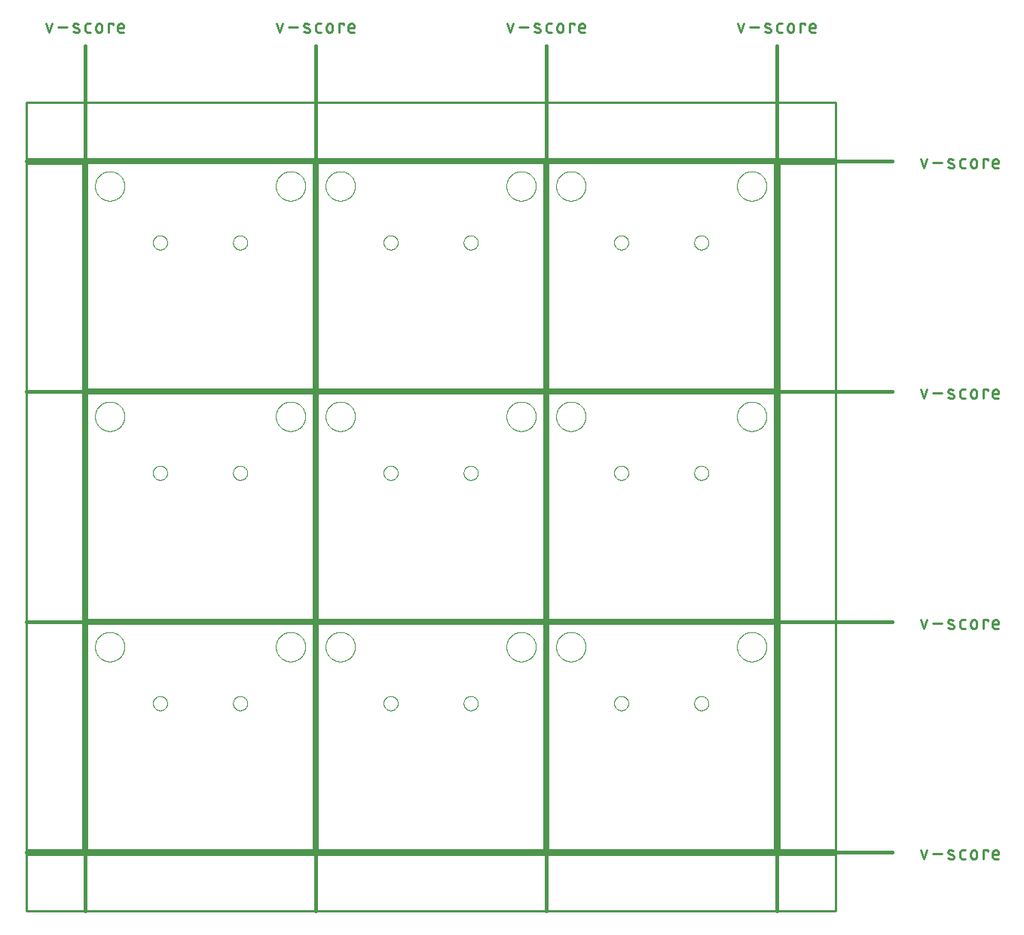
<source format=gko>
G75*
%MOIN*%
%OFA0B0*%
%FSLAX25Y25*%
%IPPOS*%
%LPD*%
%AMOC8*
5,1,8,0,0,1.08239X$1,22.5*
%
%ADD10C,0.00600*%
%ADD11C,0.01500*%
%ADD12C,0.01100*%
%ADD13C,0.01000*%
%ADD14C,0.00000*%
D10*
X0028750Y0028750D02*
X0028750Y0128750D01*
X0128750Y0128750D01*
X0128750Y0028750D01*
X0028750Y0028750D01*
X0130750Y0028750D02*
X0130750Y0128750D01*
X0230750Y0128750D01*
X0230750Y0028750D01*
X0130750Y0028750D01*
X0232750Y0028750D02*
X0232750Y0128750D01*
X0332750Y0128750D01*
X0332750Y0028750D01*
X0232750Y0028750D01*
X0232750Y0130750D02*
X0232750Y0230750D01*
X0332750Y0230750D01*
X0332750Y0130750D01*
X0232750Y0130750D01*
X0230750Y0130750D02*
X0230750Y0230750D01*
X0130750Y0230750D01*
X0130750Y0130750D01*
X0230750Y0130750D01*
X0128750Y0130750D02*
X0128750Y0230750D01*
X0028750Y0230750D01*
X0028750Y0130750D01*
X0128750Y0130750D01*
X0128750Y0232750D02*
X0028750Y0232750D01*
X0028750Y0332750D01*
X0128750Y0332750D01*
X0128750Y0232750D01*
X0130750Y0232750D02*
X0130750Y0332750D01*
X0230750Y0332750D01*
X0230750Y0232750D01*
X0130750Y0232750D01*
X0232750Y0232750D02*
X0232750Y0332750D01*
X0332750Y0332750D01*
X0332750Y0232750D01*
X0232750Y0232750D01*
D11*
X0384750Y0231750D02*
X0001750Y0231750D01*
X0001750Y0129750D02*
X0384750Y0129750D01*
X0384750Y0027750D02*
X0001750Y0027750D01*
X0027750Y0001750D02*
X0027750Y0384750D01*
X0001750Y0333750D02*
X0384750Y0333750D01*
X0333750Y0384750D02*
X0333750Y0001750D01*
X0231750Y0001750D02*
X0231750Y0384750D01*
X0129750Y0384750D02*
X0129750Y0001750D01*
D12*
X0397541Y0028733D02*
X0398852Y0024800D01*
X0400163Y0028733D01*
X0402834Y0027094D02*
X0406768Y0027094D01*
X0410136Y0027094D02*
X0411774Y0026439D01*
X0411775Y0026439D02*
X0411827Y0026416D01*
X0411878Y0026389D01*
X0411927Y0026359D01*
X0411974Y0026326D01*
X0412019Y0026290D01*
X0412061Y0026250D01*
X0412100Y0026208D01*
X0412136Y0026164D01*
X0412169Y0026117D01*
X0412199Y0026067D01*
X0412226Y0026016D01*
X0412249Y0025964D01*
X0412268Y0025910D01*
X0412284Y0025854D01*
X0412296Y0025798D01*
X0412304Y0025741D01*
X0412308Y0025684D01*
X0412309Y0025626D01*
X0412305Y0025569D01*
X0412298Y0025512D01*
X0412286Y0025455D01*
X0412271Y0025400D01*
X0412253Y0025345D01*
X0412230Y0025292D01*
X0412204Y0025241D01*
X0412175Y0025192D01*
X0412142Y0025144D01*
X0412106Y0025099D01*
X0412068Y0025057D01*
X0412026Y0025017D01*
X0411982Y0024980D01*
X0411935Y0024946D01*
X0411887Y0024915D01*
X0411836Y0024888D01*
X0411784Y0024864D01*
X0411730Y0024844D01*
X0411675Y0024828D01*
X0411619Y0024815D01*
X0411562Y0024806D01*
X0411504Y0024801D01*
X0411447Y0024800D01*
X0411938Y0028405D02*
X0411831Y0028451D01*
X0411722Y0028494D01*
X0411612Y0028534D01*
X0411500Y0028570D01*
X0411388Y0028602D01*
X0411274Y0028631D01*
X0411160Y0028657D01*
X0411045Y0028678D01*
X0410930Y0028697D01*
X0410813Y0028711D01*
X0410697Y0028722D01*
X0410580Y0028729D01*
X0410463Y0028733D01*
X0410463Y0028734D02*
X0410406Y0028733D01*
X0410348Y0028728D01*
X0410291Y0028719D01*
X0410235Y0028706D01*
X0410180Y0028690D01*
X0410126Y0028670D01*
X0410074Y0028646D01*
X0410023Y0028619D01*
X0409975Y0028588D01*
X0409928Y0028554D01*
X0409884Y0028517D01*
X0409842Y0028477D01*
X0409804Y0028435D01*
X0409768Y0028390D01*
X0409735Y0028342D01*
X0409706Y0028293D01*
X0409680Y0028242D01*
X0409657Y0028189D01*
X0409639Y0028134D01*
X0409624Y0028079D01*
X0409612Y0028022D01*
X0409605Y0027965D01*
X0409601Y0027908D01*
X0409602Y0027850D01*
X0409606Y0027793D01*
X0409614Y0027736D01*
X0409626Y0027680D01*
X0409642Y0027624D01*
X0409661Y0027570D01*
X0409684Y0027518D01*
X0409711Y0027467D01*
X0409741Y0027417D01*
X0409774Y0027370D01*
X0409810Y0027326D01*
X0409849Y0027284D01*
X0409891Y0027244D01*
X0409936Y0027208D01*
X0409983Y0027175D01*
X0410032Y0027145D01*
X0410083Y0027118D01*
X0410135Y0027095D01*
X0409644Y0025128D02*
X0409778Y0025082D01*
X0409913Y0025039D01*
X0410049Y0025000D01*
X0410186Y0024964D01*
X0410323Y0024932D01*
X0410462Y0024903D01*
X0410601Y0024877D01*
X0410741Y0024856D01*
X0410882Y0024837D01*
X0411022Y0024823D01*
X0411164Y0024812D01*
X0411305Y0024804D01*
X0411447Y0024801D01*
X0414988Y0025783D02*
X0414988Y0027750D01*
X0414990Y0027812D01*
X0414996Y0027873D01*
X0415005Y0027934D01*
X0415019Y0027994D01*
X0415036Y0028054D01*
X0415057Y0028112D01*
X0415082Y0028169D01*
X0415110Y0028224D01*
X0415141Y0028277D01*
X0415176Y0028328D01*
X0415214Y0028377D01*
X0415254Y0028423D01*
X0415298Y0028467D01*
X0415344Y0028507D01*
X0415393Y0028545D01*
X0415444Y0028580D01*
X0415497Y0028611D01*
X0415552Y0028639D01*
X0415609Y0028664D01*
X0415667Y0028685D01*
X0415727Y0028702D01*
X0415787Y0028716D01*
X0415848Y0028725D01*
X0415909Y0028731D01*
X0415971Y0028733D01*
X0417282Y0028733D01*
X0419695Y0027422D02*
X0419695Y0026111D01*
X0419696Y0026111D02*
X0419698Y0026040D01*
X0419704Y0025969D01*
X0419713Y0025899D01*
X0419727Y0025829D01*
X0419744Y0025760D01*
X0419765Y0025692D01*
X0419789Y0025626D01*
X0419817Y0025561D01*
X0419849Y0025497D01*
X0419884Y0025435D01*
X0419922Y0025375D01*
X0419963Y0025318D01*
X0420008Y0025262D01*
X0420055Y0025209D01*
X0420105Y0025159D01*
X0420158Y0025112D01*
X0420214Y0025067D01*
X0420271Y0025026D01*
X0420331Y0024988D01*
X0420393Y0024953D01*
X0420457Y0024921D01*
X0420522Y0024893D01*
X0420588Y0024869D01*
X0420656Y0024848D01*
X0420725Y0024831D01*
X0420795Y0024817D01*
X0420865Y0024808D01*
X0420936Y0024802D01*
X0421007Y0024800D01*
X0421078Y0024802D01*
X0421149Y0024808D01*
X0421219Y0024817D01*
X0421289Y0024831D01*
X0421358Y0024848D01*
X0421426Y0024869D01*
X0421492Y0024893D01*
X0421557Y0024921D01*
X0421621Y0024953D01*
X0421683Y0024988D01*
X0421743Y0025026D01*
X0421800Y0025067D01*
X0421856Y0025112D01*
X0421909Y0025159D01*
X0421959Y0025209D01*
X0422006Y0025262D01*
X0422051Y0025318D01*
X0422092Y0025375D01*
X0422130Y0025435D01*
X0422165Y0025497D01*
X0422197Y0025561D01*
X0422225Y0025626D01*
X0422249Y0025692D01*
X0422270Y0025760D01*
X0422287Y0025829D01*
X0422301Y0025899D01*
X0422310Y0025969D01*
X0422316Y0026040D01*
X0422318Y0026111D01*
X0422318Y0027422D01*
X0422316Y0027493D01*
X0422310Y0027564D01*
X0422301Y0027634D01*
X0422287Y0027704D01*
X0422270Y0027773D01*
X0422249Y0027841D01*
X0422225Y0027907D01*
X0422197Y0027972D01*
X0422165Y0028036D01*
X0422130Y0028098D01*
X0422092Y0028158D01*
X0422051Y0028215D01*
X0422006Y0028271D01*
X0421959Y0028324D01*
X0421909Y0028374D01*
X0421856Y0028421D01*
X0421800Y0028466D01*
X0421743Y0028507D01*
X0421683Y0028545D01*
X0421621Y0028580D01*
X0421557Y0028612D01*
X0421492Y0028640D01*
X0421426Y0028664D01*
X0421358Y0028685D01*
X0421289Y0028702D01*
X0421219Y0028716D01*
X0421149Y0028725D01*
X0421078Y0028731D01*
X0421007Y0028733D01*
X0420936Y0028731D01*
X0420865Y0028725D01*
X0420795Y0028716D01*
X0420725Y0028702D01*
X0420656Y0028685D01*
X0420588Y0028664D01*
X0420522Y0028640D01*
X0420457Y0028612D01*
X0420393Y0028580D01*
X0420331Y0028545D01*
X0420271Y0028507D01*
X0420214Y0028466D01*
X0420158Y0028421D01*
X0420105Y0028374D01*
X0420055Y0028324D01*
X0420008Y0028271D01*
X0419963Y0028215D01*
X0419922Y0028158D01*
X0419884Y0028098D01*
X0419849Y0028036D01*
X0419817Y0027972D01*
X0419789Y0027907D01*
X0419765Y0027841D01*
X0419744Y0027773D01*
X0419727Y0027704D01*
X0419713Y0027634D01*
X0419704Y0027564D01*
X0419698Y0027493D01*
X0419696Y0027422D01*
X0417282Y0024800D02*
X0415971Y0024800D01*
X0415909Y0024802D01*
X0415848Y0024808D01*
X0415787Y0024817D01*
X0415727Y0024831D01*
X0415667Y0024848D01*
X0415609Y0024869D01*
X0415552Y0024894D01*
X0415497Y0024922D01*
X0415444Y0024953D01*
X0415393Y0024988D01*
X0415344Y0025026D01*
X0415298Y0025066D01*
X0415254Y0025110D01*
X0415214Y0025156D01*
X0415176Y0025205D01*
X0415141Y0025256D01*
X0415110Y0025309D01*
X0415082Y0025364D01*
X0415057Y0025421D01*
X0415036Y0025479D01*
X0415019Y0025539D01*
X0415005Y0025599D01*
X0414996Y0025660D01*
X0414990Y0025721D01*
X0414988Y0025783D01*
X0425284Y0024800D02*
X0425284Y0028733D01*
X0427251Y0028733D01*
X0427251Y0028078D01*
X0429337Y0027422D02*
X0429337Y0025783D01*
X0429339Y0025721D01*
X0429345Y0025660D01*
X0429354Y0025599D01*
X0429368Y0025539D01*
X0429385Y0025479D01*
X0429406Y0025421D01*
X0429431Y0025364D01*
X0429459Y0025309D01*
X0429490Y0025256D01*
X0429525Y0025205D01*
X0429563Y0025156D01*
X0429603Y0025110D01*
X0429647Y0025066D01*
X0429693Y0025026D01*
X0429742Y0024988D01*
X0429793Y0024953D01*
X0429846Y0024922D01*
X0429901Y0024894D01*
X0429958Y0024869D01*
X0430016Y0024848D01*
X0430076Y0024831D01*
X0430136Y0024817D01*
X0430197Y0024808D01*
X0430258Y0024802D01*
X0430320Y0024800D01*
X0431959Y0024800D01*
X0431959Y0026767D02*
X0429337Y0026767D01*
X0429337Y0027422D02*
X0429339Y0027493D01*
X0429345Y0027564D01*
X0429354Y0027634D01*
X0429368Y0027704D01*
X0429385Y0027773D01*
X0429406Y0027841D01*
X0429430Y0027907D01*
X0429458Y0027972D01*
X0429490Y0028036D01*
X0429525Y0028098D01*
X0429563Y0028158D01*
X0429604Y0028215D01*
X0429649Y0028271D01*
X0429696Y0028324D01*
X0429746Y0028374D01*
X0429799Y0028421D01*
X0429855Y0028466D01*
X0429912Y0028507D01*
X0429972Y0028545D01*
X0430034Y0028580D01*
X0430098Y0028612D01*
X0430163Y0028640D01*
X0430229Y0028664D01*
X0430297Y0028685D01*
X0430366Y0028702D01*
X0430436Y0028716D01*
X0430506Y0028725D01*
X0430577Y0028731D01*
X0430648Y0028733D01*
X0430719Y0028731D01*
X0430790Y0028725D01*
X0430860Y0028716D01*
X0430930Y0028702D01*
X0430999Y0028685D01*
X0431067Y0028664D01*
X0431133Y0028640D01*
X0431198Y0028612D01*
X0431262Y0028580D01*
X0431324Y0028545D01*
X0431384Y0028507D01*
X0431441Y0028466D01*
X0431497Y0028421D01*
X0431550Y0028374D01*
X0431600Y0028324D01*
X0431647Y0028271D01*
X0431692Y0028215D01*
X0431733Y0028158D01*
X0431771Y0028098D01*
X0431806Y0028036D01*
X0431838Y0027972D01*
X0431866Y0027907D01*
X0431890Y0027841D01*
X0431911Y0027773D01*
X0431928Y0027704D01*
X0431942Y0027634D01*
X0431951Y0027564D01*
X0431957Y0027493D01*
X0431959Y0027422D01*
X0431959Y0026767D01*
X0431959Y0126800D02*
X0430320Y0126800D01*
X0430258Y0126802D01*
X0430197Y0126808D01*
X0430136Y0126817D01*
X0430076Y0126831D01*
X0430016Y0126848D01*
X0429958Y0126869D01*
X0429901Y0126894D01*
X0429846Y0126922D01*
X0429793Y0126953D01*
X0429742Y0126988D01*
X0429693Y0127026D01*
X0429647Y0127066D01*
X0429603Y0127110D01*
X0429563Y0127156D01*
X0429525Y0127205D01*
X0429490Y0127256D01*
X0429459Y0127309D01*
X0429431Y0127364D01*
X0429406Y0127421D01*
X0429385Y0127479D01*
X0429368Y0127539D01*
X0429354Y0127599D01*
X0429345Y0127660D01*
X0429339Y0127721D01*
X0429337Y0127783D01*
X0429337Y0129422D01*
X0429337Y0128767D02*
X0431959Y0128767D01*
X0431959Y0129422D01*
X0431957Y0129493D01*
X0431951Y0129564D01*
X0431942Y0129634D01*
X0431928Y0129704D01*
X0431911Y0129773D01*
X0431890Y0129841D01*
X0431866Y0129907D01*
X0431838Y0129972D01*
X0431806Y0130036D01*
X0431771Y0130098D01*
X0431733Y0130158D01*
X0431692Y0130215D01*
X0431647Y0130271D01*
X0431600Y0130324D01*
X0431550Y0130374D01*
X0431497Y0130421D01*
X0431441Y0130466D01*
X0431384Y0130507D01*
X0431324Y0130545D01*
X0431262Y0130580D01*
X0431198Y0130612D01*
X0431133Y0130640D01*
X0431067Y0130664D01*
X0430999Y0130685D01*
X0430930Y0130702D01*
X0430860Y0130716D01*
X0430790Y0130725D01*
X0430719Y0130731D01*
X0430648Y0130733D01*
X0430577Y0130731D01*
X0430506Y0130725D01*
X0430436Y0130716D01*
X0430366Y0130702D01*
X0430297Y0130685D01*
X0430229Y0130664D01*
X0430163Y0130640D01*
X0430098Y0130612D01*
X0430034Y0130580D01*
X0429972Y0130545D01*
X0429912Y0130507D01*
X0429855Y0130466D01*
X0429799Y0130421D01*
X0429746Y0130374D01*
X0429696Y0130324D01*
X0429649Y0130271D01*
X0429604Y0130215D01*
X0429563Y0130158D01*
X0429525Y0130098D01*
X0429490Y0130036D01*
X0429458Y0129972D01*
X0429430Y0129907D01*
X0429406Y0129841D01*
X0429385Y0129773D01*
X0429368Y0129704D01*
X0429354Y0129634D01*
X0429345Y0129564D01*
X0429339Y0129493D01*
X0429337Y0129422D01*
X0427251Y0130078D02*
X0427251Y0130733D01*
X0425284Y0130733D01*
X0425284Y0126800D01*
X0422318Y0128111D02*
X0422318Y0129422D01*
X0422316Y0129493D01*
X0422310Y0129564D01*
X0422301Y0129634D01*
X0422287Y0129704D01*
X0422270Y0129773D01*
X0422249Y0129841D01*
X0422225Y0129907D01*
X0422197Y0129972D01*
X0422165Y0130036D01*
X0422130Y0130098D01*
X0422092Y0130158D01*
X0422051Y0130215D01*
X0422006Y0130271D01*
X0421959Y0130324D01*
X0421909Y0130374D01*
X0421856Y0130421D01*
X0421800Y0130466D01*
X0421743Y0130507D01*
X0421683Y0130545D01*
X0421621Y0130580D01*
X0421557Y0130612D01*
X0421492Y0130640D01*
X0421426Y0130664D01*
X0421358Y0130685D01*
X0421289Y0130702D01*
X0421219Y0130716D01*
X0421149Y0130725D01*
X0421078Y0130731D01*
X0421007Y0130733D01*
X0420936Y0130731D01*
X0420865Y0130725D01*
X0420795Y0130716D01*
X0420725Y0130702D01*
X0420656Y0130685D01*
X0420588Y0130664D01*
X0420522Y0130640D01*
X0420457Y0130612D01*
X0420393Y0130580D01*
X0420331Y0130545D01*
X0420271Y0130507D01*
X0420214Y0130466D01*
X0420158Y0130421D01*
X0420105Y0130374D01*
X0420055Y0130324D01*
X0420008Y0130271D01*
X0419963Y0130215D01*
X0419922Y0130158D01*
X0419884Y0130098D01*
X0419849Y0130036D01*
X0419817Y0129972D01*
X0419789Y0129907D01*
X0419765Y0129841D01*
X0419744Y0129773D01*
X0419727Y0129704D01*
X0419713Y0129634D01*
X0419704Y0129564D01*
X0419698Y0129493D01*
X0419696Y0129422D01*
X0419695Y0129422D02*
X0419695Y0128111D01*
X0419696Y0128111D02*
X0419698Y0128040D01*
X0419704Y0127969D01*
X0419713Y0127899D01*
X0419727Y0127829D01*
X0419744Y0127760D01*
X0419765Y0127692D01*
X0419789Y0127626D01*
X0419817Y0127561D01*
X0419849Y0127497D01*
X0419884Y0127435D01*
X0419922Y0127375D01*
X0419963Y0127318D01*
X0420008Y0127262D01*
X0420055Y0127209D01*
X0420105Y0127159D01*
X0420158Y0127112D01*
X0420214Y0127067D01*
X0420271Y0127026D01*
X0420331Y0126988D01*
X0420393Y0126953D01*
X0420457Y0126921D01*
X0420522Y0126893D01*
X0420588Y0126869D01*
X0420656Y0126848D01*
X0420725Y0126831D01*
X0420795Y0126817D01*
X0420865Y0126808D01*
X0420936Y0126802D01*
X0421007Y0126800D01*
X0421078Y0126802D01*
X0421149Y0126808D01*
X0421219Y0126817D01*
X0421289Y0126831D01*
X0421358Y0126848D01*
X0421426Y0126869D01*
X0421492Y0126893D01*
X0421557Y0126921D01*
X0421621Y0126953D01*
X0421683Y0126988D01*
X0421743Y0127026D01*
X0421800Y0127067D01*
X0421856Y0127112D01*
X0421909Y0127159D01*
X0421959Y0127209D01*
X0422006Y0127262D01*
X0422051Y0127318D01*
X0422092Y0127375D01*
X0422130Y0127435D01*
X0422165Y0127497D01*
X0422197Y0127561D01*
X0422225Y0127626D01*
X0422249Y0127692D01*
X0422270Y0127760D01*
X0422287Y0127829D01*
X0422301Y0127899D01*
X0422310Y0127969D01*
X0422316Y0128040D01*
X0422318Y0128111D01*
X0417282Y0126800D02*
X0415971Y0126800D01*
X0415909Y0126802D01*
X0415848Y0126808D01*
X0415787Y0126817D01*
X0415727Y0126831D01*
X0415667Y0126848D01*
X0415609Y0126869D01*
X0415552Y0126894D01*
X0415497Y0126922D01*
X0415444Y0126953D01*
X0415393Y0126988D01*
X0415344Y0127026D01*
X0415298Y0127066D01*
X0415254Y0127110D01*
X0415214Y0127156D01*
X0415176Y0127205D01*
X0415141Y0127256D01*
X0415110Y0127309D01*
X0415082Y0127364D01*
X0415057Y0127421D01*
X0415036Y0127479D01*
X0415019Y0127539D01*
X0415005Y0127599D01*
X0414996Y0127660D01*
X0414990Y0127721D01*
X0414988Y0127783D01*
X0414988Y0129750D01*
X0414990Y0129812D01*
X0414996Y0129873D01*
X0415005Y0129934D01*
X0415019Y0129994D01*
X0415036Y0130054D01*
X0415057Y0130112D01*
X0415082Y0130169D01*
X0415110Y0130224D01*
X0415141Y0130277D01*
X0415176Y0130328D01*
X0415214Y0130377D01*
X0415254Y0130423D01*
X0415298Y0130467D01*
X0415344Y0130507D01*
X0415393Y0130545D01*
X0415444Y0130580D01*
X0415497Y0130611D01*
X0415552Y0130639D01*
X0415609Y0130664D01*
X0415667Y0130685D01*
X0415727Y0130702D01*
X0415787Y0130716D01*
X0415848Y0130725D01*
X0415909Y0130731D01*
X0415971Y0130733D01*
X0417282Y0130733D01*
X0411774Y0128439D02*
X0410136Y0129094D01*
X0410135Y0129095D02*
X0410083Y0129118D01*
X0410032Y0129145D01*
X0409983Y0129175D01*
X0409936Y0129208D01*
X0409891Y0129244D01*
X0409849Y0129284D01*
X0409810Y0129326D01*
X0409774Y0129370D01*
X0409741Y0129417D01*
X0409711Y0129467D01*
X0409684Y0129518D01*
X0409661Y0129570D01*
X0409642Y0129624D01*
X0409626Y0129680D01*
X0409614Y0129736D01*
X0409606Y0129793D01*
X0409602Y0129850D01*
X0409601Y0129908D01*
X0409605Y0129965D01*
X0409612Y0130022D01*
X0409624Y0130079D01*
X0409639Y0130134D01*
X0409657Y0130189D01*
X0409680Y0130242D01*
X0409706Y0130293D01*
X0409735Y0130342D01*
X0409768Y0130390D01*
X0409804Y0130435D01*
X0409842Y0130477D01*
X0409884Y0130517D01*
X0409928Y0130554D01*
X0409975Y0130588D01*
X0410023Y0130619D01*
X0410074Y0130646D01*
X0410126Y0130670D01*
X0410180Y0130690D01*
X0410235Y0130706D01*
X0410291Y0130719D01*
X0410348Y0130728D01*
X0410406Y0130733D01*
X0410463Y0130734D01*
X0409644Y0127128D02*
X0409778Y0127082D01*
X0409913Y0127039D01*
X0410049Y0127000D01*
X0410186Y0126964D01*
X0410323Y0126932D01*
X0410462Y0126903D01*
X0410601Y0126877D01*
X0410741Y0126856D01*
X0410882Y0126837D01*
X0411022Y0126823D01*
X0411164Y0126812D01*
X0411305Y0126804D01*
X0411447Y0126801D01*
X0411447Y0126800D02*
X0411504Y0126801D01*
X0411562Y0126806D01*
X0411619Y0126815D01*
X0411675Y0126828D01*
X0411730Y0126844D01*
X0411784Y0126864D01*
X0411836Y0126888D01*
X0411887Y0126915D01*
X0411935Y0126946D01*
X0411982Y0126980D01*
X0412026Y0127017D01*
X0412068Y0127057D01*
X0412106Y0127099D01*
X0412142Y0127144D01*
X0412175Y0127192D01*
X0412204Y0127241D01*
X0412230Y0127292D01*
X0412253Y0127345D01*
X0412271Y0127400D01*
X0412286Y0127455D01*
X0412298Y0127512D01*
X0412305Y0127569D01*
X0412309Y0127626D01*
X0412308Y0127684D01*
X0412304Y0127741D01*
X0412296Y0127798D01*
X0412284Y0127854D01*
X0412268Y0127910D01*
X0412249Y0127964D01*
X0412226Y0128016D01*
X0412199Y0128067D01*
X0412169Y0128117D01*
X0412136Y0128164D01*
X0412100Y0128208D01*
X0412061Y0128250D01*
X0412019Y0128290D01*
X0411974Y0128326D01*
X0411927Y0128359D01*
X0411878Y0128389D01*
X0411827Y0128416D01*
X0411775Y0128439D01*
X0411938Y0130405D02*
X0411831Y0130451D01*
X0411722Y0130494D01*
X0411612Y0130534D01*
X0411500Y0130570D01*
X0411388Y0130602D01*
X0411274Y0130631D01*
X0411160Y0130657D01*
X0411045Y0130678D01*
X0410930Y0130697D01*
X0410813Y0130711D01*
X0410697Y0130722D01*
X0410580Y0130729D01*
X0410463Y0130733D01*
X0406768Y0129094D02*
X0402834Y0129094D01*
X0400163Y0130733D02*
X0398852Y0126800D01*
X0397541Y0130733D01*
X0398852Y0228800D02*
X0400163Y0232733D01*
X0397541Y0232733D02*
X0398852Y0228800D01*
X0402834Y0231094D02*
X0406768Y0231094D01*
X0410136Y0231094D02*
X0411774Y0230439D01*
X0411775Y0230439D02*
X0411827Y0230416D01*
X0411878Y0230389D01*
X0411927Y0230359D01*
X0411974Y0230326D01*
X0412019Y0230290D01*
X0412061Y0230250D01*
X0412100Y0230208D01*
X0412136Y0230164D01*
X0412169Y0230117D01*
X0412199Y0230067D01*
X0412226Y0230016D01*
X0412249Y0229964D01*
X0412268Y0229910D01*
X0412284Y0229854D01*
X0412296Y0229798D01*
X0412304Y0229741D01*
X0412308Y0229684D01*
X0412309Y0229626D01*
X0412305Y0229569D01*
X0412298Y0229512D01*
X0412286Y0229455D01*
X0412271Y0229400D01*
X0412253Y0229345D01*
X0412230Y0229292D01*
X0412204Y0229241D01*
X0412175Y0229192D01*
X0412142Y0229144D01*
X0412106Y0229099D01*
X0412068Y0229057D01*
X0412026Y0229017D01*
X0411982Y0228980D01*
X0411935Y0228946D01*
X0411887Y0228915D01*
X0411836Y0228888D01*
X0411784Y0228864D01*
X0411730Y0228844D01*
X0411675Y0228828D01*
X0411619Y0228815D01*
X0411562Y0228806D01*
X0411504Y0228801D01*
X0411447Y0228800D01*
X0411938Y0232405D02*
X0411831Y0232451D01*
X0411722Y0232494D01*
X0411612Y0232534D01*
X0411500Y0232570D01*
X0411388Y0232602D01*
X0411274Y0232631D01*
X0411160Y0232657D01*
X0411045Y0232678D01*
X0410930Y0232697D01*
X0410813Y0232711D01*
X0410697Y0232722D01*
X0410580Y0232729D01*
X0410463Y0232733D01*
X0410463Y0232734D02*
X0410406Y0232733D01*
X0410348Y0232728D01*
X0410291Y0232719D01*
X0410235Y0232706D01*
X0410180Y0232690D01*
X0410126Y0232670D01*
X0410074Y0232646D01*
X0410023Y0232619D01*
X0409975Y0232588D01*
X0409928Y0232554D01*
X0409884Y0232517D01*
X0409842Y0232477D01*
X0409804Y0232435D01*
X0409768Y0232390D01*
X0409735Y0232342D01*
X0409706Y0232293D01*
X0409680Y0232242D01*
X0409657Y0232189D01*
X0409639Y0232134D01*
X0409624Y0232079D01*
X0409612Y0232022D01*
X0409605Y0231965D01*
X0409601Y0231908D01*
X0409602Y0231850D01*
X0409606Y0231793D01*
X0409614Y0231736D01*
X0409626Y0231680D01*
X0409642Y0231624D01*
X0409661Y0231570D01*
X0409684Y0231518D01*
X0409711Y0231467D01*
X0409741Y0231417D01*
X0409774Y0231370D01*
X0409810Y0231326D01*
X0409849Y0231284D01*
X0409891Y0231244D01*
X0409936Y0231208D01*
X0409983Y0231175D01*
X0410032Y0231145D01*
X0410083Y0231118D01*
X0410135Y0231095D01*
X0409644Y0229128D02*
X0409778Y0229082D01*
X0409913Y0229039D01*
X0410049Y0229000D01*
X0410186Y0228964D01*
X0410323Y0228932D01*
X0410462Y0228903D01*
X0410601Y0228877D01*
X0410741Y0228856D01*
X0410882Y0228837D01*
X0411022Y0228823D01*
X0411164Y0228812D01*
X0411305Y0228804D01*
X0411447Y0228801D01*
X0414988Y0229783D02*
X0414988Y0231750D01*
X0414990Y0231812D01*
X0414996Y0231873D01*
X0415005Y0231934D01*
X0415019Y0231994D01*
X0415036Y0232054D01*
X0415057Y0232112D01*
X0415082Y0232169D01*
X0415110Y0232224D01*
X0415141Y0232277D01*
X0415176Y0232328D01*
X0415214Y0232377D01*
X0415254Y0232423D01*
X0415298Y0232467D01*
X0415344Y0232507D01*
X0415393Y0232545D01*
X0415444Y0232580D01*
X0415497Y0232611D01*
X0415552Y0232639D01*
X0415609Y0232664D01*
X0415667Y0232685D01*
X0415727Y0232702D01*
X0415787Y0232716D01*
X0415848Y0232725D01*
X0415909Y0232731D01*
X0415971Y0232733D01*
X0417282Y0232733D01*
X0419695Y0231422D02*
X0419695Y0230111D01*
X0419696Y0230111D02*
X0419698Y0230040D01*
X0419704Y0229969D01*
X0419713Y0229899D01*
X0419727Y0229829D01*
X0419744Y0229760D01*
X0419765Y0229692D01*
X0419789Y0229626D01*
X0419817Y0229561D01*
X0419849Y0229497D01*
X0419884Y0229435D01*
X0419922Y0229375D01*
X0419963Y0229318D01*
X0420008Y0229262D01*
X0420055Y0229209D01*
X0420105Y0229159D01*
X0420158Y0229112D01*
X0420214Y0229067D01*
X0420271Y0229026D01*
X0420331Y0228988D01*
X0420393Y0228953D01*
X0420457Y0228921D01*
X0420522Y0228893D01*
X0420588Y0228869D01*
X0420656Y0228848D01*
X0420725Y0228831D01*
X0420795Y0228817D01*
X0420865Y0228808D01*
X0420936Y0228802D01*
X0421007Y0228800D01*
X0421078Y0228802D01*
X0421149Y0228808D01*
X0421219Y0228817D01*
X0421289Y0228831D01*
X0421358Y0228848D01*
X0421426Y0228869D01*
X0421492Y0228893D01*
X0421557Y0228921D01*
X0421621Y0228953D01*
X0421683Y0228988D01*
X0421743Y0229026D01*
X0421800Y0229067D01*
X0421856Y0229112D01*
X0421909Y0229159D01*
X0421959Y0229209D01*
X0422006Y0229262D01*
X0422051Y0229318D01*
X0422092Y0229375D01*
X0422130Y0229435D01*
X0422165Y0229497D01*
X0422197Y0229561D01*
X0422225Y0229626D01*
X0422249Y0229692D01*
X0422270Y0229760D01*
X0422287Y0229829D01*
X0422301Y0229899D01*
X0422310Y0229969D01*
X0422316Y0230040D01*
X0422318Y0230111D01*
X0422318Y0231422D01*
X0422316Y0231493D01*
X0422310Y0231564D01*
X0422301Y0231634D01*
X0422287Y0231704D01*
X0422270Y0231773D01*
X0422249Y0231841D01*
X0422225Y0231907D01*
X0422197Y0231972D01*
X0422165Y0232036D01*
X0422130Y0232098D01*
X0422092Y0232158D01*
X0422051Y0232215D01*
X0422006Y0232271D01*
X0421959Y0232324D01*
X0421909Y0232374D01*
X0421856Y0232421D01*
X0421800Y0232466D01*
X0421743Y0232507D01*
X0421683Y0232545D01*
X0421621Y0232580D01*
X0421557Y0232612D01*
X0421492Y0232640D01*
X0421426Y0232664D01*
X0421358Y0232685D01*
X0421289Y0232702D01*
X0421219Y0232716D01*
X0421149Y0232725D01*
X0421078Y0232731D01*
X0421007Y0232733D01*
X0420936Y0232731D01*
X0420865Y0232725D01*
X0420795Y0232716D01*
X0420725Y0232702D01*
X0420656Y0232685D01*
X0420588Y0232664D01*
X0420522Y0232640D01*
X0420457Y0232612D01*
X0420393Y0232580D01*
X0420331Y0232545D01*
X0420271Y0232507D01*
X0420214Y0232466D01*
X0420158Y0232421D01*
X0420105Y0232374D01*
X0420055Y0232324D01*
X0420008Y0232271D01*
X0419963Y0232215D01*
X0419922Y0232158D01*
X0419884Y0232098D01*
X0419849Y0232036D01*
X0419817Y0231972D01*
X0419789Y0231907D01*
X0419765Y0231841D01*
X0419744Y0231773D01*
X0419727Y0231704D01*
X0419713Y0231634D01*
X0419704Y0231564D01*
X0419698Y0231493D01*
X0419696Y0231422D01*
X0417282Y0228800D02*
X0415971Y0228800D01*
X0415909Y0228802D01*
X0415848Y0228808D01*
X0415787Y0228817D01*
X0415727Y0228831D01*
X0415667Y0228848D01*
X0415609Y0228869D01*
X0415552Y0228894D01*
X0415497Y0228922D01*
X0415444Y0228953D01*
X0415393Y0228988D01*
X0415344Y0229026D01*
X0415298Y0229066D01*
X0415254Y0229110D01*
X0415214Y0229156D01*
X0415176Y0229205D01*
X0415141Y0229256D01*
X0415110Y0229309D01*
X0415082Y0229364D01*
X0415057Y0229421D01*
X0415036Y0229479D01*
X0415019Y0229539D01*
X0415005Y0229599D01*
X0414996Y0229660D01*
X0414990Y0229721D01*
X0414988Y0229783D01*
X0425284Y0228800D02*
X0425284Y0232733D01*
X0427251Y0232733D01*
X0427251Y0232078D01*
X0429337Y0231422D02*
X0429337Y0229783D01*
X0429339Y0229721D01*
X0429345Y0229660D01*
X0429354Y0229599D01*
X0429368Y0229539D01*
X0429385Y0229479D01*
X0429406Y0229421D01*
X0429431Y0229364D01*
X0429459Y0229309D01*
X0429490Y0229256D01*
X0429525Y0229205D01*
X0429563Y0229156D01*
X0429603Y0229110D01*
X0429647Y0229066D01*
X0429693Y0229026D01*
X0429742Y0228988D01*
X0429793Y0228953D01*
X0429846Y0228922D01*
X0429901Y0228894D01*
X0429958Y0228869D01*
X0430016Y0228848D01*
X0430076Y0228831D01*
X0430136Y0228817D01*
X0430197Y0228808D01*
X0430258Y0228802D01*
X0430320Y0228800D01*
X0431959Y0228800D01*
X0431959Y0230767D02*
X0429337Y0230767D01*
X0429337Y0231422D02*
X0429339Y0231493D01*
X0429345Y0231564D01*
X0429354Y0231634D01*
X0429368Y0231704D01*
X0429385Y0231773D01*
X0429406Y0231841D01*
X0429430Y0231907D01*
X0429458Y0231972D01*
X0429490Y0232036D01*
X0429525Y0232098D01*
X0429563Y0232158D01*
X0429604Y0232215D01*
X0429649Y0232271D01*
X0429696Y0232324D01*
X0429746Y0232374D01*
X0429799Y0232421D01*
X0429855Y0232466D01*
X0429912Y0232507D01*
X0429972Y0232545D01*
X0430034Y0232580D01*
X0430098Y0232612D01*
X0430163Y0232640D01*
X0430229Y0232664D01*
X0430297Y0232685D01*
X0430366Y0232702D01*
X0430436Y0232716D01*
X0430506Y0232725D01*
X0430577Y0232731D01*
X0430648Y0232733D01*
X0430719Y0232731D01*
X0430790Y0232725D01*
X0430860Y0232716D01*
X0430930Y0232702D01*
X0430999Y0232685D01*
X0431067Y0232664D01*
X0431133Y0232640D01*
X0431198Y0232612D01*
X0431262Y0232580D01*
X0431324Y0232545D01*
X0431384Y0232507D01*
X0431441Y0232466D01*
X0431497Y0232421D01*
X0431550Y0232374D01*
X0431600Y0232324D01*
X0431647Y0232271D01*
X0431692Y0232215D01*
X0431733Y0232158D01*
X0431771Y0232098D01*
X0431806Y0232036D01*
X0431838Y0231972D01*
X0431866Y0231907D01*
X0431890Y0231841D01*
X0431911Y0231773D01*
X0431928Y0231704D01*
X0431942Y0231634D01*
X0431951Y0231564D01*
X0431957Y0231493D01*
X0431959Y0231422D01*
X0431959Y0230767D01*
X0431959Y0330800D02*
X0430320Y0330800D01*
X0430258Y0330802D01*
X0430197Y0330808D01*
X0430136Y0330817D01*
X0430076Y0330831D01*
X0430016Y0330848D01*
X0429958Y0330869D01*
X0429901Y0330894D01*
X0429846Y0330922D01*
X0429793Y0330953D01*
X0429742Y0330988D01*
X0429693Y0331026D01*
X0429647Y0331066D01*
X0429603Y0331110D01*
X0429563Y0331156D01*
X0429525Y0331205D01*
X0429490Y0331256D01*
X0429459Y0331309D01*
X0429431Y0331364D01*
X0429406Y0331421D01*
X0429385Y0331479D01*
X0429368Y0331539D01*
X0429354Y0331599D01*
X0429345Y0331660D01*
X0429339Y0331721D01*
X0429337Y0331783D01*
X0429337Y0333422D01*
X0429337Y0332767D02*
X0431959Y0332767D01*
X0431959Y0333422D01*
X0431957Y0333493D01*
X0431951Y0333564D01*
X0431942Y0333634D01*
X0431928Y0333704D01*
X0431911Y0333773D01*
X0431890Y0333841D01*
X0431866Y0333907D01*
X0431838Y0333972D01*
X0431806Y0334036D01*
X0431771Y0334098D01*
X0431733Y0334158D01*
X0431692Y0334215D01*
X0431647Y0334271D01*
X0431600Y0334324D01*
X0431550Y0334374D01*
X0431497Y0334421D01*
X0431441Y0334466D01*
X0431384Y0334507D01*
X0431324Y0334545D01*
X0431262Y0334580D01*
X0431198Y0334612D01*
X0431133Y0334640D01*
X0431067Y0334664D01*
X0430999Y0334685D01*
X0430930Y0334702D01*
X0430860Y0334716D01*
X0430790Y0334725D01*
X0430719Y0334731D01*
X0430648Y0334733D01*
X0430577Y0334731D01*
X0430506Y0334725D01*
X0430436Y0334716D01*
X0430366Y0334702D01*
X0430297Y0334685D01*
X0430229Y0334664D01*
X0430163Y0334640D01*
X0430098Y0334612D01*
X0430034Y0334580D01*
X0429972Y0334545D01*
X0429912Y0334507D01*
X0429855Y0334466D01*
X0429799Y0334421D01*
X0429746Y0334374D01*
X0429696Y0334324D01*
X0429649Y0334271D01*
X0429604Y0334215D01*
X0429563Y0334158D01*
X0429525Y0334098D01*
X0429490Y0334036D01*
X0429458Y0333972D01*
X0429430Y0333907D01*
X0429406Y0333841D01*
X0429385Y0333773D01*
X0429368Y0333704D01*
X0429354Y0333634D01*
X0429345Y0333564D01*
X0429339Y0333493D01*
X0429337Y0333422D01*
X0427251Y0334078D02*
X0427251Y0334733D01*
X0425284Y0334733D01*
X0425284Y0330800D01*
X0422318Y0332111D02*
X0422318Y0333422D01*
X0422316Y0333493D01*
X0422310Y0333564D01*
X0422301Y0333634D01*
X0422287Y0333704D01*
X0422270Y0333773D01*
X0422249Y0333841D01*
X0422225Y0333907D01*
X0422197Y0333972D01*
X0422165Y0334036D01*
X0422130Y0334098D01*
X0422092Y0334158D01*
X0422051Y0334215D01*
X0422006Y0334271D01*
X0421959Y0334324D01*
X0421909Y0334374D01*
X0421856Y0334421D01*
X0421800Y0334466D01*
X0421743Y0334507D01*
X0421683Y0334545D01*
X0421621Y0334580D01*
X0421557Y0334612D01*
X0421492Y0334640D01*
X0421426Y0334664D01*
X0421358Y0334685D01*
X0421289Y0334702D01*
X0421219Y0334716D01*
X0421149Y0334725D01*
X0421078Y0334731D01*
X0421007Y0334733D01*
X0420936Y0334731D01*
X0420865Y0334725D01*
X0420795Y0334716D01*
X0420725Y0334702D01*
X0420656Y0334685D01*
X0420588Y0334664D01*
X0420522Y0334640D01*
X0420457Y0334612D01*
X0420393Y0334580D01*
X0420331Y0334545D01*
X0420271Y0334507D01*
X0420214Y0334466D01*
X0420158Y0334421D01*
X0420105Y0334374D01*
X0420055Y0334324D01*
X0420008Y0334271D01*
X0419963Y0334215D01*
X0419922Y0334158D01*
X0419884Y0334098D01*
X0419849Y0334036D01*
X0419817Y0333972D01*
X0419789Y0333907D01*
X0419765Y0333841D01*
X0419744Y0333773D01*
X0419727Y0333704D01*
X0419713Y0333634D01*
X0419704Y0333564D01*
X0419698Y0333493D01*
X0419696Y0333422D01*
X0419695Y0333422D02*
X0419695Y0332111D01*
X0419696Y0332111D02*
X0419698Y0332040D01*
X0419704Y0331969D01*
X0419713Y0331899D01*
X0419727Y0331829D01*
X0419744Y0331760D01*
X0419765Y0331692D01*
X0419789Y0331626D01*
X0419817Y0331561D01*
X0419849Y0331497D01*
X0419884Y0331435D01*
X0419922Y0331375D01*
X0419963Y0331318D01*
X0420008Y0331262D01*
X0420055Y0331209D01*
X0420105Y0331159D01*
X0420158Y0331112D01*
X0420214Y0331067D01*
X0420271Y0331026D01*
X0420331Y0330988D01*
X0420393Y0330953D01*
X0420457Y0330921D01*
X0420522Y0330893D01*
X0420588Y0330869D01*
X0420656Y0330848D01*
X0420725Y0330831D01*
X0420795Y0330817D01*
X0420865Y0330808D01*
X0420936Y0330802D01*
X0421007Y0330800D01*
X0421078Y0330802D01*
X0421149Y0330808D01*
X0421219Y0330817D01*
X0421289Y0330831D01*
X0421358Y0330848D01*
X0421426Y0330869D01*
X0421492Y0330893D01*
X0421557Y0330921D01*
X0421621Y0330953D01*
X0421683Y0330988D01*
X0421743Y0331026D01*
X0421800Y0331067D01*
X0421856Y0331112D01*
X0421909Y0331159D01*
X0421959Y0331209D01*
X0422006Y0331262D01*
X0422051Y0331318D01*
X0422092Y0331375D01*
X0422130Y0331435D01*
X0422165Y0331497D01*
X0422197Y0331561D01*
X0422225Y0331626D01*
X0422249Y0331692D01*
X0422270Y0331760D01*
X0422287Y0331829D01*
X0422301Y0331899D01*
X0422310Y0331969D01*
X0422316Y0332040D01*
X0422318Y0332111D01*
X0417282Y0330800D02*
X0415971Y0330800D01*
X0415909Y0330802D01*
X0415848Y0330808D01*
X0415787Y0330817D01*
X0415727Y0330831D01*
X0415667Y0330848D01*
X0415609Y0330869D01*
X0415552Y0330894D01*
X0415497Y0330922D01*
X0415444Y0330953D01*
X0415393Y0330988D01*
X0415344Y0331026D01*
X0415298Y0331066D01*
X0415254Y0331110D01*
X0415214Y0331156D01*
X0415176Y0331205D01*
X0415141Y0331256D01*
X0415110Y0331309D01*
X0415082Y0331364D01*
X0415057Y0331421D01*
X0415036Y0331479D01*
X0415019Y0331539D01*
X0415005Y0331599D01*
X0414996Y0331660D01*
X0414990Y0331721D01*
X0414988Y0331783D01*
X0414988Y0333750D01*
X0414990Y0333812D01*
X0414996Y0333873D01*
X0415005Y0333934D01*
X0415019Y0333994D01*
X0415036Y0334054D01*
X0415057Y0334112D01*
X0415082Y0334169D01*
X0415110Y0334224D01*
X0415141Y0334277D01*
X0415176Y0334328D01*
X0415214Y0334377D01*
X0415254Y0334423D01*
X0415298Y0334467D01*
X0415344Y0334507D01*
X0415393Y0334545D01*
X0415444Y0334580D01*
X0415497Y0334611D01*
X0415552Y0334639D01*
X0415609Y0334664D01*
X0415667Y0334685D01*
X0415727Y0334702D01*
X0415787Y0334716D01*
X0415848Y0334725D01*
X0415909Y0334731D01*
X0415971Y0334733D01*
X0417282Y0334733D01*
X0411774Y0332439D02*
X0410136Y0333094D01*
X0410135Y0333095D02*
X0410083Y0333118D01*
X0410032Y0333145D01*
X0409983Y0333175D01*
X0409936Y0333208D01*
X0409891Y0333244D01*
X0409849Y0333284D01*
X0409810Y0333326D01*
X0409774Y0333370D01*
X0409741Y0333417D01*
X0409711Y0333467D01*
X0409684Y0333518D01*
X0409661Y0333570D01*
X0409642Y0333624D01*
X0409626Y0333680D01*
X0409614Y0333736D01*
X0409606Y0333793D01*
X0409602Y0333850D01*
X0409601Y0333908D01*
X0409605Y0333965D01*
X0409612Y0334022D01*
X0409624Y0334079D01*
X0409639Y0334134D01*
X0409657Y0334189D01*
X0409680Y0334242D01*
X0409706Y0334293D01*
X0409735Y0334342D01*
X0409768Y0334390D01*
X0409804Y0334435D01*
X0409842Y0334477D01*
X0409884Y0334517D01*
X0409928Y0334554D01*
X0409975Y0334588D01*
X0410023Y0334619D01*
X0410074Y0334646D01*
X0410126Y0334670D01*
X0410180Y0334690D01*
X0410235Y0334706D01*
X0410291Y0334719D01*
X0410348Y0334728D01*
X0410406Y0334733D01*
X0410463Y0334734D01*
X0409644Y0331128D02*
X0409778Y0331082D01*
X0409913Y0331039D01*
X0410049Y0331000D01*
X0410186Y0330964D01*
X0410323Y0330932D01*
X0410462Y0330903D01*
X0410601Y0330877D01*
X0410741Y0330856D01*
X0410882Y0330837D01*
X0411022Y0330823D01*
X0411164Y0330812D01*
X0411305Y0330804D01*
X0411447Y0330801D01*
X0411447Y0330800D02*
X0411504Y0330801D01*
X0411562Y0330806D01*
X0411619Y0330815D01*
X0411675Y0330828D01*
X0411730Y0330844D01*
X0411784Y0330864D01*
X0411836Y0330888D01*
X0411887Y0330915D01*
X0411935Y0330946D01*
X0411982Y0330980D01*
X0412026Y0331017D01*
X0412068Y0331057D01*
X0412106Y0331099D01*
X0412142Y0331144D01*
X0412175Y0331192D01*
X0412204Y0331241D01*
X0412230Y0331292D01*
X0412253Y0331345D01*
X0412271Y0331400D01*
X0412286Y0331455D01*
X0412298Y0331512D01*
X0412305Y0331569D01*
X0412309Y0331626D01*
X0412308Y0331684D01*
X0412304Y0331741D01*
X0412296Y0331798D01*
X0412284Y0331854D01*
X0412268Y0331910D01*
X0412249Y0331964D01*
X0412226Y0332016D01*
X0412199Y0332067D01*
X0412169Y0332117D01*
X0412136Y0332164D01*
X0412100Y0332208D01*
X0412061Y0332250D01*
X0412019Y0332290D01*
X0411974Y0332326D01*
X0411927Y0332359D01*
X0411878Y0332389D01*
X0411827Y0332416D01*
X0411775Y0332439D01*
X0411938Y0334405D02*
X0411831Y0334451D01*
X0411722Y0334494D01*
X0411612Y0334534D01*
X0411500Y0334570D01*
X0411388Y0334602D01*
X0411274Y0334631D01*
X0411160Y0334657D01*
X0411045Y0334678D01*
X0410930Y0334697D01*
X0410813Y0334711D01*
X0410697Y0334722D01*
X0410580Y0334729D01*
X0410463Y0334733D01*
X0406768Y0333094D02*
X0402834Y0333094D01*
X0400163Y0334733D02*
X0398852Y0330800D01*
X0397541Y0334733D01*
X0350959Y0390800D02*
X0349320Y0390800D01*
X0349258Y0390802D01*
X0349197Y0390808D01*
X0349136Y0390817D01*
X0349076Y0390831D01*
X0349016Y0390848D01*
X0348958Y0390869D01*
X0348901Y0390894D01*
X0348846Y0390922D01*
X0348793Y0390953D01*
X0348742Y0390988D01*
X0348693Y0391026D01*
X0348647Y0391066D01*
X0348603Y0391110D01*
X0348563Y0391156D01*
X0348525Y0391205D01*
X0348490Y0391256D01*
X0348459Y0391309D01*
X0348431Y0391364D01*
X0348406Y0391421D01*
X0348385Y0391479D01*
X0348368Y0391539D01*
X0348354Y0391599D01*
X0348345Y0391660D01*
X0348339Y0391721D01*
X0348337Y0391783D01*
X0348337Y0393422D01*
X0348337Y0392767D02*
X0350959Y0392767D01*
X0350959Y0393422D01*
X0350957Y0393493D01*
X0350951Y0393564D01*
X0350942Y0393634D01*
X0350928Y0393704D01*
X0350911Y0393773D01*
X0350890Y0393841D01*
X0350866Y0393907D01*
X0350838Y0393972D01*
X0350806Y0394036D01*
X0350771Y0394098D01*
X0350733Y0394158D01*
X0350692Y0394215D01*
X0350647Y0394271D01*
X0350600Y0394324D01*
X0350550Y0394374D01*
X0350497Y0394421D01*
X0350441Y0394466D01*
X0350384Y0394507D01*
X0350324Y0394545D01*
X0350262Y0394580D01*
X0350198Y0394612D01*
X0350133Y0394640D01*
X0350067Y0394664D01*
X0349999Y0394685D01*
X0349930Y0394702D01*
X0349860Y0394716D01*
X0349790Y0394725D01*
X0349719Y0394731D01*
X0349648Y0394733D01*
X0349577Y0394731D01*
X0349506Y0394725D01*
X0349436Y0394716D01*
X0349366Y0394702D01*
X0349297Y0394685D01*
X0349229Y0394664D01*
X0349163Y0394640D01*
X0349098Y0394612D01*
X0349034Y0394580D01*
X0348972Y0394545D01*
X0348912Y0394507D01*
X0348855Y0394466D01*
X0348799Y0394421D01*
X0348746Y0394374D01*
X0348696Y0394324D01*
X0348649Y0394271D01*
X0348604Y0394215D01*
X0348563Y0394158D01*
X0348525Y0394098D01*
X0348490Y0394036D01*
X0348458Y0393972D01*
X0348430Y0393907D01*
X0348406Y0393841D01*
X0348385Y0393773D01*
X0348368Y0393704D01*
X0348354Y0393634D01*
X0348345Y0393564D01*
X0348339Y0393493D01*
X0348337Y0393422D01*
X0346251Y0394078D02*
X0346251Y0394733D01*
X0344284Y0394733D01*
X0344284Y0390800D01*
X0341318Y0392111D02*
X0341318Y0393422D01*
X0341316Y0393493D01*
X0341310Y0393564D01*
X0341301Y0393634D01*
X0341287Y0393704D01*
X0341270Y0393773D01*
X0341249Y0393841D01*
X0341225Y0393907D01*
X0341197Y0393972D01*
X0341165Y0394036D01*
X0341130Y0394098D01*
X0341092Y0394158D01*
X0341051Y0394215D01*
X0341006Y0394271D01*
X0340959Y0394324D01*
X0340909Y0394374D01*
X0340856Y0394421D01*
X0340800Y0394466D01*
X0340743Y0394507D01*
X0340683Y0394545D01*
X0340621Y0394580D01*
X0340557Y0394612D01*
X0340492Y0394640D01*
X0340426Y0394664D01*
X0340358Y0394685D01*
X0340289Y0394702D01*
X0340219Y0394716D01*
X0340149Y0394725D01*
X0340078Y0394731D01*
X0340007Y0394733D01*
X0339936Y0394731D01*
X0339865Y0394725D01*
X0339795Y0394716D01*
X0339725Y0394702D01*
X0339656Y0394685D01*
X0339588Y0394664D01*
X0339522Y0394640D01*
X0339457Y0394612D01*
X0339393Y0394580D01*
X0339331Y0394545D01*
X0339271Y0394507D01*
X0339214Y0394466D01*
X0339158Y0394421D01*
X0339105Y0394374D01*
X0339055Y0394324D01*
X0339008Y0394271D01*
X0338963Y0394215D01*
X0338922Y0394158D01*
X0338884Y0394098D01*
X0338849Y0394036D01*
X0338817Y0393972D01*
X0338789Y0393907D01*
X0338765Y0393841D01*
X0338744Y0393773D01*
X0338727Y0393704D01*
X0338713Y0393634D01*
X0338704Y0393564D01*
X0338698Y0393493D01*
X0338696Y0393422D01*
X0338695Y0393422D02*
X0338695Y0392111D01*
X0338696Y0392111D02*
X0338698Y0392040D01*
X0338704Y0391969D01*
X0338713Y0391899D01*
X0338727Y0391829D01*
X0338744Y0391760D01*
X0338765Y0391692D01*
X0338789Y0391626D01*
X0338817Y0391561D01*
X0338849Y0391497D01*
X0338884Y0391435D01*
X0338922Y0391375D01*
X0338963Y0391318D01*
X0339008Y0391262D01*
X0339055Y0391209D01*
X0339105Y0391159D01*
X0339158Y0391112D01*
X0339214Y0391067D01*
X0339271Y0391026D01*
X0339331Y0390988D01*
X0339393Y0390953D01*
X0339457Y0390921D01*
X0339522Y0390893D01*
X0339588Y0390869D01*
X0339656Y0390848D01*
X0339725Y0390831D01*
X0339795Y0390817D01*
X0339865Y0390808D01*
X0339936Y0390802D01*
X0340007Y0390800D01*
X0340078Y0390802D01*
X0340149Y0390808D01*
X0340219Y0390817D01*
X0340289Y0390831D01*
X0340358Y0390848D01*
X0340426Y0390869D01*
X0340492Y0390893D01*
X0340557Y0390921D01*
X0340621Y0390953D01*
X0340683Y0390988D01*
X0340743Y0391026D01*
X0340800Y0391067D01*
X0340856Y0391112D01*
X0340909Y0391159D01*
X0340959Y0391209D01*
X0341006Y0391262D01*
X0341051Y0391318D01*
X0341092Y0391375D01*
X0341130Y0391435D01*
X0341165Y0391497D01*
X0341197Y0391561D01*
X0341225Y0391626D01*
X0341249Y0391692D01*
X0341270Y0391760D01*
X0341287Y0391829D01*
X0341301Y0391899D01*
X0341310Y0391969D01*
X0341316Y0392040D01*
X0341318Y0392111D01*
X0336282Y0390800D02*
X0334971Y0390800D01*
X0334909Y0390802D01*
X0334848Y0390808D01*
X0334787Y0390817D01*
X0334727Y0390831D01*
X0334667Y0390848D01*
X0334609Y0390869D01*
X0334552Y0390894D01*
X0334497Y0390922D01*
X0334444Y0390953D01*
X0334393Y0390988D01*
X0334344Y0391026D01*
X0334298Y0391066D01*
X0334254Y0391110D01*
X0334214Y0391156D01*
X0334176Y0391205D01*
X0334141Y0391256D01*
X0334110Y0391309D01*
X0334082Y0391364D01*
X0334057Y0391421D01*
X0334036Y0391479D01*
X0334019Y0391539D01*
X0334005Y0391599D01*
X0333996Y0391660D01*
X0333990Y0391721D01*
X0333988Y0391783D01*
X0333988Y0393750D01*
X0333990Y0393812D01*
X0333996Y0393873D01*
X0334005Y0393934D01*
X0334019Y0393994D01*
X0334036Y0394054D01*
X0334057Y0394112D01*
X0334082Y0394169D01*
X0334110Y0394224D01*
X0334141Y0394277D01*
X0334176Y0394328D01*
X0334214Y0394377D01*
X0334254Y0394423D01*
X0334298Y0394467D01*
X0334344Y0394507D01*
X0334393Y0394545D01*
X0334444Y0394580D01*
X0334497Y0394611D01*
X0334552Y0394639D01*
X0334609Y0394664D01*
X0334667Y0394685D01*
X0334727Y0394702D01*
X0334787Y0394716D01*
X0334848Y0394725D01*
X0334909Y0394731D01*
X0334971Y0394733D01*
X0336282Y0394733D01*
X0330774Y0392439D02*
X0329136Y0393094D01*
X0329135Y0393095D02*
X0329083Y0393118D01*
X0329032Y0393145D01*
X0328983Y0393175D01*
X0328936Y0393208D01*
X0328891Y0393244D01*
X0328849Y0393284D01*
X0328810Y0393326D01*
X0328774Y0393370D01*
X0328741Y0393417D01*
X0328711Y0393467D01*
X0328684Y0393518D01*
X0328661Y0393570D01*
X0328642Y0393624D01*
X0328626Y0393680D01*
X0328614Y0393736D01*
X0328606Y0393793D01*
X0328602Y0393850D01*
X0328601Y0393908D01*
X0328605Y0393965D01*
X0328612Y0394022D01*
X0328624Y0394079D01*
X0328639Y0394134D01*
X0328657Y0394189D01*
X0328680Y0394242D01*
X0328706Y0394293D01*
X0328735Y0394342D01*
X0328768Y0394390D01*
X0328804Y0394435D01*
X0328842Y0394477D01*
X0328884Y0394517D01*
X0328928Y0394554D01*
X0328975Y0394588D01*
X0329023Y0394619D01*
X0329074Y0394646D01*
X0329126Y0394670D01*
X0329180Y0394690D01*
X0329235Y0394706D01*
X0329291Y0394719D01*
X0329348Y0394728D01*
X0329406Y0394733D01*
X0329463Y0394734D01*
X0328644Y0391128D02*
X0328778Y0391082D01*
X0328913Y0391039D01*
X0329049Y0391000D01*
X0329186Y0390964D01*
X0329323Y0390932D01*
X0329462Y0390903D01*
X0329601Y0390877D01*
X0329741Y0390856D01*
X0329882Y0390837D01*
X0330022Y0390823D01*
X0330164Y0390812D01*
X0330305Y0390804D01*
X0330447Y0390801D01*
X0330447Y0390800D02*
X0330504Y0390801D01*
X0330562Y0390806D01*
X0330619Y0390815D01*
X0330675Y0390828D01*
X0330730Y0390844D01*
X0330784Y0390864D01*
X0330836Y0390888D01*
X0330887Y0390915D01*
X0330935Y0390946D01*
X0330982Y0390980D01*
X0331026Y0391017D01*
X0331068Y0391057D01*
X0331106Y0391099D01*
X0331142Y0391144D01*
X0331175Y0391192D01*
X0331204Y0391241D01*
X0331230Y0391292D01*
X0331253Y0391345D01*
X0331271Y0391400D01*
X0331286Y0391455D01*
X0331298Y0391512D01*
X0331305Y0391569D01*
X0331309Y0391626D01*
X0331308Y0391684D01*
X0331304Y0391741D01*
X0331296Y0391798D01*
X0331284Y0391854D01*
X0331268Y0391910D01*
X0331249Y0391964D01*
X0331226Y0392016D01*
X0331199Y0392067D01*
X0331169Y0392117D01*
X0331136Y0392164D01*
X0331100Y0392208D01*
X0331061Y0392250D01*
X0331019Y0392290D01*
X0330974Y0392326D01*
X0330927Y0392359D01*
X0330878Y0392389D01*
X0330827Y0392416D01*
X0330775Y0392439D01*
X0330938Y0394405D02*
X0330831Y0394451D01*
X0330722Y0394494D01*
X0330612Y0394534D01*
X0330500Y0394570D01*
X0330388Y0394602D01*
X0330274Y0394631D01*
X0330160Y0394657D01*
X0330045Y0394678D01*
X0329930Y0394697D01*
X0329813Y0394711D01*
X0329697Y0394722D01*
X0329580Y0394729D01*
X0329463Y0394733D01*
X0325768Y0393094D02*
X0321834Y0393094D01*
X0319163Y0394733D02*
X0317852Y0390800D01*
X0316541Y0394733D01*
X0248959Y0393422D02*
X0248959Y0392767D01*
X0246337Y0392767D01*
X0246337Y0393422D02*
X0246337Y0391783D01*
X0246339Y0391721D01*
X0246345Y0391660D01*
X0246354Y0391599D01*
X0246368Y0391539D01*
X0246385Y0391479D01*
X0246406Y0391421D01*
X0246431Y0391364D01*
X0246459Y0391309D01*
X0246490Y0391256D01*
X0246525Y0391205D01*
X0246563Y0391156D01*
X0246603Y0391110D01*
X0246647Y0391066D01*
X0246693Y0391026D01*
X0246742Y0390988D01*
X0246793Y0390953D01*
X0246846Y0390922D01*
X0246901Y0390894D01*
X0246958Y0390869D01*
X0247016Y0390848D01*
X0247076Y0390831D01*
X0247136Y0390817D01*
X0247197Y0390808D01*
X0247258Y0390802D01*
X0247320Y0390800D01*
X0248959Y0390800D01*
X0248959Y0393422D02*
X0248957Y0393493D01*
X0248951Y0393564D01*
X0248942Y0393634D01*
X0248928Y0393704D01*
X0248911Y0393773D01*
X0248890Y0393841D01*
X0248866Y0393907D01*
X0248838Y0393972D01*
X0248806Y0394036D01*
X0248771Y0394098D01*
X0248733Y0394158D01*
X0248692Y0394215D01*
X0248647Y0394271D01*
X0248600Y0394324D01*
X0248550Y0394374D01*
X0248497Y0394421D01*
X0248441Y0394466D01*
X0248384Y0394507D01*
X0248324Y0394545D01*
X0248262Y0394580D01*
X0248198Y0394612D01*
X0248133Y0394640D01*
X0248067Y0394664D01*
X0247999Y0394685D01*
X0247930Y0394702D01*
X0247860Y0394716D01*
X0247790Y0394725D01*
X0247719Y0394731D01*
X0247648Y0394733D01*
X0247577Y0394731D01*
X0247506Y0394725D01*
X0247436Y0394716D01*
X0247366Y0394702D01*
X0247297Y0394685D01*
X0247229Y0394664D01*
X0247163Y0394640D01*
X0247098Y0394612D01*
X0247034Y0394580D01*
X0246972Y0394545D01*
X0246912Y0394507D01*
X0246855Y0394466D01*
X0246799Y0394421D01*
X0246746Y0394374D01*
X0246696Y0394324D01*
X0246649Y0394271D01*
X0246604Y0394215D01*
X0246563Y0394158D01*
X0246525Y0394098D01*
X0246490Y0394036D01*
X0246458Y0393972D01*
X0246430Y0393907D01*
X0246406Y0393841D01*
X0246385Y0393773D01*
X0246368Y0393704D01*
X0246354Y0393634D01*
X0246345Y0393564D01*
X0246339Y0393493D01*
X0246337Y0393422D01*
X0244251Y0394078D02*
X0244251Y0394733D01*
X0242284Y0394733D01*
X0242284Y0390800D01*
X0239318Y0392111D02*
X0239318Y0393422D01*
X0239316Y0393493D01*
X0239310Y0393564D01*
X0239301Y0393634D01*
X0239287Y0393704D01*
X0239270Y0393773D01*
X0239249Y0393841D01*
X0239225Y0393907D01*
X0239197Y0393972D01*
X0239165Y0394036D01*
X0239130Y0394098D01*
X0239092Y0394158D01*
X0239051Y0394215D01*
X0239006Y0394271D01*
X0238959Y0394324D01*
X0238909Y0394374D01*
X0238856Y0394421D01*
X0238800Y0394466D01*
X0238743Y0394507D01*
X0238683Y0394545D01*
X0238621Y0394580D01*
X0238557Y0394612D01*
X0238492Y0394640D01*
X0238426Y0394664D01*
X0238358Y0394685D01*
X0238289Y0394702D01*
X0238219Y0394716D01*
X0238149Y0394725D01*
X0238078Y0394731D01*
X0238007Y0394733D01*
X0237936Y0394731D01*
X0237865Y0394725D01*
X0237795Y0394716D01*
X0237725Y0394702D01*
X0237656Y0394685D01*
X0237588Y0394664D01*
X0237522Y0394640D01*
X0237457Y0394612D01*
X0237393Y0394580D01*
X0237331Y0394545D01*
X0237271Y0394507D01*
X0237214Y0394466D01*
X0237158Y0394421D01*
X0237105Y0394374D01*
X0237055Y0394324D01*
X0237008Y0394271D01*
X0236963Y0394215D01*
X0236922Y0394158D01*
X0236884Y0394098D01*
X0236849Y0394036D01*
X0236817Y0393972D01*
X0236789Y0393907D01*
X0236765Y0393841D01*
X0236744Y0393773D01*
X0236727Y0393704D01*
X0236713Y0393634D01*
X0236704Y0393564D01*
X0236698Y0393493D01*
X0236696Y0393422D01*
X0236695Y0393422D02*
X0236695Y0392111D01*
X0236696Y0392111D02*
X0236698Y0392040D01*
X0236704Y0391969D01*
X0236713Y0391899D01*
X0236727Y0391829D01*
X0236744Y0391760D01*
X0236765Y0391692D01*
X0236789Y0391626D01*
X0236817Y0391561D01*
X0236849Y0391497D01*
X0236884Y0391435D01*
X0236922Y0391375D01*
X0236963Y0391318D01*
X0237008Y0391262D01*
X0237055Y0391209D01*
X0237105Y0391159D01*
X0237158Y0391112D01*
X0237214Y0391067D01*
X0237271Y0391026D01*
X0237331Y0390988D01*
X0237393Y0390953D01*
X0237457Y0390921D01*
X0237522Y0390893D01*
X0237588Y0390869D01*
X0237656Y0390848D01*
X0237725Y0390831D01*
X0237795Y0390817D01*
X0237865Y0390808D01*
X0237936Y0390802D01*
X0238007Y0390800D01*
X0238078Y0390802D01*
X0238149Y0390808D01*
X0238219Y0390817D01*
X0238289Y0390831D01*
X0238358Y0390848D01*
X0238426Y0390869D01*
X0238492Y0390893D01*
X0238557Y0390921D01*
X0238621Y0390953D01*
X0238683Y0390988D01*
X0238743Y0391026D01*
X0238800Y0391067D01*
X0238856Y0391112D01*
X0238909Y0391159D01*
X0238959Y0391209D01*
X0239006Y0391262D01*
X0239051Y0391318D01*
X0239092Y0391375D01*
X0239130Y0391435D01*
X0239165Y0391497D01*
X0239197Y0391561D01*
X0239225Y0391626D01*
X0239249Y0391692D01*
X0239270Y0391760D01*
X0239287Y0391829D01*
X0239301Y0391899D01*
X0239310Y0391969D01*
X0239316Y0392040D01*
X0239318Y0392111D01*
X0234282Y0390800D02*
X0232971Y0390800D01*
X0232909Y0390802D01*
X0232848Y0390808D01*
X0232787Y0390817D01*
X0232727Y0390831D01*
X0232667Y0390848D01*
X0232609Y0390869D01*
X0232552Y0390894D01*
X0232497Y0390922D01*
X0232444Y0390953D01*
X0232393Y0390988D01*
X0232344Y0391026D01*
X0232298Y0391066D01*
X0232254Y0391110D01*
X0232214Y0391156D01*
X0232176Y0391205D01*
X0232141Y0391256D01*
X0232110Y0391309D01*
X0232082Y0391364D01*
X0232057Y0391421D01*
X0232036Y0391479D01*
X0232019Y0391539D01*
X0232005Y0391599D01*
X0231996Y0391660D01*
X0231990Y0391721D01*
X0231988Y0391783D01*
X0231988Y0393750D01*
X0231990Y0393812D01*
X0231996Y0393873D01*
X0232005Y0393934D01*
X0232019Y0393994D01*
X0232036Y0394054D01*
X0232057Y0394112D01*
X0232082Y0394169D01*
X0232110Y0394224D01*
X0232141Y0394277D01*
X0232176Y0394328D01*
X0232214Y0394377D01*
X0232254Y0394423D01*
X0232298Y0394467D01*
X0232344Y0394507D01*
X0232393Y0394545D01*
X0232444Y0394580D01*
X0232497Y0394611D01*
X0232552Y0394639D01*
X0232609Y0394664D01*
X0232667Y0394685D01*
X0232727Y0394702D01*
X0232787Y0394716D01*
X0232848Y0394725D01*
X0232909Y0394731D01*
X0232971Y0394733D01*
X0234282Y0394733D01*
X0228774Y0392439D02*
X0227136Y0393094D01*
X0227135Y0393095D02*
X0227083Y0393118D01*
X0227032Y0393145D01*
X0226983Y0393175D01*
X0226936Y0393208D01*
X0226891Y0393244D01*
X0226849Y0393284D01*
X0226810Y0393326D01*
X0226774Y0393370D01*
X0226741Y0393417D01*
X0226711Y0393467D01*
X0226684Y0393518D01*
X0226661Y0393570D01*
X0226642Y0393624D01*
X0226626Y0393680D01*
X0226614Y0393736D01*
X0226606Y0393793D01*
X0226602Y0393850D01*
X0226601Y0393908D01*
X0226605Y0393965D01*
X0226612Y0394022D01*
X0226624Y0394079D01*
X0226639Y0394134D01*
X0226657Y0394189D01*
X0226680Y0394242D01*
X0226706Y0394293D01*
X0226735Y0394342D01*
X0226768Y0394390D01*
X0226804Y0394435D01*
X0226842Y0394477D01*
X0226884Y0394517D01*
X0226928Y0394554D01*
X0226975Y0394588D01*
X0227023Y0394619D01*
X0227074Y0394646D01*
X0227126Y0394670D01*
X0227180Y0394690D01*
X0227235Y0394706D01*
X0227291Y0394719D01*
X0227348Y0394728D01*
X0227406Y0394733D01*
X0227463Y0394734D01*
X0226644Y0391128D02*
X0226778Y0391082D01*
X0226913Y0391039D01*
X0227049Y0391000D01*
X0227186Y0390964D01*
X0227323Y0390932D01*
X0227462Y0390903D01*
X0227601Y0390877D01*
X0227741Y0390856D01*
X0227882Y0390837D01*
X0228022Y0390823D01*
X0228164Y0390812D01*
X0228305Y0390804D01*
X0228447Y0390801D01*
X0228447Y0390800D02*
X0228504Y0390801D01*
X0228562Y0390806D01*
X0228619Y0390815D01*
X0228675Y0390828D01*
X0228730Y0390844D01*
X0228784Y0390864D01*
X0228836Y0390888D01*
X0228887Y0390915D01*
X0228935Y0390946D01*
X0228982Y0390980D01*
X0229026Y0391017D01*
X0229068Y0391057D01*
X0229106Y0391099D01*
X0229142Y0391144D01*
X0229175Y0391192D01*
X0229204Y0391241D01*
X0229230Y0391292D01*
X0229253Y0391345D01*
X0229271Y0391400D01*
X0229286Y0391455D01*
X0229298Y0391512D01*
X0229305Y0391569D01*
X0229309Y0391626D01*
X0229308Y0391684D01*
X0229304Y0391741D01*
X0229296Y0391798D01*
X0229284Y0391854D01*
X0229268Y0391910D01*
X0229249Y0391964D01*
X0229226Y0392016D01*
X0229199Y0392067D01*
X0229169Y0392117D01*
X0229136Y0392164D01*
X0229100Y0392208D01*
X0229061Y0392250D01*
X0229019Y0392290D01*
X0228974Y0392326D01*
X0228927Y0392359D01*
X0228878Y0392389D01*
X0228827Y0392416D01*
X0228775Y0392439D01*
X0228938Y0394405D02*
X0228831Y0394451D01*
X0228722Y0394494D01*
X0228612Y0394534D01*
X0228500Y0394570D01*
X0228388Y0394602D01*
X0228274Y0394631D01*
X0228160Y0394657D01*
X0228045Y0394678D01*
X0227930Y0394697D01*
X0227813Y0394711D01*
X0227697Y0394722D01*
X0227580Y0394729D01*
X0227463Y0394733D01*
X0223768Y0393094D02*
X0219834Y0393094D01*
X0217163Y0394733D02*
X0215852Y0390800D01*
X0214541Y0394733D01*
X0146959Y0393422D02*
X0146959Y0392767D01*
X0144337Y0392767D01*
X0144337Y0393422D02*
X0144337Y0391783D01*
X0144339Y0391721D01*
X0144345Y0391660D01*
X0144354Y0391599D01*
X0144368Y0391539D01*
X0144385Y0391479D01*
X0144406Y0391421D01*
X0144431Y0391364D01*
X0144459Y0391309D01*
X0144490Y0391256D01*
X0144525Y0391205D01*
X0144563Y0391156D01*
X0144603Y0391110D01*
X0144647Y0391066D01*
X0144693Y0391026D01*
X0144742Y0390988D01*
X0144793Y0390953D01*
X0144846Y0390922D01*
X0144901Y0390894D01*
X0144958Y0390869D01*
X0145016Y0390848D01*
X0145076Y0390831D01*
X0145136Y0390817D01*
X0145197Y0390808D01*
X0145258Y0390802D01*
X0145320Y0390800D01*
X0146959Y0390800D01*
X0146959Y0393422D02*
X0146957Y0393493D01*
X0146951Y0393564D01*
X0146942Y0393634D01*
X0146928Y0393704D01*
X0146911Y0393773D01*
X0146890Y0393841D01*
X0146866Y0393907D01*
X0146838Y0393972D01*
X0146806Y0394036D01*
X0146771Y0394098D01*
X0146733Y0394158D01*
X0146692Y0394215D01*
X0146647Y0394271D01*
X0146600Y0394324D01*
X0146550Y0394374D01*
X0146497Y0394421D01*
X0146441Y0394466D01*
X0146384Y0394507D01*
X0146324Y0394545D01*
X0146262Y0394580D01*
X0146198Y0394612D01*
X0146133Y0394640D01*
X0146067Y0394664D01*
X0145999Y0394685D01*
X0145930Y0394702D01*
X0145860Y0394716D01*
X0145790Y0394725D01*
X0145719Y0394731D01*
X0145648Y0394733D01*
X0145577Y0394731D01*
X0145506Y0394725D01*
X0145436Y0394716D01*
X0145366Y0394702D01*
X0145297Y0394685D01*
X0145229Y0394664D01*
X0145163Y0394640D01*
X0145098Y0394612D01*
X0145034Y0394580D01*
X0144972Y0394545D01*
X0144912Y0394507D01*
X0144855Y0394466D01*
X0144799Y0394421D01*
X0144746Y0394374D01*
X0144696Y0394324D01*
X0144649Y0394271D01*
X0144604Y0394215D01*
X0144563Y0394158D01*
X0144525Y0394098D01*
X0144490Y0394036D01*
X0144458Y0393972D01*
X0144430Y0393907D01*
X0144406Y0393841D01*
X0144385Y0393773D01*
X0144368Y0393704D01*
X0144354Y0393634D01*
X0144345Y0393564D01*
X0144339Y0393493D01*
X0144337Y0393422D01*
X0142251Y0394078D02*
X0142251Y0394733D01*
X0140284Y0394733D01*
X0140284Y0390800D01*
X0137318Y0392111D02*
X0137318Y0393422D01*
X0137316Y0393493D01*
X0137310Y0393564D01*
X0137301Y0393634D01*
X0137287Y0393704D01*
X0137270Y0393773D01*
X0137249Y0393841D01*
X0137225Y0393907D01*
X0137197Y0393972D01*
X0137165Y0394036D01*
X0137130Y0394098D01*
X0137092Y0394158D01*
X0137051Y0394215D01*
X0137006Y0394271D01*
X0136959Y0394324D01*
X0136909Y0394374D01*
X0136856Y0394421D01*
X0136800Y0394466D01*
X0136743Y0394507D01*
X0136683Y0394545D01*
X0136621Y0394580D01*
X0136557Y0394612D01*
X0136492Y0394640D01*
X0136426Y0394664D01*
X0136358Y0394685D01*
X0136289Y0394702D01*
X0136219Y0394716D01*
X0136149Y0394725D01*
X0136078Y0394731D01*
X0136007Y0394733D01*
X0135936Y0394731D01*
X0135865Y0394725D01*
X0135795Y0394716D01*
X0135725Y0394702D01*
X0135656Y0394685D01*
X0135588Y0394664D01*
X0135522Y0394640D01*
X0135457Y0394612D01*
X0135393Y0394580D01*
X0135331Y0394545D01*
X0135271Y0394507D01*
X0135214Y0394466D01*
X0135158Y0394421D01*
X0135105Y0394374D01*
X0135055Y0394324D01*
X0135008Y0394271D01*
X0134963Y0394215D01*
X0134922Y0394158D01*
X0134884Y0394098D01*
X0134849Y0394036D01*
X0134817Y0393972D01*
X0134789Y0393907D01*
X0134765Y0393841D01*
X0134744Y0393773D01*
X0134727Y0393704D01*
X0134713Y0393634D01*
X0134704Y0393564D01*
X0134698Y0393493D01*
X0134696Y0393422D01*
X0134695Y0393422D02*
X0134695Y0392111D01*
X0134696Y0392111D02*
X0134698Y0392040D01*
X0134704Y0391969D01*
X0134713Y0391899D01*
X0134727Y0391829D01*
X0134744Y0391760D01*
X0134765Y0391692D01*
X0134789Y0391626D01*
X0134817Y0391561D01*
X0134849Y0391497D01*
X0134884Y0391435D01*
X0134922Y0391375D01*
X0134963Y0391318D01*
X0135008Y0391262D01*
X0135055Y0391209D01*
X0135105Y0391159D01*
X0135158Y0391112D01*
X0135214Y0391067D01*
X0135271Y0391026D01*
X0135331Y0390988D01*
X0135393Y0390953D01*
X0135457Y0390921D01*
X0135522Y0390893D01*
X0135588Y0390869D01*
X0135656Y0390848D01*
X0135725Y0390831D01*
X0135795Y0390817D01*
X0135865Y0390808D01*
X0135936Y0390802D01*
X0136007Y0390800D01*
X0136078Y0390802D01*
X0136149Y0390808D01*
X0136219Y0390817D01*
X0136289Y0390831D01*
X0136358Y0390848D01*
X0136426Y0390869D01*
X0136492Y0390893D01*
X0136557Y0390921D01*
X0136621Y0390953D01*
X0136683Y0390988D01*
X0136743Y0391026D01*
X0136800Y0391067D01*
X0136856Y0391112D01*
X0136909Y0391159D01*
X0136959Y0391209D01*
X0137006Y0391262D01*
X0137051Y0391318D01*
X0137092Y0391375D01*
X0137130Y0391435D01*
X0137165Y0391497D01*
X0137197Y0391561D01*
X0137225Y0391626D01*
X0137249Y0391692D01*
X0137270Y0391760D01*
X0137287Y0391829D01*
X0137301Y0391899D01*
X0137310Y0391969D01*
X0137316Y0392040D01*
X0137318Y0392111D01*
X0132282Y0390800D02*
X0130971Y0390800D01*
X0130909Y0390802D01*
X0130848Y0390808D01*
X0130787Y0390817D01*
X0130727Y0390831D01*
X0130667Y0390848D01*
X0130609Y0390869D01*
X0130552Y0390894D01*
X0130497Y0390922D01*
X0130444Y0390953D01*
X0130393Y0390988D01*
X0130344Y0391026D01*
X0130298Y0391066D01*
X0130254Y0391110D01*
X0130214Y0391156D01*
X0130176Y0391205D01*
X0130141Y0391256D01*
X0130110Y0391309D01*
X0130082Y0391364D01*
X0130057Y0391421D01*
X0130036Y0391479D01*
X0130019Y0391539D01*
X0130005Y0391599D01*
X0129996Y0391660D01*
X0129990Y0391721D01*
X0129988Y0391783D01*
X0129988Y0393750D01*
X0129990Y0393812D01*
X0129996Y0393873D01*
X0130005Y0393934D01*
X0130019Y0393994D01*
X0130036Y0394054D01*
X0130057Y0394112D01*
X0130082Y0394169D01*
X0130110Y0394224D01*
X0130141Y0394277D01*
X0130176Y0394328D01*
X0130214Y0394377D01*
X0130254Y0394423D01*
X0130298Y0394467D01*
X0130344Y0394507D01*
X0130393Y0394545D01*
X0130444Y0394580D01*
X0130497Y0394611D01*
X0130552Y0394639D01*
X0130609Y0394664D01*
X0130667Y0394685D01*
X0130727Y0394702D01*
X0130787Y0394716D01*
X0130848Y0394725D01*
X0130909Y0394731D01*
X0130971Y0394733D01*
X0132282Y0394733D01*
X0126774Y0392439D02*
X0125136Y0393094D01*
X0125135Y0393095D02*
X0125083Y0393118D01*
X0125032Y0393145D01*
X0124983Y0393175D01*
X0124936Y0393208D01*
X0124891Y0393244D01*
X0124849Y0393284D01*
X0124810Y0393326D01*
X0124774Y0393370D01*
X0124741Y0393417D01*
X0124711Y0393467D01*
X0124684Y0393518D01*
X0124661Y0393570D01*
X0124642Y0393624D01*
X0124626Y0393680D01*
X0124614Y0393736D01*
X0124606Y0393793D01*
X0124602Y0393850D01*
X0124601Y0393908D01*
X0124605Y0393965D01*
X0124612Y0394022D01*
X0124624Y0394079D01*
X0124639Y0394134D01*
X0124657Y0394189D01*
X0124680Y0394242D01*
X0124706Y0394293D01*
X0124735Y0394342D01*
X0124768Y0394390D01*
X0124804Y0394435D01*
X0124842Y0394477D01*
X0124884Y0394517D01*
X0124928Y0394554D01*
X0124975Y0394588D01*
X0125023Y0394619D01*
X0125074Y0394646D01*
X0125126Y0394670D01*
X0125180Y0394690D01*
X0125235Y0394706D01*
X0125291Y0394719D01*
X0125348Y0394728D01*
X0125406Y0394733D01*
X0125463Y0394734D01*
X0124644Y0391128D02*
X0124778Y0391082D01*
X0124913Y0391039D01*
X0125049Y0391000D01*
X0125186Y0390964D01*
X0125323Y0390932D01*
X0125462Y0390903D01*
X0125601Y0390877D01*
X0125741Y0390856D01*
X0125882Y0390837D01*
X0126022Y0390823D01*
X0126164Y0390812D01*
X0126305Y0390804D01*
X0126447Y0390801D01*
X0126447Y0390800D02*
X0126504Y0390801D01*
X0126562Y0390806D01*
X0126619Y0390815D01*
X0126675Y0390828D01*
X0126730Y0390844D01*
X0126784Y0390864D01*
X0126836Y0390888D01*
X0126887Y0390915D01*
X0126935Y0390946D01*
X0126982Y0390980D01*
X0127026Y0391017D01*
X0127068Y0391057D01*
X0127106Y0391099D01*
X0127142Y0391144D01*
X0127175Y0391192D01*
X0127204Y0391241D01*
X0127230Y0391292D01*
X0127253Y0391345D01*
X0127271Y0391400D01*
X0127286Y0391455D01*
X0127298Y0391512D01*
X0127305Y0391569D01*
X0127309Y0391626D01*
X0127308Y0391684D01*
X0127304Y0391741D01*
X0127296Y0391798D01*
X0127284Y0391854D01*
X0127268Y0391910D01*
X0127249Y0391964D01*
X0127226Y0392016D01*
X0127199Y0392067D01*
X0127169Y0392117D01*
X0127136Y0392164D01*
X0127100Y0392208D01*
X0127061Y0392250D01*
X0127019Y0392290D01*
X0126974Y0392326D01*
X0126927Y0392359D01*
X0126878Y0392389D01*
X0126827Y0392416D01*
X0126775Y0392439D01*
X0126938Y0394405D02*
X0126831Y0394451D01*
X0126722Y0394494D01*
X0126612Y0394534D01*
X0126500Y0394570D01*
X0126388Y0394602D01*
X0126274Y0394631D01*
X0126160Y0394657D01*
X0126045Y0394678D01*
X0125930Y0394697D01*
X0125813Y0394711D01*
X0125697Y0394722D01*
X0125580Y0394729D01*
X0125463Y0394733D01*
X0121768Y0393094D02*
X0117834Y0393094D01*
X0115163Y0394733D02*
X0113852Y0390800D01*
X0112541Y0394733D01*
X0044959Y0393422D02*
X0044959Y0392767D01*
X0042337Y0392767D01*
X0042337Y0393422D02*
X0042337Y0391783D01*
X0042339Y0391721D01*
X0042345Y0391660D01*
X0042354Y0391599D01*
X0042368Y0391539D01*
X0042385Y0391479D01*
X0042406Y0391421D01*
X0042431Y0391364D01*
X0042459Y0391309D01*
X0042490Y0391256D01*
X0042525Y0391205D01*
X0042563Y0391156D01*
X0042603Y0391110D01*
X0042647Y0391066D01*
X0042693Y0391026D01*
X0042742Y0390988D01*
X0042793Y0390953D01*
X0042846Y0390922D01*
X0042901Y0390894D01*
X0042958Y0390869D01*
X0043016Y0390848D01*
X0043076Y0390831D01*
X0043136Y0390817D01*
X0043197Y0390808D01*
X0043258Y0390802D01*
X0043320Y0390800D01*
X0044959Y0390800D01*
X0044959Y0393422D02*
X0044957Y0393493D01*
X0044951Y0393564D01*
X0044942Y0393634D01*
X0044928Y0393704D01*
X0044911Y0393773D01*
X0044890Y0393841D01*
X0044866Y0393907D01*
X0044838Y0393972D01*
X0044806Y0394036D01*
X0044771Y0394098D01*
X0044733Y0394158D01*
X0044692Y0394215D01*
X0044647Y0394271D01*
X0044600Y0394324D01*
X0044550Y0394374D01*
X0044497Y0394421D01*
X0044441Y0394466D01*
X0044384Y0394507D01*
X0044324Y0394545D01*
X0044262Y0394580D01*
X0044198Y0394612D01*
X0044133Y0394640D01*
X0044067Y0394664D01*
X0043999Y0394685D01*
X0043930Y0394702D01*
X0043860Y0394716D01*
X0043790Y0394725D01*
X0043719Y0394731D01*
X0043648Y0394733D01*
X0043577Y0394731D01*
X0043506Y0394725D01*
X0043436Y0394716D01*
X0043366Y0394702D01*
X0043297Y0394685D01*
X0043229Y0394664D01*
X0043163Y0394640D01*
X0043098Y0394612D01*
X0043034Y0394580D01*
X0042972Y0394545D01*
X0042912Y0394507D01*
X0042855Y0394466D01*
X0042799Y0394421D01*
X0042746Y0394374D01*
X0042696Y0394324D01*
X0042649Y0394271D01*
X0042604Y0394215D01*
X0042563Y0394158D01*
X0042525Y0394098D01*
X0042490Y0394036D01*
X0042458Y0393972D01*
X0042430Y0393907D01*
X0042406Y0393841D01*
X0042385Y0393773D01*
X0042368Y0393704D01*
X0042354Y0393634D01*
X0042345Y0393564D01*
X0042339Y0393493D01*
X0042337Y0393422D01*
X0040251Y0394078D02*
X0040251Y0394733D01*
X0038284Y0394733D01*
X0038284Y0390800D01*
X0035318Y0392111D02*
X0035318Y0393422D01*
X0035316Y0393493D01*
X0035310Y0393564D01*
X0035301Y0393634D01*
X0035287Y0393704D01*
X0035270Y0393773D01*
X0035249Y0393841D01*
X0035225Y0393907D01*
X0035197Y0393972D01*
X0035165Y0394036D01*
X0035130Y0394098D01*
X0035092Y0394158D01*
X0035051Y0394215D01*
X0035006Y0394271D01*
X0034959Y0394324D01*
X0034909Y0394374D01*
X0034856Y0394421D01*
X0034800Y0394466D01*
X0034743Y0394507D01*
X0034683Y0394545D01*
X0034621Y0394580D01*
X0034557Y0394612D01*
X0034492Y0394640D01*
X0034426Y0394664D01*
X0034358Y0394685D01*
X0034289Y0394702D01*
X0034219Y0394716D01*
X0034149Y0394725D01*
X0034078Y0394731D01*
X0034007Y0394733D01*
X0033936Y0394731D01*
X0033865Y0394725D01*
X0033795Y0394716D01*
X0033725Y0394702D01*
X0033656Y0394685D01*
X0033588Y0394664D01*
X0033522Y0394640D01*
X0033457Y0394612D01*
X0033393Y0394580D01*
X0033331Y0394545D01*
X0033271Y0394507D01*
X0033214Y0394466D01*
X0033158Y0394421D01*
X0033105Y0394374D01*
X0033055Y0394324D01*
X0033008Y0394271D01*
X0032963Y0394215D01*
X0032922Y0394158D01*
X0032884Y0394098D01*
X0032849Y0394036D01*
X0032817Y0393972D01*
X0032789Y0393907D01*
X0032765Y0393841D01*
X0032744Y0393773D01*
X0032727Y0393704D01*
X0032713Y0393634D01*
X0032704Y0393564D01*
X0032698Y0393493D01*
X0032696Y0393422D01*
X0032695Y0393422D02*
X0032695Y0392111D01*
X0032696Y0392111D02*
X0032698Y0392040D01*
X0032704Y0391969D01*
X0032713Y0391899D01*
X0032727Y0391829D01*
X0032744Y0391760D01*
X0032765Y0391692D01*
X0032789Y0391626D01*
X0032817Y0391561D01*
X0032849Y0391497D01*
X0032884Y0391435D01*
X0032922Y0391375D01*
X0032963Y0391318D01*
X0033008Y0391262D01*
X0033055Y0391209D01*
X0033105Y0391159D01*
X0033158Y0391112D01*
X0033214Y0391067D01*
X0033271Y0391026D01*
X0033331Y0390988D01*
X0033393Y0390953D01*
X0033457Y0390921D01*
X0033522Y0390893D01*
X0033588Y0390869D01*
X0033656Y0390848D01*
X0033725Y0390831D01*
X0033795Y0390817D01*
X0033865Y0390808D01*
X0033936Y0390802D01*
X0034007Y0390800D01*
X0034078Y0390802D01*
X0034149Y0390808D01*
X0034219Y0390817D01*
X0034289Y0390831D01*
X0034358Y0390848D01*
X0034426Y0390869D01*
X0034492Y0390893D01*
X0034557Y0390921D01*
X0034621Y0390953D01*
X0034683Y0390988D01*
X0034743Y0391026D01*
X0034800Y0391067D01*
X0034856Y0391112D01*
X0034909Y0391159D01*
X0034959Y0391209D01*
X0035006Y0391262D01*
X0035051Y0391318D01*
X0035092Y0391375D01*
X0035130Y0391435D01*
X0035165Y0391497D01*
X0035197Y0391561D01*
X0035225Y0391626D01*
X0035249Y0391692D01*
X0035270Y0391760D01*
X0035287Y0391829D01*
X0035301Y0391899D01*
X0035310Y0391969D01*
X0035316Y0392040D01*
X0035318Y0392111D01*
X0030282Y0390800D02*
X0028971Y0390800D01*
X0028909Y0390802D01*
X0028848Y0390808D01*
X0028787Y0390817D01*
X0028727Y0390831D01*
X0028667Y0390848D01*
X0028609Y0390869D01*
X0028552Y0390894D01*
X0028497Y0390922D01*
X0028444Y0390953D01*
X0028393Y0390988D01*
X0028344Y0391026D01*
X0028298Y0391066D01*
X0028254Y0391110D01*
X0028214Y0391156D01*
X0028176Y0391205D01*
X0028141Y0391256D01*
X0028110Y0391309D01*
X0028082Y0391364D01*
X0028057Y0391421D01*
X0028036Y0391479D01*
X0028019Y0391539D01*
X0028005Y0391599D01*
X0027996Y0391660D01*
X0027990Y0391721D01*
X0027988Y0391783D01*
X0027988Y0393750D01*
X0027990Y0393812D01*
X0027996Y0393873D01*
X0028005Y0393934D01*
X0028019Y0393994D01*
X0028036Y0394054D01*
X0028057Y0394112D01*
X0028082Y0394169D01*
X0028110Y0394224D01*
X0028141Y0394277D01*
X0028176Y0394328D01*
X0028214Y0394377D01*
X0028254Y0394423D01*
X0028298Y0394467D01*
X0028344Y0394507D01*
X0028393Y0394545D01*
X0028444Y0394580D01*
X0028497Y0394611D01*
X0028552Y0394639D01*
X0028609Y0394664D01*
X0028667Y0394685D01*
X0028727Y0394702D01*
X0028787Y0394716D01*
X0028848Y0394725D01*
X0028909Y0394731D01*
X0028971Y0394733D01*
X0030282Y0394733D01*
X0024774Y0392439D02*
X0023136Y0393094D01*
X0023135Y0393095D02*
X0023083Y0393118D01*
X0023032Y0393145D01*
X0022983Y0393175D01*
X0022936Y0393208D01*
X0022891Y0393244D01*
X0022849Y0393284D01*
X0022810Y0393326D01*
X0022774Y0393370D01*
X0022741Y0393417D01*
X0022711Y0393467D01*
X0022684Y0393518D01*
X0022661Y0393570D01*
X0022642Y0393624D01*
X0022626Y0393680D01*
X0022614Y0393736D01*
X0022606Y0393793D01*
X0022602Y0393850D01*
X0022601Y0393908D01*
X0022605Y0393965D01*
X0022612Y0394022D01*
X0022624Y0394079D01*
X0022639Y0394134D01*
X0022657Y0394189D01*
X0022680Y0394242D01*
X0022706Y0394293D01*
X0022735Y0394342D01*
X0022768Y0394390D01*
X0022804Y0394435D01*
X0022842Y0394477D01*
X0022884Y0394517D01*
X0022928Y0394554D01*
X0022975Y0394588D01*
X0023023Y0394619D01*
X0023074Y0394646D01*
X0023126Y0394670D01*
X0023180Y0394690D01*
X0023235Y0394706D01*
X0023291Y0394719D01*
X0023348Y0394728D01*
X0023406Y0394733D01*
X0023463Y0394734D01*
X0022644Y0391128D02*
X0022778Y0391082D01*
X0022913Y0391039D01*
X0023049Y0391000D01*
X0023186Y0390964D01*
X0023323Y0390932D01*
X0023462Y0390903D01*
X0023601Y0390877D01*
X0023741Y0390856D01*
X0023882Y0390837D01*
X0024022Y0390823D01*
X0024164Y0390812D01*
X0024305Y0390804D01*
X0024447Y0390801D01*
X0024447Y0390800D02*
X0024504Y0390801D01*
X0024562Y0390806D01*
X0024619Y0390815D01*
X0024675Y0390828D01*
X0024730Y0390844D01*
X0024784Y0390864D01*
X0024836Y0390888D01*
X0024887Y0390915D01*
X0024935Y0390946D01*
X0024982Y0390980D01*
X0025026Y0391017D01*
X0025068Y0391057D01*
X0025106Y0391099D01*
X0025142Y0391144D01*
X0025175Y0391192D01*
X0025204Y0391241D01*
X0025230Y0391292D01*
X0025253Y0391345D01*
X0025271Y0391400D01*
X0025286Y0391455D01*
X0025298Y0391512D01*
X0025305Y0391569D01*
X0025309Y0391626D01*
X0025308Y0391684D01*
X0025304Y0391741D01*
X0025296Y0391798D01*
X0025284Y0391854D01*
X0025268Y0391910D01*
X0025249Y0391964D01*
X0025226Y0392016D01*
X0025199Y0392067D01*
X0025169Y0392117D01*
X0025136Y0392164D01*
X0025100Y0392208D01*
X0025061Y0392250D01*
X0025019Y0392290D01*
X0024974Y0392326D01*
X0024927Y0392359D01*
X0024878Y0392389D01*
X0024827Y0392416D01*
X0024775Y0392439D01*
X0024938Y0394405D02*
X0024831Y0394451D01*
X0024722Y0394494D01*
X0024612Y0394534D01*
X0024500Y0394570D01*
X0024388Y0394602D01*
X0024274Y0394631D01*
X0024160Y0394657D01*
X0024045Y0394678D01*
X0023930Y0394697D01*
X0023813Y0394711D01*
X0023697Y0394722D01*
X0023580Y0394729D01*
X0023463Y0394733D01*
X0019768Y0393094D02*
X0015834Y0393094D01*
X0013163Y0394733D02*
X0011852Y0390800D01*
X0010541Y0394733D01*
D13*
X0001750Y0026750D02*
X0001750Y0001750D01*
X0359750Y0001750D01*
X0359750Y0026750D01*
X0001750Y0026750D01*
X0001750Y0028750D02*
X0001750Y0332750D01*
X0026750Y0332750D01*
X0026750Y0028750D01*
X0001750Y0028750D01*
X0001750Y0334750D02*
X0001750Y0359750D01*
X0359750Y0359750D01*
X0359750Y0334750D01*
X0001750Y0334750D01*
X0334750Y0332750D02*
X0334750Y0028750D01*
X0359750Y0028750D01*
X0359750Y0332750D01*
X0334750Y0332750D01*
D14*
X0316250Y0322750D02*
X0316252Y0322911D01*
X0316258Y0323071D01*
X0316268Y0323232D01*
X0316282Y0323392D01*
X0316300Y0323552D01*
X0316321Y0323711D01*
X0316347Y0323870D01*
X0316377Y0324028D01*
X0316410Y0324185D01*
X0316448Y0324342D01*
X0316489Y0324497D01*
X0316534Y0324651D01*
X0316583Y0324804D01*
X0316636Y0324956D01*
X0316692Y0325107D01*
X0316753Y0325256D01*
X0316816Y0325404D01*
X0316884Y0325550D01*
X0316955Y0325694D01*
X0317029Y0325836D01*
X0317107Y0325977D01*
X0317189Y0326115D01*
X0317274Y0326252D01*
X0317362Y0326386D01*
X0317454Y0326518D01*
X0317549Y0326648D01*
X0317647Y0326776D01*
X0317748Y0326901D01*
X0317852Y0327023D01*
X0317959Y0327143D01*
X0318069Y0327260D01*
X0318182Y0327375D01*
X0318298Y0327486D01*
X0318417Y0327595D01*
X0318538Y0327700D01*
X0318662Y0327803D01*
X0318788Y0327903D01*
X0318916Y0327999D01*
X0319047Y0328092D01*
X0319181Y0328182D01*
X0319316Y0328269D01*
X0319454Y0328352D01*
X0319593Y0328432D01*
X0319735Y0328508D01*
X0319878Y0328581D01*
X0320023Y0328650D01*
X0320170Y0328716D01*
X0320318Y0328778D01*
X0320468Y0328836D01*
X0320619Y0328891D01*
X0320772Y0328942D01*
X0320926Y0328989D01*
X0321081Y0329032D01*
X0321237Y0329071D01*
X0321393Y0329107D01*
X0321551Y0329138D01*
X0321709Y0329166D01*
X0321868Y0329190D01*
X0322028Y0329210D01*
X0322188Y0329226D01*
X0322348Y0329238D01*
X0322509Y0329246D01*
X0322670Y0329250D01*
X0322830Y0329250D01*
X0322991Y0329246D01*
X0323152Y0329238D01*
X0323312Y0329226D01*
X0323472Y0329210D01*
X0323632Y0329190D01*
X0323791Y0329166D01*
X0323949Y0329138D01*
X0324107Y0329107D01*
X0324263Y0329071D01*
X0324419Y0329032D01*
X0324574Y0328989D01*
X0324728Y0328942D01*
X0324881Y0328891D01*
X0325032Y0328836D01*
X0325182Y0328778D01*
X0325330Y0328716D01*
X0325477Y0328650D01*
X0325622Y0328581D01*
X0325765Y0328508D01*
X0325907Y0328432D01*
X0326046Y0328352D01*
X0326184Y0328269D01*
X0326319Y0328182D01*
X0326453Y0328092D01*
X0326584Y0327999D01*
X0326712Y0327903D01*
X0326838Y0327803D01*
X0326962Y0327700D01*
X0327083Y0327595D01*
X0327202Y0327486D01*
X0327318Y0327375D01*
X0327431Y0327260D01*
X0327541Y0327143D01*
X0327648Y0327023D01*
X0327752Y0326901D01*
X0327853Y0326776D01*
X0327951Y0326648D01*
X0328046Y0326518D01*
X0328138Y0326386D01*
X0328226Y0326252D01*
X0328311Y0326115D01*
X0328393Y0325977D01*
X0328471Y0325836D01*
X0328545Y0325694D01*
X0328616Y0325550D01*
X0328684Y0325404D01*
X0328747Y0325256D01*
X0328808Y0325107D01*
X0328864Y0324956D01*
X0328917Y0324804D01*
X0328966Y0324651D01*
X0329011Y0324497D01*
X0329052Y0324342D01*
X0329090Y0324185D01*
X0329123Y0324028D01*
X0329153Y0323870D01*
X0329179Y0323711D01*
X0329200Y0323552D01*
X0329218Y0323392D01*
X0329232Y0323232D01*
X0329242Y0323071D01*
X0329248Y0322911D01*
X0329250Y0322750D01*
X0329248Y0322589D01*
X0329242Y0322429D01*
X0329232Y0322268D01*
X0329218Y0322108D01*
X0329200Y0321948D01*
X0329179Y0321789D01*
X0329153Y0321630D01*
X0329123Y0321472D01*
X0329090Y0321315D01*
X0329052Y0321158D01*
X0329011Y0321003D01*
X0328966Y0320849D01*
X0328917Y0320696D01*
X0328864Y0320544D01*
X0328808Y0320393D01*
X0328747Y0320244D01*
X0328684Y0320096D01*
X0328616Y0319950D01*
X0328545Y0319806D01*
X0328471Y0319664D01*
X0328393Y0319523D01*
X0328311Y0319385D01*
X0328226Y0319248D01*
X0328138Y0319114D01*
X0328046Y0318982D01*
X0327951Y0318852D01*
X0327853Y0318724D01*
X0327752Y0318599D01*
X0327648Y0318477D01*
X0327541Y0318357D01*
X0327431Y0318240D01*
X0327318Y0318125D01*
X0327202Y0318014D01*
X0327083Y0317905D01*
X0326962Y0317800D01*
X0326838Y0317697D01*
X0326712Y0317597D01*
X0326584Y0317501D01*
X0326453Y0317408D01*
X0326319Y0317318D01*
X0326184Y0317231D01*
X0326046Y0317148D01*
X0325907Y0317068D01*
X0325765Y0316992D01*
X0325622Y0316919D01*
X0325477Y0316850D01*
X0325330Y0316784D01*
X0325182Y0316722D01*
X0325032Y0316664D01*
X0324881Y0316609D01*
X0324728Y0316558D01*
X0324574Y0316511D01*
X0324419Y0316468D01*
X0324263Y0316429D01*
X0324107Y0316393D01*
X0323949Y0316362D01*
X0323791Y0316334D01*
X0323632Y0316310D01*
X0323472Y0316290D01*
X0323312Y0316274D01*
X0323152Y0316262D01*
X0322991Y0316254D01*
X0322830Y0316250D01*
X0322670Y0316250D01*
X0322509Y0316254D01*
X0322348Y0316262D01*
X0322188Y0316274D01*
X0322028Y0316290D01*
X0321868Y0316310D01*
X0321709Y0316334D01*
X0321551Y0316362D01*
X0321393Y0316393D01*
X0321237Y0316429D01*
X0321081Y0316468D01*
X0320926Y0316511D01*
X0320772Y0316558D01*
X0320619Y0316609D01*
X0320468Y0316664D01*
X0320318Y0316722D01*
X0320170Y0316784D01*
X0320023Y0316850D01*
X0319878Y0316919D01*
X0319735Y0316992D01*
X0319593Y0317068D01*
X0319454Y0317148D01*
X0319316Y0317231D01*
X0319181Y0317318D01*
X0319047Y0317408D01*
X0318916Y0317501D01*
X0318788Y0317597D01*
X0318662Y0317697D01*
X0318538Y0317800D01*
X0318417Y0317905D01*
X0318298Y0318014D01*
X0318182Y0318125D01*
X0318069Y0318240D01*
X0317959Y0318357D01*
X0317852Y0318477D01*
X0317748Y0318599D01*
X0317647Y0318724D01*
X0317549Y0318852D01*
X0317454Y0318982D01*
X0317362Y0319114D01*
X0317274Y0319248D01*
X0317189Y0319385D01*
X0317107Y0319523D01*
X0317029Y0319664D01*
X0316955Y0319806D01*
X0316884Y0319950D01*
X0316816Y0320096D01*
X0316753Y0320244D01*
X0316692Y0320393D01*
X0316636Y0320544D01*
X0316583Y0320696D01*
X0316534Y0320849D01*
X0316489Y0321003D01*
X0316448Y0321158D01*
X0316410Y0321315D01*
X0316377Y0321472D01*
X0316347Y0321630D01*
X0316321Y0321789D01*
X0316300Y0321948D01*
X0316282Y0322108D01*
X0316268Y0322268D01*
X0316258Y0322429D01*
X0316252Y0322589D01*
X0316250Y0322750D01*
X0297317Y0297750D02*
X0297319Y0297862D01*
X0297325Y0297973D01*
X0297335Y0298085D01*
X0297349Y0298196D01*
X0297366Y0298306D01*
X0297388Y0298416D01*
X0297414Y0298525D01*
X0297443Y0298633D01*
X0297476Y0298739D01*
X0297513Y0298845D01*
X0297554Y0298949D01*
X0297599Y0299052D01*
X0297647Y0299153D01*
X0297698Y0299252D01*
X0297753Y0299349D01*
X0297812Y0299444D01*
X0297873Y0299538D01*
X0297938Y0299629D01*
X0298007Y0299717D01*
X0298078Y0299803D01*
X0298152Y0299887D01*
X0298230Y0299967D01*
X0298310Y0300045D01*
X0298393Y0300121D01*
X0298478Y0300193D01*
X0298566Y0300262D01*
X0298656Y0300328D01*
X0298749Y0300390D01*
X0298844Y0300450D01*
X0298941Y0300506D01*
X0299039Y0300558D01*
X0299140Y0300607D01*
X0299242Y0300652D01*
X0299346Y0300694D01*
X0299451Y0300732D01*
X0299558Y0300766D01*
X0299665Y0300796D01*
X0299774Y0300823D01*
X0299883Y0300845D01*
X0299994Y0300864D01*
X0300104Y0300879D01*
X0300216Y0300890D01*
X0300327Y0300897D01*
X0300439Y0300900D01*
X0300551Y0300899D01*
X0300663Y0300894D01*
X0300774Y0300885D01*
X0300885Y0300872D01*
X0300996Y0300855D01*
X0301106Y0300835D01*
X0301215Y0300810D01*
X0301323Y0300782D01*
X0301430Y0300749D01*
X0301536Y0300713D01*
X0301640Y0300673D01*
X0301743Y0300630D01*
X0301845Y0300583D01*
X0301944Y0300532D01*
X0302042Y0300478D01*
X0302138Y0300420D01*
X0302232Y0300359D01*
X0302323Y0300295D01*
X0302412Y0300228D01*
X0302499Y0300157D01*
X0302583Y0300083D01*
X0302665Y0300007D01*
X0302743Y0299927D01*
X0302819Y0299845D01*
X0302892Y0299760D01*
X0302962Y0299673D01*
X0303028Y0299583D01*
X0303092Y0299491D01*
X0303152Y0299397D01*
X0303209Y0299301D01*
X0303262Y0299202D01*
X0303312Y0299102D01*
X0303358Y0299001D01*
X0303401Y0298897D01*
X0303440Y0298792D01*
X0303475Y0298686D01*
X0303506Y0298579D01*
X0303534Y0298470D01*
X0303557Y0298361D01*
X0303577Y0298251D01*
X0303593Y0298140D01*
X0303605Y0298029D01*
X0303613Y0297918D01*
X0303617Y0297806D01*
X0303617Y0297694D01*
X0303613Y0297582D01*
X0303605Y0297471D01*
X0303593Y0297360D01*
X0303577Y0297249D01*
X0303557Y0297139D01*
X0303534Y0297030D01*
X0303506Y0296921D01*
X0303475Y0296814D01*
X0303440Y0296708D01*
X0303401Y0296603D01*
X0303358Y0296499D01*
X0303312Y0296398D01*
X0303262Y0296298D01*
X0303209Y0296199D01*
X0303152Y0296103D01*
X0303092Y0296009D01*
X0303028Y0295917D01*
X0302962Y0295827D01*
X0302892Y0295740D01*
X0302819Y0295655D01*
X0302743Y0295573D01*
X0302665Y0295493D01*
X0302583Y0295417D01*
X0302499Y0295343D01*
X0302412Y0295272D01*
X0302323Y0295205D01*
X0302232Y0295141D01*
X0302138Y0295080D01*
X0302042Y0295022D01*
X0301944Y0294968D01*
X0301845Y0294917D01*
X0301743Y0294870D01*
X0301640Y0294827D01*
X0301536Y0294787D01*
X0301430Y0294751D01*
X0301323Y0294718D01*
X0301215Y0294690D01*
X0301106Y0294665D01*
X0300996Y0294645D01*
X0300885Y0294628D01*
X0300774Y0294615D01*
X0300663Y0294606D01*
X0300551Y0294601D01*
X0300439Y0294600D01*
X0300327Y0294603D01*
X0300216Y0294610D01*
X0300104Y0294621D01*
X0299994Y0294636D01*
X0299883Y0294655D01*
X0299774Y0294677D01*
X0299665Y0294704D01*
X0299558Y0294734D01*
X0299451Y0294768D01*
X0299346Y0294806D01*
X0299242Y0294848D01*
X0299140Y0294893D01*
X0299039Y0294942D01*
X0298941Y0294994D01*
X0298844Y0295050D01*
X0298749Y0295110D01*
X0298656Y0295172D01*
X0298566Y0295238D01*
X0298478Y0295307D01*
X0298393Y0295379D01*
X0298310Y0295455D01*
X0298230Y0295533D01*
X0298152Y0295613D01*
X0298078Y0295697D01*
X0298007Y0295783D01*
X0297938Y0295871D01*
X0297873Y0295962D01*
X0297812Y0296056D01*
X0297753Y0296151D01*
X0297698Y0296248D01*
X0297647Y0296347D01*
X0297599Y0296448D01*
X0297554Y0296551D01*
X0297513Y0296655D01*
X0297476Y0296761D01*
X0297443Y0296867D01*
X0297414Y0296975D01*
X0297388Y0297084D01*
X0297366Y0297194D01*
X0297349Y0297304D01*
X0297335Y0297415D01*
X0297325Y0297527D01*
X0297319Y0297638D01*
X0297317Y0297750D01*
X0261883Y0297750D02*
X0261885Y0297862D01*
X0261891Y0297973D01*
X0261901Y0298085D01*
X0261915Y0298196D01*
X0261932Y0298306D01*
X0261954Y0298416D01*
X0261980Y0298525D01*
X0262009Y0298633D01*
X0262042Y0298739D01*
X0262079Y0298845D01*
X0262120Y0298949D01*
X0262165Y0299052D01*
X0262213Y0299153D01*
X0262264Y0299252D01*
X0262319Y0299349D01*
X0262378Y0299444D01*
X0262439Y0299538D01*
X0262504Y0299629D01*
X0262573Y0299717D01*
X0262644Y0299803D01*
X0262718Y0299887D01*
X0262796Y0299967D01*
X0262876Y0300045D01*
X0262959Y0300121D01*
X0263044Y0300193D01*
X0263132Y0300262D01*
X0263222Y0300328D01*
X0263315Y0300390D01*
X0263410Y0300450D01*
X0263507Y0300506D01*
X0263605Y0300558D01*
X0263706Y0300607D01*
X0263808Y0300652D01*
X0263912Y0300694D01*
X0264017Y0300732D01*
X0264124Y0300766D01*
X0264231Y0300796D01*
X0264340Y0300823D01*
X0264449Y0300845D01*
X0264560Y0300864D01*
X0264670Y0300879D01*
X0264782Y0300890D01*
X0264893Y0300897D01*
X0265005Y0300900D01*
X0265117Y0300899D01*
X0265229Y0300894D01*
X0265340Y0300885D01*
X0265451Y0300872D01*
X0265562Y0300855D01*
X0265672Y0300835D01*
X0265781Y0300810D01*
X0265889Y0300782D01*
X0265996Y0300749D01*
X0266102Y0300713D01*
X0266206Y0300673D01*
X0266309Y0300630D01*
X0266411Y0300583D01*
X0266510Y0300532D01*
X0266608Y0300478D01*
X0266704Y0300420D01*
X0266798Y0300359D01*
X0266889Y0300295D01*
X0266978Y0300228D01*
X0267065Y0300157D01*
X0267149Y0300083D01*
X0267231Y0300007D01*
X0267309Y0299927D01*
X0267385Y0299845D01*
X0267458Y0299760D01*
X0267528Y0299673D01*
X0267594Y0299583D01*
X0267658Y0299491D01*
X0267718Y0299397D01*
X0267775Y0299301D01*
X0267828Y0299202D01*
X0267878Y0299102D01*
X0267924Y0299001D01*
X0267967Y0298897D01*
X0268006Y0298792D01*
X0268041Y0298686D01*
X0268072Y0298579D01*
X0268100Y0298470D01*
X0268123Y0298361D01*
X0268143Y0298251D01*
X0268159Y0298140D01*
X0268171Y0298029D01*
X0268179Y0297918D01*
X0268183Y0297806D01*
X0268183Y0297694D01*
X0268179Y0297582D01*
X0268171Y0297471D01*
X0268159Y0297360D01*
X0268143Y0297249D01*
X0268123Y0297139D01*
X0268100Y0297030D01*
X0268072Y0296921D01*
X0268041Y0296814D01*
X0268006Y0296708D01*
X0267967Y0296603D01*
X0267924Y0296499D01*
X0267878Y0296398D01*
X0267828Y0296298D01*
X0267775Y0296199D01*
X0267718Y0296103D01*
X0267658Y0296009D01*
X0267594Y0295917D01*
X0267528Y0295827D01*
X0267458Y0295740D01*
X0267385Y0295655D01*
X0267309Y0295573D01*
X0267231Y0295493D01*
X0267149Y0295417D01*
X0267065Y0295343D01*
X0266978Y0295272D01*
X0266889Y0295205D01*
X0266798Y0295141D01*
X0266704Y0295080D01*
X0266608Y0295022D01*
X0266510Y0294968D01*
X0266411Y0294917D01*
X0266309Y0294870D01*
X0266206Y0294827D01*
X0266102Y0294787D01*
X0265996Y0294751D01*
X0265889Y0294718D01*
X0265781Y0294690D01*
X0265672Y0294665D01*
X0265562Y0294645D01*
X0265451Y0294628D01*
X0265340Y0294615D01*
X0265229Y0294606D01*
X0265117Y0294601D01*
X0265005Y0294600D01*
X0264893Y0294603D01*
X0264782Y0294610D01*
X0264670Y0294621D01*
X0264560Y0294636D01*
X0264449Y0294655D01*
X0264340Y0294677D01*
X0264231Y0294704D01*
X0264124Y0294734D01*
X0264017Y0294768D01*
X0263912Y0294806D01*
X0263808Y0294848D01*
X0263706Y0294893D01*
X0263605Y0294942D01*
X0263507Y0294994D01*
X0263410Y0295050D01*
X0263315Y0295110D01*
X0263222Y0295172D01*
X0263132Y0295238D01*
X0263044Y0295307D01*
X0262959Y0295379D01*
X0262876Y0295455D01*
X0262796Y0295533D01*
X0262718Y0295613D01*
X0262644Y0295697D01*
X0262573Y0295783D01*
X0262504Y0295871D01*
X0262439Y0295962D01*
X0262378Y0296056D01*
X0262319Y0296151D01*
X0262264Y0296248D01*
X0262213Y0296347D01*
X0262165Y0296448D01*
X0262120Y0296551D01*
X0262079Y0296655D01*
X0262042Y0296761D01*
X0262009Y0296867D01*
X0261980Y0296975D01*
X0261954Y0297084D01*
X0261932Y0297194D01*
X0261915Y0297304D01*
X0261901Y0297415D01*
X0261891Y0297527D01*
X0261885Y0297638D01*
X0261883Y0297750D01*
X0236250Y0322750D02*
X0236252Y0322911D01*
X0236258Y0323071D01*
X0236268Y0323232D01*
X0236282Y0323392D01*
X0236300Y0323552D01*
X0236321Y0323711D01*
X0236347Y0323870D01*
X0236377Y0324028D01*
X0236410Y0324185D01*
X0236448Y0324342D01*
X0236489Y0324497D01*
X0236534Y0324651D01*
X0236583Y0324804D01*
X0236636Y0324956D01*
X0236692Y0325107D01*
X0236753Y0325256D01*
X0236816Y0325404D01*
X0236884Y0325550D01*
X0236955Y0325694D01*
X0237029Y0325836D01*
X0237107Y0325977D01*
X0237189Y0326115D01*
X0237274Y0326252D01*
X0237362Y0326386D01*
X0237454Y0326518D01*
X0237549Y0326648D01*
X0237647Y0326776D01*
X0237748Y0326901D01*
X0237852Y0327023D01*
X0237959Y0327143D01*
X0238069Y0327260D01*
X0238182Y0327375D01*
X0238298Y0327486D01*
X0238417Y0327595D01*
X0238538Y0327700D01*
X0238662Y0327803D01*
X0238788Y0327903D01*
X0238916Y0327999D01*
X0239047Y0328092D01*
X0239181Y0328182D01*
X0239316Y0328269D01*
X0239454Y0328352D01*
X0239593Y0328432D01*
X0239735Y0328508D01*
X0239878Y0328581D01*
X0240023Y0328650D01*
X0240170Y0328716D01*
X0240318Y0328778D01*
X0240468Y0328836D01*
X0240619Y0328891D01*
X0240772Y0328942D01*
X0240926Y0328989D01*
X0241081Y0329032D01*
X0241237Y0329071D01*
X0241393Y0329107D01*
X0241551Y0329138D01*
X0241709Y0329166D01*
X0241868Y0329190D01*
X0242028Y0329210D01*
X0242188Y0329226D01*
X0242348Y0329238D01*
X0242509Y0329246D01*
X0242670Y0329250D01*
X0242830Y0329250D01*
X0242991Y0329246D01*
X0243152Y0329238D01*
X0243312Y0329226D01*
X0243472Y0329210D01*
X0243632Y0329190D01*
X0243791Y0329166D01*
X0243949Y0329138D01*
X0244107Y0329107D01*
X0244263Y0329071D01*
X0244419Y0329032D01*
X0244574Y0328989D01*
X0244728Y0328942D01*
X0244881Y0328891D01*
X0245032Y0328836D01*
X0245182Y0328778D01*
X0245330Y0328716D01*
X0245477Y0328650D01*
X0245622Y0328581D01*
X0245765Y0328508D01*
X0245907Y0328432D01*
X0246046Y0328352D01*
X0246184Y0328269D01*
X0246319Y0328182D01*
X0246453Y0328092D01*
X0246584Y0327999D01*
X0246712Y0327903D01*
X0246838Y0327803D01*
X0246962Y0327700D01*
X0247083Y0327595D01*
X0247202Y0327486D01*
X0247318Y0327375D01*
X0247431Y0327260D01*
X0247541Y0327143D01*
X0247648Y0327023D01*
X0247752Y0326901D01*
X0247853Y0326776D01*
X0247951Y0326648D01*
X0248046Y0326518D01*
X0248138Y0326386D01*
X0248226Y0326252D01*
X0248311Y0326115D01*
X0248393Y0325977D01*
X0248471Y0325836D01*
X0248545Y0325694D01*
X0248616Y0325550D01*
X0248684Y0325404D01*
X0248747Y0325256D01*
X0248808Y0325107D01*
X0248864Y0324956D01*
X0248917Y0324804D01*
X0248966Y0324651D01*
X0249011Y0324497D01*
X0249052Y0324342D01*
X0249090Y0324185D01*
X0249123Y0324028D01*
X0249153Y0323870D01*
X0249179Y0323711D01*
X0249200Y0323552D01*
X0249218Y0323392D01*
X0249232Y0323232D01*
X0249242Y0323071D01*
X0249248Y0322911D01*
X0249250Y0322750D01*
X0249248Y0322589D01*
X0249242Y0322429D01*
X0249232Y0322268D01*
X0249218Y0322108D01*
X0249200Y0321948D01*
X0249179Y0321789D01*
X0249153Y0321630D01*
X0249123Y0321472D01*
X0249090Y0321315D01*
X0249052Y0321158D01*
X0249011Y0321003D01*
X0248966Y0320849D01*
X0248917Y0320696D01*
X0248864Y0320544D01*
X0248808Y0320393D01*
X0248747Y0320244D01*
X0248684Y0320096D01*
X0248616Y0319950D01*
X0248545Y0319806D01*
X0248471Y0319664D01*
X0248393Y0319523D01*
X0248311Y0319385D01*
X0248226Y0319248D01*
X0248138Y0319114D01*
X0248046Y0318982D01*
X0247951Y0318852D01*
X0247853Y0318724D01*
X0247752Y0318599D01*
X0247648Y0318477D01*
X0247541Y0318357D01*
X0247431Y0318240D01*
X0247318Y0318125D01*
X0247202Y0318014D01*
X0247083Y0317905D01*
X0246962Y0317800D01*
X0246838Y0317697D01*
X0246712Y0317597D01*
X0246584Y0317501D01*
X0246453Y0317408D01*
X0246319Y0317318D01*
X0246184Y0317231D01*
X0246046Y0317148D01*
X0245907Y0317068D01*
X0245765Y0316992D01*
X0245622Y0316919D01*
X0245477Y0316850D01*
X0245330Y0316784D01*
X0245182Y0316722D01*
X0245032Y0316664D01*
X0244881Y0316609D01*
X0244728Y0316558D01*
X0244574Y0316511D01*
X0244419Y0316468D01*
X0244263Y0316429D01*
X0244107Y0316393D01*
X0243949Y0316362D01*
X0243791Y0316334D01*
X0243632Y0316310D01*
X0243472Y0316290D01*
X0243312Y0316274D01*
X0243152Y0316262D01*
X0242991Y0316254D01*
X0242830Y0316250D01*
X0242670Y0316250D01*
X0242509Y0316254D01*
X0242348Y0316262D01*
X0242188Y0316274D01*
X0242028Y0316290D01*
X0241868Y0316310D01*
X0241709Y0316334D01*
X0241551Y0316362D01*
X0241393Y0316393D01*
X0241237Y0316429D01*
X0241081Y0316468D01*
X0240926Y0316511D01*
X0240772Y0316558D01*
X0240619Y0316609D01*
X0240468Y0316664D01*
X0240318Y0316722D01*
X0240170Y0316784D01*
X0240023Y0316850D01*
X0239878Y0316919D01*
X0239735Y0316992D01*
X0239593Y0317068D01*
X0239454Y0317148D01*
X0239316Y0317231D01*
X0239181Y0317318D01*
X0239047Y0317408D01*
X0238916Y0317501D01*
X0238788Y0317597D01*
X0238662Y0317697D01*
X0238538Y0317800D01*
X0238417Y0317905D01*
X0238298Y0318014D01*
X0238182Y0318125D01*
X0238069Y0318240D01*
X0237959Y0318357D01*
X0237852Y0318477D01*
X0237748Y0318599D01*
X0237647Y0318724D01*
X0237549Y0318852D01*
X0237454Y0318982D01*
X0237362Y0319114D01*
X0237274Y0319248D01*
X0237189Y0319385D01*
X0237107Y0319523D01*
X0237029Y0319664D01*
X0236955Y0319806D01*
X0236884Y0319950D01*
X0236816Y0320096D01*
X0236753Y0320244D01*
X0236692Y0320393D01*
X0236636Y0320544D01*
X0236583Y0320696D01*
X0236534Y0320849D01*
X0236489Y0321003D01*
X0236448Y0321158D01*
X0236410Y0321315D01*
X0236377Y0321472D01*
X0236347Y0321630D01*
X0236321Y0321789D01*
X0236300Y0321948D01*
X0236282Y0322108D01*
X0236268Y0322268D01*
X0236258Y0322429D01*
X0236252Y0322589D01*
X0236250Y0322750D01*
X0214250Y0322750D02*
X0214252Y0322911D01*
X0214258Y0323071D01*
X0214268Y0323232D01*
X0214282Y0323392D01*
X0214300Y0323552D01*
X0214321Y0323711D01*
X0214347Y0323870D01*
X0214377Y0324028D01*
X0214410Y0324185D01*
X0214448Y0324342D01*
X0214489Y0324497D01*
X0214534Y0324651D01*
X0214583Y0324804D01*
X0214636Y0324956D01*
X0214692Y0325107D01*
X0214753Y0325256D01*
X0214816Y0325404D01*
X0214884Y0325550D01*
X0214955Y0325694D01*
X0215029Y0325836D01*
X0215107Y0325977D01*
X0215189Y0326115D01*
X0215274Y0326252D01*
X0215362Y0326386D01*
X0215454Y0326518D01*
X0215549Y0326648D01*
X0215647Y0326776D01*
X0215748Y0326901D01*
X0215852Y0327023D01*
X0215959Y0327143D01*
X0216069Y0327260D01*
X0216182Y0327375D01*
X0216298Y0327486D01*
X0216417Y0327595D01*
X0216538Y0327700D01*
X0216662Y0327803D01*
X0216788Y0327903D01*
X0216916Y0327999D01*
X0217047Y0328092D01*
X0217181Y0328182D01*
X0217316Y0328269D01*
X0217454Y0328352D01*
X0217593Y0328432D01*
X0217735Y0328508D01*
X0217878Y0328581D01*
X0218023Y0328650D01*
X0218170Y0328716D01*
X0218318Y0328778D01*
X0218468Y0328836D01*
X0218619Y0328891D01*
X0218772Y0328942D01*
X0218926Y0328989D01*
X0219081Y0329032D01*
X0219237Y0329071D01*
X0219393Y0329107D01*
X0219551Y0329138D01*
X0219709Y0329166D01*
X0219868Y0329190D01*
X0220028Y0329210D01*
X0220188Y0329226D01*
X0220348Y0329238D01*
X0220509Y0329246D01*
X0220670Y0329250D01*
X0220830Y0329250D01*
X0220991Y0329246D01*
X0221152Y0329238D01*
X0221312Y0329226D01*
X0221472Y0329210D01*
X0221632Y0329190D01*
X0221791Y0329166D01*
X0221949Y0329138D01*
X0222107Y0329107D01*
X0222263Y0329071D01*
X0222419Y0329032D01*
X0222574Y0328989D01*
X0222728Y0328942D01*
X0222881Y0328891D01*
X0223032Y0328836D01*
X0223182Y0328778D01*
X0223330Y0328716D01*
X0223477Y0328650D01*
X0223622Y0328581D01*
X0223765Y0328508D01*
X0223907Y0328432D01*
X0224046Y0328352D01*
X0224184Y0328269D01*
X0224319Y0328182D01*
X0224453Y0328092D01*
X0224584Y0327999D01*
X0224712Y0327903D01*
X0224838Y0327803D01*
X0224962Y0327700D01*
X0225083Y0327595D01*
X0225202Y0327486D01*
X0225318Y0327375D01*
X0225431Y0327260D01*
X0225541Y0327143D01*
X0225648Y0327023D01*
X0225752Y0326901D01*
X0225853Y0326776D01*
X0225951Y0326648D01*
X0226046Y0326518D01*
X0226138Y0326386D01*
X0226226Y0326252D01*
X0226311Y0326115D01*
X0226393Y0325977D01*
X0226471Y0325836D01*
X0226545Y0325694D01*
X0226616Y0325550D01*
X0226684Y0325404D01*
X0226747Y0325256D01*
X0226808Y0325107D01*
X0226864Y0324956D01*
X0226917Y0324804D01*
X0226966Y0324651D01*
X0227011Y0324497D01*
X0227052Y0324342D01*
X0227090Y0324185D01*
X0227123Y0324028D01*
X0227153Y0323870D01*
X0227179Y0323711D01*
X0227200Y0323552D01*
X0227218Y0323392D01*
X0227232Y0323232D01*
X0227242Y0323071D01*
X0227248Y0322911D01*
X0227250Y0322750D01*
X0227248Y0322589D01*
X0227242Y0322429D01*
X0227232Y0322268D01*
X0227218Y0322108D01*
X0227200Y0321948D01*
X0227179Y0321789D01*
X0227153Y0321630D01*
X0227123Y0321472D01*
X0227090Y0321315D01*
X0227052Y0321158D01*
X0227011Y0321003D01*
X0226966Y0320849D01*
X0226917Y0320696D01*
X0226864Y0320544D01*
X0226808Y0320393D01*
X0226747Y0320244D01*
X0226684Y0320096D01*
X0226616Y0319950D01*
X0226545Y0319806D01*
X0226471Y0319664D01*
X0226393Y0319523D01*
X0226311Y0319385D01*
X0226226Y0319248D01*
X0226138Y0319114D01*
X0226046Y0318982D01*
X0225951Y0318852D01*
X0225853Y0318724D01*
X0225752Y0318599D01*
X0225648Y0318477D01*
X0225541Y0318357D01*
X0225431Y0318240D01*
X0225318Y0318125D01*
X0225202Y0318014D01*
X0225083Y0317905D01*
X0224962Y0317800D01*
X0224838Y0317697D01*
X0224712Y0317597D01*
X0224584Y0317501D01*
X0224453Y0317408D01*
X0224319Y0317318D01*
X0224184Y0317231D01*
X0224046Y0317148D01*
X0223907Y0317068D01*
X0223765Y0316992D01*
X0223622Y0316919D01*
X0223477Y0316850D01*
X0223330Y0316784D01*
X0223182Y0316722D01*
X0223032Y0316664D01*
X0222881Y0316609D01*
X0222728Y0316558D01*
X0222574Y0316511D01*
X0222419Y0316468D01*
X0222263Y0316429D01*
X0222107Y0316393D01*
X0221949Y0316362D01*
X0221791Y0316334D01*
X0221632Y0316310D01*
X0221472Y0316290D01*
X0221312Y0316274D01*
X0221152Y0316262D01*
X0220991Y0316254D01*
X0220830Y0316250D01*
X0220670Y0316250D01*
X0220509Y0316254D01*
X0220348Y0316262D01*
X0220188Y0316274D01*
X0220028Y0316290D01*
X0219868Y0316310D01*
X0219709Y0316334D01*
X0219551Y0316362D01*
X0219393Y0316393D01*
X0219237Y0316429D01*
X0219081Y0316468D01*
X0218926Y0316511D01*
X0218772Y0316558D01*
X0218619Y0316609D01*
X0218468Y0316664D01*
X0218318Y0316722D01*
X0218170Y0316784D01*
X0218023Y0316850D01*
X0217878Y0316919D01*
X0217735Y0316992D01*
X0217593Y0317068D01*
X0217454Y0317148D01*
X0217316Y0317231D01*
X0217181Y0317318D01*
X0217047Y0317408D01*
X0216916Y0317501D01*
X0216788Y0317597D01*
X0216662Y0317697D01*
X0216538Y0317800D01*
X0216417Y0317905D01*
X0216298Y0318014D01*
X0216182Y0318125D01*
X0216069Y0318240D01*
X0215959Y0318357D01*
X0215852Y0318477D01*
X0215748Y0318599D01*
X0215647Y0318724D01*
X0215549Y0318852D01*
X0215454Y0318982D01*
X0215362Y0319114D01*
X0215274Y0319248D01*
X0215189Y0319385D01*
X0215107Y0319523D01*
X0215029Y0319664D01*
X0214955Y0319806D01*
X0214884Y0319950D01*
X0214816Y0320096D01*
X0214753Y0320244D01*
X0214692Y0320393D01*
X0214636Y0320544D01*
X0214583Y0320696D01*
X0214534Y0320849D01*
X0214489Y0321003D01*
X0214448Y0321158D01*
X0214410Y0321315D01*
X0214377Y0321472D01*
X0214347Y0321630D01*
X0214321Y0321789D01*
X0214300Y0321948D01*
X0214282Y0322108D01*
X0214268Y0322268D01*
X0214258Y0322429D01*
X0214252Y0322589D01*
X0214250Y0322750D01*
X0195317Y0297750D02*
X0195319Y0297862D01*
X0195325Y0297973D01*
X0195335Y0298085D01*
X0195349Y0298196D01*
X0195366Y0298306D01*
X0195388Y0298416D01*
X0195414Y0298525D01*
X0195443Y0298633D01*
X0195476Y0298739D01*
X0195513Y0298845D01*
X0195554Y0298949D01*
X0195599Y0299052D01*
X0195647Y0299153D01*
X0195698Y0299252D01*
X0195753Y0299349D01*
X0195812Y0299444D01*
X0195873Y0299538D01*
X0195938Y0299629D01*
X0196007Y0299717D01*
X0196078Y0299803D01*
X0196152Y0299887D01*
X0196230Y0299967D01*
X0196310Y0300045D01*
X0196393Y0300121D01*
X0196478Y0300193D01*
X0196566Y0300262D01*
X0196656Y0300328D01*
X0196749Y0300390D01*
X0196844Y0300450D01*
X0196941Y0300506D01*
X0197039Y0300558D01*
X0197140Y0300607D01*
X0197242Y0300652D01*
X0197346Y0300694D01*
X0197451Y0300732D01*
X0197558Y0300766D01*
X0197665Y0300796D01*
X0197774Y0300823D01*
X0197883Y0300845D01*
X0197994Y0300864D01*
X0198104Y0300879D01*
X0198216Y0300890D01*
X0198327Y0300897D01*
X0198439Y0300900D01*
X0198551Y0300899D01*
X0198663Y0300894D01*
X0198774Y0300885D01*
X0198885Y0300872D01*
X0198996Y0300855D01*
X0199106Y0300835D01*
X0199215Y0300810D01*
X0199323Y0300782D01*
X0199430Y0300749D01*
X0199536Y0300713D01*
X0199640Y0300673D01*
X0199743Y0300630D01*
X0199845Y0300583D01*
X0199944Y0300532D01*
X0200042Y0300478D01*
X0200138Y0300420D01*
X0200232Y0300359D01*
X0200323Y0300295D01*
X0200412Y0300228D01*
X0200499Y0300157D01*
X0200583Y0300083D01*
X0200665Y0300007D01*
X0200743Y0299927D01*
X0200819Y0299845D01*
X0200892Y0299760D01*
X0200962Y0299673D01*
X0201028Y0299583D01*
X0201092Y0299491D01*
X0201152Y0299397D01*
X0201209Y0299301D01*
X0201262Y0299202D01*
X0201312Y0299102D01*
X0201358Y0299001D01*
X0201401Y0298897D01*
X0201440Y0298792D01*
X0201475Y0298686D01*
X0201506Y0298579D01*
X0201534Y0298470D01*
X0201557Y0298361D01*
X0201577Y0298251D01*
X0201593Y0298140D01*
X0201605Y0298029D01*
X0201613Y0297918D01*
X0201617Y0297806D01*
X0201617Y0297694D01*
X0201613Y0297582D01*
X0201605Y0297471D01*
X0201593Y0297360D01*
X0201577Y0297249D01*
X0201557Y0297139D01*
X0201534Y0297030D01*
X0201506Y0296921D01*
X0201475Y0296814D01*
X0201440Y0296708D01*
X0201401Y0296603D01*
X0201358Y0296499D01*
X0201312Y0296398D01*
X0201262Y0296298D01*
X0201209Y0296199D01*
X0201152Y0296103D01*
X0201092Y0296009D01*
X0201028Y0295917D01*
X0200962Y0295827D01*
X0200892Y0295740D01*
X0200819Y0295655D01*
X0200743Y0295573D01*
X0200665Y0295493D01*
X0200583Y0295417D01*
X0200499Y0295343D01*
X0200412Y0295272D01*
X0200323Y0295205D01*
X0200232Y0295141D01*
X0200138Y0295080D01*
X0200042Y0295022D01*
X0199944Y0294968D01*
X0199845Y0294917D01*
X0199743Y0294870D01*
X0199640Y0294827D01*
X0199536Y0294787D01*
X0199430Y0294751D01*
X0199323Y0294718D01*
X0199215Y0294690D01*
X0199106Y0294665D01*
X0198996Y0294645D01*
X0198885Y0294628D01*
X0198774Y0294615D01*
X0198663Y0294606D01*
X0198551Y0294601D01*
X0198439Y0294600D01*
X0198327Y0294603D01*
X0198216Y0294610D01*
X0198104Y0294621D01*
X0197994Y0294636D01*
X0197883Y0294655D01*
X0197774Y0294677D01*
X0197665Y0294704D01*
X0197558Y0294734D01*
X0197451Y0294768D01*
X0197346Y0294806D01*
X0197242Y0294848D01*
X0197140Y0294893D01*
X0197039Y0294942D01*
X0196941Y0294994D01*
X0196844Y0295050D01*
X0196749Y0295110D01*
X0196656Y0295172D01*
X0196566Y0295238D01*
X0196478Y0295307D01*
X0196393Y0295379D01*
X0196310Y0295455D01*
X0196230Y0295533D01*
X0196152Y0295613D01*
X0196078Y0295697D01*
X0196007Y0295783D01*
X0195938Y0295871D01*
X0195873Y0295962D01*
X0195812Y0296056D01*
X0195753Y0296151D01*
X0195698Y0296248D01*
X0195647Y0296347D01*
X0195599Y0296448D01*
X0195554Y0296551D01*
X0195513Y0296655D01*
X0195476Y0296761D01*
X0195443Y0296867D01*
X0195414Y0296975D01*
X0195388Y0297084D01*
X0195366Y0297194D01*
X0195349Y0297304D01*
X0195335Y0297415D01*
X0195325Y0297527D01*
X0195319Y0297638D01*
X0195317Y0297750D01*
X0159883Y0297750D02*
X0159885Y0297862D01*
X0159891Y0297973D01*
X0159901Y0298085D01*
X0159915Y0298196D01*
X0159932Y0298306D01*
X0159954Y0298416D01*
X0159980Y0298525D01*
X0160009Y0298633D01*
X0160042Y0298739D01*
X0160079Y0298845D01*
X0160120Y0298949D01*
X0160165Y0299052D01*
X0160213Y0299153D01*
X0160264Y0299252D01*
X0160319Y0299349D01*
X0160378Y0299444D01*
X0160439Y0299538D01*
X0160504Y0299629D01*
X0160573Y0299717D01*
X0160644Y0299803D01*
X0160718Y0299887D01*
X0160796Y0299967D01*
X0160876Y0300045D01*
X0160959Y0300121D01*
X0161044Y0300193D01*
X0161132Y0300262D01*
X0161222Y0300328D01*
X0161315Y0300390D01*
X0161410Y0300450D01*
X0161507Y0300506D01*
X0161605Y0300558D01*
X0161706Y0300607D01*
X0161808Y0300652D01*
X0161912Y0300694D01*
X0162017Y0300732D01*
X0162124Y0300766D01*
X0162231Y0300796D01*
X0162340Y0300823D01*
X0162449Y0300845D01*
X0162560Y0300864D01*
X0162670Y0300879D01*
X0162782Y0300890D01*
X0162893Y0300897D01*
X0163005Y0300900D01*
X0163117Y0300899D01*
X0163229Y0300894D01*
X0163340Y0300885D01*
X0163451Y0300872D01*
X0163562Y0300855D01*
X0163672Y0300835D01*
X0163781Y0300810D01*
X0163889Y0300782D01*
X0163996Y0300749D01*
X0164102Y0300713D01*
X0164206Y0300673D01*
X0164309Y0300630D01*
X0164411Y0300583D01*
X0164510Y0300532D01*
X0164608Y0300478D01*
X0164704Y0300420D01*
X0164798Y0300359D01*
X0164889Y0300295D01*
X0164978Y0300228D01*
X0165065Y0300157D01*
X0165149Y0300083D01*
X0165231Y0300007D01*
X0165309Y0299927D01*
X0165385Y0299845D01*
X0165458Y0299760D01*
X0165528Y0299673D01*
X0165594Y0299583D01*
X0165658Y0299491D01*
X0165718Y0299397D01*
X0165775Y0299301D01*
X0165828Y0299202D01*
X0165878Y0299102D01*
X0165924Y0299001D01*
X0165967Y0298897D01*
X0166006Y0298792D01*
X0166041Y0298686D01*
X0166072Y0298579D01*
X0166100Y0298470D01*
X0166123Y0298361D01*
X0166143Y0298251D01*
X0166159Y0298140D01*
X0166171Y0298029D01*
X0166179Y0297918D01*
X0166183Y0297806D01*
X0166183Y0297694D01*
X0166179Y0297582D01*
X0166171Y0297471D01*
X0166159Y0297360D01*
X0166143Y0297249D01*
X0166123Y0297139D01*
X0166100Y0297030D01*
X0166072Y0296921D01*
X0166041Y0296814D01*
X0166006Y0296708D01*
X0165967Y0296603D01*
X0165924Y0296499D01*
X0165878Y0296398D01*
X0165828Y0296298D01*
X0165775Y0296199D01*
X0165718Y0296103D01*
X0165658Y0296009D01*
X0165594Y0295917D01*
X0165528Y0295827D01*
X0165458Y0295740D01*
X0165385Y0295655D01*
X0165309Y0295573D01*
X0165231Y0295493D01*
X0165149Y0295417D01*
X0165065Y0295343D01*
X0164978Y0295272D01*
X0164889Y0295205D01*
X0164798Y0295141D01*
X0164704Y0295080D01*
X0164608Y0295022D01*
X0164510Y0294968D01*
X0164411Y0294917D01*
X0164309Y0294870D01*
X0164206Y0294827D01*
X0164102Y0294787D01*
X0163996Y0294751D01*
X0163889Y0294718D01*
X0163781Y0294690D01*
X0163672Y0294665D01*
X0163562Y0294645D01*
X0163451Y0294628D01*
X0163340Y0294615D01*
X0163229Y0294606D01*
X0163117Y0294601D01*
X0163005Y0294600D01*
X0162893Y0294603D01*
X0162782Y0294610D01*
X0162670Y0294621D01*
X0162560Y0294636D01*
X0162449Y0294655D01*
X0162340Y0294677D01*
X0162231Y0294704D01*
X0162124Y0294734D01*
X0162017Y0294768D01*
X0161912Y0294806D01*
X0161808Y0294848D01*
X0161706Y0294893D01*
X0161605Y0294942D01*
X0161507Y0294994D01*
X0161410Y0295050D01*
X0161315Y0295110D01*
X0161222Y0295172D01*
X0161132Y0295238D01*
X0161044Y0295307D01*
X0160959Y0295379D01*
X0160876Y0295455D01*
X0160796Y0295533D01*
X0160718Y0295613D01*
X0160644Y0295697D01*
X0160573Y0295783D01*
X0160504Y0295871D01*
X0160439Y0295962D01*
X0160378Y0296056D01*
X0160319Y0296151D01*
X0160264Y0296248D01*
X0160213Y0296347D01*
X0160165Y0296448D01*
X0160120Y0296551D01*
X0160079Y0296655D01*
X0160042Y0296761D01*
X0160009Y0296867D01*
X0159980Y0296975D01*
X0159954Y0297084D01*
X0159932Y0297194D01*
X0159915Y0297304D01*
X0159901Y0297415D01*
X0159891Y0297527D01*
X0159885Y0297638D01*
X0159883Y0297750D01*
X0134250Y0322750D02*
X0134252Y0322911D01*
X0134258Y0323071D01*
X0134268Y0323232D01*
X0134282Y0323392D01*
X0134300Y0323552D01*
X0134321Y0323711D01*
X0134347Y0323870D01*
X0134377Y0324028D01*
X0134410Y0324185D01*
X0134448Y0324342D01*
X0134489Y0324497D01*
X0134534Y0324651D01*
X0134583Y0324804D01*
X0134636Y0324956D01*
X0134692Y0325107D01*
X0134753Y0325256D01*
X0134816Y0325404D01*
X0134884Y0325550D01*
X0134955Y0325694D01*
X0135029Y0325836D01*
X0135107Y0325977D01*
X0135189Y0326115D01*
X0135274Y0326252D01*
X0135362Y0326386D01*
X0135454Y0326518D01*
X0135549Y0326648D01*
X0135647Y0326776D01*
X0135748Y0326901D01*
X0135852Y0327023D01*
X0135959Y0327143D01*
X0136069Y0327260D01*
X0136182Y0327375D01*
X0136298Y0327486D01*
X0136417Y0327595D01*
X0136538Y0327700D01*
X0136662Y0327803D01*
X0136788Y0327903D01*
X0136916Y0327999D01*
X0137047Y0328092D01*
X0137181Y0328182D01*
X0137316Y0328269D01*
X0137454Y0328352D01*
X0137593Y0328432D01*
X0137735Y0328508D01*
X0137878Y0328581D01*
X0138023Y0328650D01*
X0138170Y0328716D01*
X0138318Y0328778D01*
X0138468Y0328836D01*
X0138619Y0328891D01*
X0138772Y0328942D01*
X0138926Y0328989D01*
X0139081Y0329032D01*
X0139237Y0329071D01*
X0139393Y0329107D01*
X0139551Y0329138D01*
X0139709Y0329166D01*
X0139868Y0329190D01*
X0140028Y0329210D01*
X0140188Y0329226D01*
X0140348Y0329238D01*
X0140509Y0329246D01*
X0140670Y0329250D01*
X0140830Y0329250D01*
X0140991Y0329246D01*
X0141152Y0329238D01*
X0141312Y0329226D01*
X0141472Y0329210D01*
X0141632Y0329190D01*
X0141791Y0329166D01*
X0141949Y0329138D01*
X0142107Y0329107D01*
X0142263Y0329071D01*
X0142419Y0329032D01*
X0142574Y0328989D01*
X0142728Y0328942D01*
X0142881Y0328891D01*
X0143032Y0328836D01*
X0143182Y0328778D01*
X0143330Y0328716D01*
X0143477Y0328650D01*
X0143622Y0328581D01*
X0143765Y0328508D01*
X0143907Y0328432D01*
X0144046Y0328352D01*
X0144184Y0328269D01*
X0144319Y0328182D01*
X0144453Y0328092D01*
X0144584Y0327999D01*
X0144712Y0327903D01*
X0144838Y0327803D01*
X0144962Y0327700D01*
X0145083Y0327595D01*
X0145202Y0327486D01*
X0145318Y0327375D01*
X0145431Y0327260D01*
X0145541Y0327143D01*
X0145648Y0327023D01*
X0145752Y0326901D01*
X0145853Y0326776D01*
X0145951Y0326648D01*
X0146046Y0326518D01*
X0146138Y0326386D01*
X0146226Y0326252D01*
X0146311Y0326115D01*
X0146393Y0325977D01*
X0146471Y0325836D01*
X0146545Y0325694D01*
X0146616Y0325550D01*
X0146684Y0325404D01*
X0146747Y0325256D01*
X0146808Y0325107D01*
X0146864Y0324956D01*
X0146917Y0324804D01*
X0146966Y0324651D01*
X0147011Y0324497D01*
X0147052Y0324342D01*
X0147090Y0324185D01*
X0147123Y0324028D01*
X0147153Y0323870D01*
X0147179Y0323711D01*
X0147200Y0323552D01*
X0147218Y0323392D01*
X0147232Y0323232D01*
X0147242Y0323071D01*
X0147248Y0322911D01*
X0147250Y0322750D01*
X0147248Y0322589D01*
X0147242Y0322429D01*
X0147232Y0322268D01*
X0147218Y0322108D01*
X0147200Y0321948D01*
X0147179Y0321789D01*
X0147153Y0321630D01*
X0147123Y0321472D01*
X0147090Y0321315D01*
X0147052Y0321158D01*
X0147011Y0321003D01*
X0146966Y0320849D01*
X0146917Y0320696D01*
X0146864Y0320544D01*
X0146808Y0320393D01*
X0146747Y0320244D01*
X0146684Y0320096D01*
X0146616Y0319950D01*
X0146545Y0319806D01*
X0146471Y0319664D01*
X0146393Y0319523D01*
X0146311Y0319385D01*
X0146226Y0319248D01*
X0146138Y0319114D01*
X0146046Y0318982D01*
X0145951Y0318852D01*
X0145853Y0318724D01*
X0145752Y0318599D01*
X0145648Y0318477D01*
X0145541Y0318357D01*
X0145431Y0318240D01*
X0145318Y0318125D01*
X0145202Y0318014D01*
X0145083Y0317905D01*
X0144962Y0317800D01*
X0144838Y0317697D01*
X0144712Y0317597D01*
X0144584Y0317501D01*
X0144453Y0317408D01*
X0144319Y0317318D01*
X0144184Y0317231D01*
X0144046Y0317148D01*
X0143907Y0317068D01*
X0143765Y0316992D01*
X0143622Y0316919D01*
X0143477Y0316850D01*
X0143330Y0316784D01*
X0143182Y0316722D01*
X0143032Y0316664D01*
X0142881Y0316609D01*
X0142728Y0316558D01*
X0142574Y0316511D01*
X0142419Y0316468D01*
X0142263Y0316429D01*
X0142107Y0316393D01*
X0141949Y0316362D01*
X0141791Y0316334D01*
X0141632Y0316310D01*
X0141472Y0316290D01*
X0141312Y0316274D01*
X0141152Y0316262D01*
X0140991Y0316254D01*
X0140830Y0316250D01*
X0140670Y0316250D01*
X0140509Y0316254D01*
X0140348Y0316262D01*
X0140188Y0316274D01*
X0140028Y0316290D01*
X0139868Y0316310D01*
X0139709Y0316334D01*
X0139551Y0316362D01*
X0139393Y0316393D01*
X0139237Y0316429D01*
X0139081Y0316468D01*
X0138926Y0316511D01*
X0138772Y0316558D01*
X0138619Y0316609D01*
X0138468Y0316664D01*
X0138318Y0316722D01*
X0138170Y0316784D01*
X0138023Y0316850D01*
X0137878Y0316919D01*
X0137735Y0316992D01*
X0137593Y0317068D01*
X0137454Y0317148D01*
X0137316Y0317231D01*
X0137181Y0317318D01*
X0137047Y0317408D01*
X0136916Y0317501D01*
X0136788Y0317597D01*
X0136662Y0317697D01*
X0136538Y0317800D01*
X0136417Y0317905D01*
X0136298Y0318014D01*
X0136182Y0318125D01*
X0136069Y0318240D01*
X0135959Y0318357D01*
X0135852Y0318477D01*
X0135748Y0318599D01*
X0135647Y0318724D01*
X0135549Y0318852D01*
X0135454Y0318982D01*
X0135362Y0319114D01*
X0135274Y0319248D01*
X0135189Y0319385D01*
X0135107Y0319523D01*
X0135029Y0319664D01*
X0134955Y0319806D01*
X0134884Y0319950D01*
X0134816Y0320096D01*
X0134753Y0320244D01*
X0134692Y0320393D01*
X0134636Y0320544D01*
X0134583Y0320696D01*
X0134534Y0320849D01*
X0134489Y0321003D01*
X0134448Y0321158D01*
X0134410Y0321315D01*
X0134377Y0321472D01*
X0134347Y0321630D01*
X0134321Y0321789D01*
X0134300Y0321948D01*
X0134282Y0322108D01*
X0134268Y0322268D01*
X0134258Y0322429D01*
X0134252Y0322589D01*
X0134250Y0322750D01*
X0112250Y0322750D02*
X0112252Y0322911D01*
X0112258Y0323071D01*
X0112268Y0323232D01*
X0112282Y0323392D01*
X0112300Y0323552D01*
X0112321Y0323711D01*
X0112347Y0323870D01*
X0112377Y0324028D01*
X0112410Y0324185D01*
X0112448Y0324342D01*
X0112489Y0324497D01*
X0112534Y0324651D01*
X0112583Y0324804D01*
X0112636Y0324956D01*
X0112692Y0325107D01*
X0112753Y0325256D01*
X0112816Y0325404D01*
X0112884Y0325550D01*
X0112955Y0325694D01*
X0113029Y0325836D01*
X0113107Y0325977D01*
X0113189Y0326115D01*
X0113274Y0326252D01*
X0113362Y0326386D01*
X0113454Y0326518D01*
X0113549Y0326648D01*
X0113647Y0326776D01*
X0113748Y0326901D01*
X0113852Y0327023D01*
X0113959Y0327143D01*
X0114069Y0327260D01*
X0114182Y0327375D01*
X0114298Y0327486D01*
X0114417Y0327595D01*
X0114538Y0327700D01*
X0114662Y0327803D01*
X0114788Y0327903D01*
X0114916Y0327999D01*
X0115047Y0328092D01*
X0115181Y0328182D01*
X0115316Y0328269D01*
X0115454Y0328352D01*
X0115593Y0328432D01*
X0115735Y0328508D01*
X0115878Y0328581D01*
X0116023Y0328650D01*
X0116170Y0328716D01*
X0116318Y0328778D01*
X0116468Y0328836D01*
X0116619Y0328891D01*
X0116772Y0328942D01*
X0116926Y0328989D01*
X0117081Y0329032D01*
X0117237Y0329071D01*
X0117393Y0329107D01*
X0117551Y0329138D01*
X0117709Y0329166D01*
X0117868Y0329190D01*
X0118028Y0329210D01*
X0118188Y0329226D01*
X0118348Y0329238D01*
X0118509Y0329246D01*
X0118670Y0329250D01*
X0118830Y0329250D01*
X0118991Y0329246D01*
X0119152Y0329238D01*
X0119312Y0329226D01*
X0119472Y0329210D01*
X0119632Y0329190D01*
X0119791Y0329166D01*
X0119949Y0329138D01*
X0120107Y0329107D01*
X0120263Y0329071D01*
X0120419Y0329032D01*
X0120574Y0328989D01*
X0120728Y0328942D01*
X0120881Y0328891D01*
X0121032Y0328836D01*
X0121182Y0328778D01*
X0121330Y0328716D01*
X0121477Y0328650D01*
X0121622Y0328581D01*
X0121765Y0328508D01*
X0121907Y0328432D01*
X0122046Y0328352D01*
X0122184Y0328269D01*
X0122319Y0328182D01*
X0122453Y0328092D01*
X0122584Y0327999D01*
X0122712Y0327903D01*
X0122838Y0327803D01*
X0122962Y0327700D01*
X0123083Y0327595D01*
X0123202Y0327486D01*
X0123318Y0327375D01*
X0123431Y0327260D01*
X0123541Y0327143D01*
X0123648Y0327023D01*
X0123752Y0326901D01*
X0123853Y0326776D01*
X0123951Y0326648D01*
X0124046Y0326518D01*
X0124138Y0326386D01*
X0124226Y0326252D01*
X0124311Y0326115D01*
X0124393Y0325977D01*
X0124471Y0325836D01*
X0124545Y0325694D01*
X0124616Y0325550D01*
X0124684Y0325404D01*
X0124747Y0325256D01*
X0124808Y0325107D01*
X0124864Y0324956D01*
X0124917Y0324804D01*
X0124966Y0324651D01*
X0125011Y0324497D01*
X0125052Y0324342D01*
X0125090Y0324185D01*
X0125123Y0324028D01*
X0125153Y0323870D01*
X0125179Y0323711D01*
X0125200Y0323552D01*
X0125218Y0323392D01*
X0125232Y0323232D01*
X0125242Y0323071D01*
X0125248Y0322911D01*
X0125250Y0322750D01*
X0125248Y0322589D01*
X0125242Y0322429D01*
X0125232Y0322268D01*
X0125218Y0322108D01*
X0125200Y0321948D01*
X0125179Y0321789D01*
X0125153Y0321630D01*
X0125123Y0321472D01*
X0125090Y0321315D01*
X0125052Y0321158D01*
X0125011Y0321003D01*
X0124966Y0320849D01*
X0124917Y0320696D01*
X0124864Y0320544D01*
X0124808Y0320393D01*
X0124747Y0320244D01*
X0124684Y0320096D01*
X0124616Y0319950D01*
X0124545Y0319806D01*
X0124471Y0319664D01*
X0124393Y0319523D01*
X0124311Y0319385D01*
X0124226Y0319248D01*
X0124138Y0319114D01*
X0124046Y0318982D01*
X0123951Y0318852D01*
X0123853Y0318724D01*
X0123752Y0318599D01*
X0123648Y0318477D01*
X0123541Y0318357D01*
X0123431Y0318240D01*
X0123318Y0318125D01*
X0123202Y0318014D01*
X0123083Y0317905D01*
X0122962Y0317800D01*
X0122838Y0317697D01*
X0122712Y0317597D01*
X0122584Y0317501D01*
X0122453Y0317408D01*
X0122319Y0317318D01*
X0122184Y0317231D01*
X0122046Y0317148D01*
X0121907Y0317068D01*
X0121765Y0316992D01*
X0121622Y0316919D01*
X0121477Y0316850D01*
X0121330Y0316784D01*
X0121182Y0316722D01*
X0121032Y0316664D01*
X0120881Y0316609D01*
X0120728Y0316558D01*
X0120574Y0316511D01*
X0120419Y0316468D01*
X0120263Y0316429D01*
X0120107Y0316393D01*
X0119949Y0316362D01*
X0119791Y0316334D01*
X0119632Y0316310D01*
X0119472Y0316290D01*
X0119312Y0316274D01*
X0119152Y0316262D01*
X0118991Y0316254D01*
X0118830Y0316250D01*
X0118670Y0316250D01*
X0118509Y0316254D01*
X0118348Y0316262D01*
X0118188Y0316274D01*
X0118028Y0316290D01*
X0117868Y0316310D01*
X0117709Y0316334D01*
X0117551Y0316362D01*
X0117393Y0316393D01*
X0117237Y0316429D01*
X0117081Y0316468D01*
X0116926Y0316511D01*
X0116772Y0316558D01*
X0116619Y0316609D01*
X0116468Y0316664D01*
X0116318Y0316722D01*
X0116170Y0316784D01*
X0116023Y0316850D01*
X0115878Y0316919D01*
X0115735Y0316992D01*
X0115593Y0317068D01*
X0115454Y0317148D01*
X0115316Y0317231D01*
X0115181Y0317318D01*
X0115047Y0317408D01*
X0114916Y0317501D01*
X0114788Y0317597D01*
X0114662Y0317697D01*
X0114538Y0317800D01*
X0114417Y0317905D01*
X0114298Y0318014D01*
X0114182Y0318125D01*
X0114069Y0318240D01*
X0113959Y0318357D01*
X0113852Y0318477D01*
X0113748Y0318599D01*
X0113647Y0318724D01*
X0113549Y0318852D01*
X0113454Y0318982D01*
X0113362Y0319114D01*
X0113274Y0319248D01*
X0113189Y0319385D01*
X0113107Y0319523D01*
X0113029Y0319664D01*
X0112955Y0319806D01*
X0112884Y0319950D01*
X0112816Y0320096D01*
X0112753Y0320244D01*
X0112692Y0320393D01*
X0112636Y0320544D01*
X0112583Y0320696D01*
X0112534Y0320849D01*
X0112489Y0321003D01*
X0112448Y0321158D01*
X0112410Y0321315D01*
X0112377Y0321472D01*
X0112347Y0321630D01*
X0112321Y0321789D01*
X0112300Y0321948D01*
X0112282Y0322108D01*
X0112268Y0322268D01*
X0112258Y0322429D01*
X0112252Y0322589D01*
X0112250Y0322750D01*
X0093317Y0297750D02*
X0093319Y0297862D01*
X0093325Y0297973D01*
X0093335Y0298085D01*
X0093349Y0298196D01*
X0093366Y0298306D01*
X0093388Y0298416D01*
X0093414Y0298525D01*
X0093443Y0298633D01*
X0093476Y0298739D01*
X0093513Y0298845D01*
X0093554Y0298949D01*
X0093599Y0299052D01*
X0093647Y0299153D01*
X0093698Y0299252D01*
X0093753Y0299349D01*
X0093812Y0299444D01*
X0093873Y0299538D01*
X0093938Y0299629D01*
X0094007Y0299717D01*
X0094078Y0299803D01*
X0094152Y0299887D01*
X0094230Y0299967D01*
X0094310Y0300045D01*
X0094393Y0300121D01*
X0094478Y0300193D01*
X0094566Y0300262D01*
X0094656Y0300328D01*
X0094749Y0300390D01*
X0094844Y0300450D01*
X0094941Y0300506D01*
X0095039Y0300558D01*
X0095140Y0300607D01*
X0095242Y0300652D01*
X0095346Y0300694D01*
X0095451Y0300732D01*
X0095558Y0300766D01*
X0095665Y0300796D01*
X0095774Y0300823D01*
X0095883Y0300845D01*
X0095994Y0300864D01*
X0096104Y0300879D01*
X0096216Y0300890D01*
X0096327Y0300897D01*
X0096439Y0300900D01*
X0096551Y0300899D01*
X0096663Y0300894D01*
X0096774Y0300885D01*
X0096885Y0300872D01*
X0096996Y0300855D01*
X0097106Y0300835D01*
X0097215Y0300810D01*
X0097323Y0300782D01*
X0097430Y0300749D01*
X0097536Y0300713D01*
X0097640Y0300673D01*
X0097743Y0300630D01*
X0097845Y0300583D01*
X0097944Y0300532D01*
X0098042Y0300478D01*
X0098138Y0300420D01*
X0098232Y0300359D01*
X0098323Y0300295D01*
X0098412Y0300228D01*
X0098499Y0300157D01*
X0098583Y0300083D01*
X0098665Y0300007D01*
X0098743Y0299927D01*
X0098819Y0299845D01*
X0098892Y0299760D01*
X0098962Y0299673D01*
X0099028Y0299583D01*
X0099092Y0299491D01*
X0099152Y0299397D01*
X0099209Y0299301D01*
X0099262Y0299202D01*
X0099312Y0299102D01*
X0099358Y0299001D01*
X0099401Y0298897D01*
X0099440Y0298792D01*
X0099475Y0298686D01*
X0099506Y0298579D01*
X0099534Y0298470D01*
X0099557Y0298361D01*
X0099577Y0298251D01*
X0099593Y0298140D01*
X0099605Y0298029D01*
X0099613Y0297918D01*
X0099617Y0297806D01*
X0099617Y0297694D01*
X0099613Y0297582D01*
X0099605Y0297471D01*
X0099593Y0297360D01*
X0099577Y0297249D01*
X0099557Y0297139D01*
X0099534Y0297030D01*
X0099506Y0296921D01*
X0099475Y0296814D01*
X0099440Y0296708D01*
X0099401Y0296603D01*
X0099358Y0296499D01*
X0099312Y0296398D01*
X0099262Y0296298D01*
X0099209Y0296199D01*
X0099152Y0296103D01*
X0099092Y0296009D01*
X0099028Y0295917D01*
X0098962Y0295827D01*
X0098892Y0295740D01*
X0098819Y0295655D01*
X0098743Y0295573D01*
X0098665Y0295493D01*
X0098583Y0295417D01*
X0098499Y0295343D01*
X0098412Y0295272D01*
X0098323Y0295205D01*
X0098232Y0295141D01*
X0098138Y0295080D01*
X0098042Y0295022D01*
X0097944Y0294968D01*
X0097845Y0294917D01*
X0097743Y0294870D01*
X0097640Y0294827D01*
X0097536Y0294787D01*
X0097430Y0294751D01*
X0097323Y0294718D01*
X0097215Y0294690D01*
X0097106Y0294665D01*
X0096996Y0294645D01*
X0096885Y0294628D01*
X0096774Y0294615D01*
X0096663Y0294606D01*
X0096551Y0294601D01*
X0096439Y0294600D01*
X0096327Y0294603D01*
X0096216Y0294610D01*
X0096104Y0294621D01*
X0095994Y0294636D01*
X0095883Y0294655D01*
X0095774Y0294677D01*
X0095665Y0294704D01*
X0095558Y0294734D01*
X0095451Y0294768D01*
X0095346Y0294806D01*
X0095242Y0294848D01*
X0095140Y0294893D01*
X0095039Y0294942D01*
X0094941Y0294994D01*
X0094844Y0295050D01*
X0094749Y0295110D01*
X0094656Y0295172D01*
X0094566Y0295238D01*
X0094478Y0295307D01*
X0094393Y0295379D01*
X0094310Y0295455D01*
X0094230Y0295533D01*
X0094152Y0295613D01*
X0094078Y0295697D01*
X0094007Y0295783D01*
X0093938Y0295871D01*
X0093873Y0295962D01*
X0093812Y0296056D01*
X0093753Y0296151D01*
X0093698Y0296248D01*
X0093647Y0296347D01*
X0093599Y0296448D01*
X0093554Y0296551D01*
X0093513Y0296655D01*
X0093476Y0296761D01*
X0093443Y0296867D01*
X0093414Y0296975D01*
X0093388Y0297084D01*
X0093366Y0297194D01*
X0093349Y0297304D01*
X0093335Y0297415D01*
X0093325Y0297527D01*
X0093319Y0297638D01*
X0093317Y0297750D01*
X0057883Y0297750D02*
X0057885Y0297862D01*
X0057891Y0297973D01*
X0057901Y0298085D01*
X0057915Y0298196D01*
X0057932Y0298306D01*
X0057954Y0298416D01*
X0057980Y0298525D01*
X0058009Y0298633D01*
X0058042Y0298739D01*
X0058079Y0298845D01*
X0058120Y0298949D01*
X0058165Y0299052D01*
X0058213Y0299153D01*
X0058264Y0299252D01*
X0058319Y0299349D01*
X0058378Y0299444D01*
X0058439Y0299538D01*
X0058504Y0299629D01*
X0058573Y0299717D01*
X0058644Y0299803D01*
X0058718Y0299887D01*
X0058796Y0299967D01*
X0058876Y0300045D01*
X0058959Y0300121D01*
X0059044Y0300193D01*
X0059132Y0300262D01*
X0059222Y0300328D01*
X0059315Y0300390D01*
X0059410Y0300450D01*
X0059507Y0300506D01*
X0059605Y0300558D01*
X0059706Y0300607D01*
X0059808Y0300652D01*
X0059912Y0300694D01*
X0060017Y0300732D01*
X0060124Y0300766D01*
X0060231Y0300796D01*
X0060340Y0300823D01*
X0060449Y0300845D01*
X0060560Y0300864D01*
X0060670Y0300879D01*
X0060782Y0300890D01*
X0060893Y0300897D01*
X0061005Y0300900D01*
X0061117Y0300899D01*
X0061229Y0300894D01*
X0061340Y0300885D01*
X0061451Y0300872D01*
X0061562Y0300855D01*
X0061672Y0300835D01*
X0061781Y0300810D01*
X0061889Y0300782D01*
X0061996Y0300749D01*
X0062102Y0300713D01*
X0062206Y0300673D01*
X0062309Y0300630D01*
X0062411Y0300583D01*
X0062510Y0300532D01*
X0062608Y0300478D01*
X0062704Y0300420D01*
X0062798Y0300359D01*
X0062889Y0300295D01*
X0062978Y0300228D01*
X0063065Y0300157D01*
X0063149Y0300083D01*
X0063231Y0300007D01*
X0063309Y0299927D01*
X0063385Y0299845D01*
X0063458Y0299760D01*
X0063528Y0299673D01*
X0063594Y0299583D01*
X0063658Y0299491D01*
X0063718Y0299397D01*
X0063775Y0299301D01*
X0063828Y0299202D01*
X0063878Y0299102D01*
X0063924Y0299001D01*
X0063967Y0298897D01*
X0064006Y0298792D01*
X0064041Y0298686D01*
X0064072Y0298579D01*
X0064100Y0298470D01*
X0064123Y0298361D01*
X0064143Y0298251D01*
X0064159Y0298140D01*
X0064171Y0298029D01*
X0064179Y0297918D01*
X0064183Y0297806D01*
X0064183Y0297694D01*
X0064179Y0297582D01*
X0064171Y0297471D01*
X0064159Y0297360D01*
X0064143Y0297249D01*
X0064123Y0297139D01*
X0064100Y0297030D01*
X0064072Y0296921D01*
X0064041Y0296814D01*
X0064006Y0296708D01*
X0063967Y0296603D01*
X0063924Y0296499D01*
X0063878Y0296398D01*
X0063828Y0296298D01*
X0063775Y0296199D01*
X0063718Y0296103D01*
X0063658Y0296009D01*
X0063594Y0295917D01*
X0063528Y0295827D01*
X0063458Y0295740D01*
X0063385Y0295655D01*
X0063309Y0295573D01*
X0063231Y0295493D01*
X0063149Y0295417D01*
X0063065Y0295343D01*
X0062978Y0295272D01*
X0062889Y0295205D01*
X0062798Y0295141D01*
X0062704Y0295080D01*
X0062608Y0295022D01*
X0062510Y0294968D01*
X0062411Y0294917D01*
X0062309Y0294870D01*
X0062206Y0294827D01*
X0062102Y0294787D01*
X0061996Y0294751D01*
X0061889Y0294718D01*
X0061781Y0294690D01*
X0061672Y0294665D01*
X0061562Y0294645D01*
X0061451Y0294628D01*
X0061340Y0294615D01*
X0061229Y0294606D01*
X0061117Y0294601D01*
X0061005Y0294600D01*
X0060893Y0294603D01*
X0060782Y0294610D01*
X0060670Y0294621D01*
X0060560Y0294636D01*
X0060449Y0294655D01*
X0060340Y0294677D01*
X0060231Y0294704D01*
X0060124Y0294734D01*
X0060017Y0294768D01*
X0059912Y0294806D01*
X0059808Y0294848D01*
X0059706Y0294893D01*
X0059605Y0294942D01*
X0059507Y0294994D01*
X0059410Y0295050D01*
X0059315Y0295110D01*
X0059222Y0295172D01*
X0059132Y0295238D01*
X0059044Y0295307D01*
X0058959Y0295379D01*
X0058876Y0295455D01*
X0058796Y0295533D01*
X0058718Y0295613D01*
X0058644Y0295697D01*
X0058573Y0295783D01*
X0058504Y0295871D01*
X0058439Y0295962D01*
X0058378Y0296056D01*
X0058319Y0296151D01*
X0058264Y0296248D01*
X0058213Y0296347D01*
X0058165Y0296448D01*
X0058120Y0296551D01*
X0058079Y0296655D01*
X0058042Y0296761D01*
X0058009Y0296867D01*
X0057980Y0296975D01*
X0057954Y0297084D01*
X0057932Y0297194D01*
X0057915Y0297304D01*
X0057901Y0297415D01*
X0057891Y0297527D01*
X0057885Y0297638D01*
X0057883Y0297750D01*
X0032250Y0322750D02*
X0032252Y0322911D01*
X0032258Y0323071D01*
X0032268Y0323232D01*
X0032282Y0323392D01*
X0032300Y0323552D01*
X0032321Y0323711D01*
X0032347Y0323870D01*
X0032377Y0324028D01*
X0032410Y0324185D01*
X0032448Y0324342D01*
X0032489Y0324497D01*
X0032534Y0324651D01*
X0032583Y0324804D01*
X0032636Y0324956D01*
X0032692Y0325107D01*
X0032753Y0325256D01*
X0032816Y0325404D01*
X0032884Y0325550D01*
X0032955Y0325694D01*
X0033029Y0325836D01*
X0033107Y0325977D01*
X0033189Y0326115D01*
X0033274Y0326252D01*
X0033362Y0326386D01*
X0033454Y0326518D01*
X0033549Y0326648D01*
X0033647Y0326776D01*
X0033748Y0326901D01*
X0033852Y0327023D01*
X0033959Y0327143D01*
X0034069Y0327260D01*
X0034182Y0327375D01*
X0034298Y0327486D01*
X0034417Y0327595D01*
X0034538Y0327700D01*
X0034662Y0327803D01*
X0034788Y0327903D01*
X0034916Y0327999D01*
X0035047Y0328092D01*
X0035181Y0328182D01*
X0035316Y0328269D01*
X0035454Y0328352D01*
X0035593Y0328432D01*
X0035735Y0328508D01*
X0035878Y0328581D01*
X0036023Y0328650D01*
X0036170Y0328716D01*
X0036318Y0328778D01*
X0036468Y0328836D01*
X0036619Y0328891D01*
X0036772Y0328942D01*
X0036926Y0328989D01*
X0037081Y0329032D01*
X0037237Y0329071D01*
X0037393Y0329107D01*
X0037551Y0329138D01*
X0037709Y0329166D01*
X0037868Y0329190D01*
X0038028Y0329210D01*
X0038188Y0329226D01*
X0038348Y0329238D01*
X0038509Y0329246D01*
X0038670Y0329250D01*
X0038830Y0329250D01*
X0038991Y0329246D01*
X0039152Y0329238D01*
X0039312Y0329226D01*
X0039472Y0329210D01*
X0039632Y0329190D01*
X0039791Y0329166D01*
X0039949Y0329138D01*
X0040107Y0329107D01*
X0040263Y0329071D01*
X0040419Y0329032D01*
X0040574Y0328989D01*
X0040728Y0328942D01*
X0040881Y0328891D01*
X0041032Y0328836D01*
X0041182Y0328778D01*
X0041330Y0328716D01*
X0041477Y0328650D01*
X0041622Y0328581D01*
X0041765Y0328508D01*
X0041907Y0328432D01*
X0042046Y0328352D01*
X0042184Y0328269D01*
X0042319Y0328182D01*
X0042453Y0328092D01*
X0042584Y0327999D01*
X0042712Y0327903D01*
X0042838Y0327803D01*
X0042962Y0327700D01*
X0043083Y0327595D01*
X0043202Y0327486D01*
X0043318Y0327375D01*
X0043431Y0327260D01*
X0043541Y0327143D01*
X0043648Y0327023D01*
X0043752Y0326901D01*
X0043853Y0326776D01*
X0043951Y0326648D01*
X0044046Y0326518D01*
X0044138Y0326386D01*
X0044226Y0326252D01*
X0044311Y0326115D01*
X0044393Y0325977D01*
X0044471Y0325836D01*
X0044545Y0325694D01*
X0044616Y0325550D01*
X0044684Y0325404D01*
X0044747Y0325256D01*
X0044808Y0325107D01*
X0044864Y0324956D01*
X0044917Y0324804D01*
X0044966Y0324651D01*
X0045011Y0324497D01*
X0045052Y0324342D01*
X0045090Y0324185D01*
X0045123Y0324028D01*
X0045153Y0323870D01*
X0045179Y0323711D01*
X0045200Y0323552D01*
X0045218Y0323392D01*
X0045232Y0323232D01*
X0045242Y0323071D01*
X0045248Y0322911D01*
X0045250Y0322750D01*
X0045248Y0322589D01*
X0045242Y0322429D01*
X0045232Y0322268D01*
X0045218Y0322108D01*
X0045200Y0321948D01*
X0045179Y0321789D01*
X0045153Y0321630D01*
X0045123Y0321472D01*
X0045090Y0321315D01*
X0045052Y0321158D01*
X0045011Y0321003D01*
X0044966Y0320849D01*
X0044917Y0320696D01*
X0044864Y0320544D01*
X0044808Y0320393D01*
X0044747Y0320244D01*
X0044684Y0320096D01*
X0044616Y0319950D01*
X0044545Y0319806D01*
X0044471Y0319664D01*
X0044393Y0319523D01*
X0044311Y0319385D01*
X0044226Y0319248D01*
X0044138Y0319114D01*
X0044046Y0318982D01*
X0043951Y0318852D01*
X0043853Y0318724D01*
X0043752Y0318599D01*
X0043648Y0318477D01*
X0043541Y0318357D01*
X0043431Y0318240D01*
X0043318Y0318125D01*
X0043202Y0318014D01*
X0043083Y0317905D01*
X0042962Y0317800D01*
X0042838Y0317697D01*
X0042712Y0317597D01*
X0042584Y0317501D01*
X0042453Y0317408D01*
X0042319Y0317318D01*
X0042184Y0317231D01*
X0042046Y0317148D01*
X0041907Y0317068D01*
X0041765Y0316992D01*
X0041622Y0316919D01*
X0041477Y0316850D01*
X0041330Y0316784D01*
X0041182Y0316722D01*
X0041032Y0316664D01*
X0040881Y0316609D01*
X0040728Y0316558D01*
X0040574Y0316511D01*
X0040419Y0316468D01*
X0040263Y0316429D01*
X0040107Y0316393D01*
X0039949Y0316362D01*
X0039791Y0316334D01*
X0039632Y0316310D01*
X0039472Y0316290D01*
X0039312Y0316274D01*
X0039152Y0316262D01*
X0038991Y0316254D01*
X0038830Y0316250D01*
X0038670Y0316250D01*
X0038509Y0316254D01*
X0038348Y0316262D01*
X0038188Y0316274D01*
X0038028Y0316290D01*
X0037868Y0316310D01*
X0037709Y0316334D01*
X0037551Y0316362D01*
X0037393Y0316393D01*
X0037237Y0316429D01*
X0037081Y0316468D01*
X0036926Y0316511D01*
X0036772Y0316558D01*
X0036619Y0316609D01*
X0036468Y0316664D01*
X0036318Y0316722D01*
X0036170Y0316784D01*
X0036023Y0316850D01*
X0035878Y0316919D01*
X0035735Y0316992D01*
X0035593Y0317068D01*
X0035454Y0317148D01*
X0035316Y0317231D01*
X0035181Y0317318D01*
X0035047Y0317408D01*
X0034916Y0317501D01*
X0034788Y0317597D01*
X0034662Y0317697D01*
X0034538Y0317800D01*
X0034417Y0317905D01*
X0034298Y0318014D01*
X0034182Y0318125D01*
X0034069Y0318240D01*
X0033959Y0318357D01*
X0033852Y0318477D01*
X0033748Y0318599D01*
X0033647Y0318724D01*
X0033549Y0318852D01*
X0033454Y0318982D01*
X0033362Y0319114D01*
X0033274Y0319248D01*
X0033189Y0319385D01*
X0033107Y0319523D01*
X0033029Y0319664D01*
X0032955Y0319806D01*
X0032884Y0319950D01*
X0032816Y0320096D01*
X0032753Y0320244D01*
X0032692Y0320393D01*
X0032636Y0320544D01*
X0032583Y0320696D01*
X0032534Y0320849D01*
X0032489Y0321003D01*
X0032448Y0321158D01*
X0032410Y0321315D01*
X0032377Y0321472D01*
X0032347Y0321630D01*
X0032321Y0321789D01*
X0032300Y0321948D01*
X0032282Y0322108D01*
X0032268Y0322268D01*
X0032258Y0322429D01*
X0032252Y0322589D01*
X0032250Y0322750D01*
X0032250Y0220750D02*
X0032252Y0220911D01*
X0032258Y0221071D01*
X0032268Y0221232D01*
X0032282Y0221392D01*
X0032300Y0221552D01*
X0032321Y0221711D01*
X0032347Y0221870D01*
X0032377Y0222028D01*
X0032410Y0222185D01*
X0032448Y0222342D01*
X0032489Y0222497D01*
X0032534Y0222651D01*
X0032583Y0222804D01*
X0032636Y0222956D01*
X0032692Y0223107D01*
X0032753Y0223256D01*
X0032816Y0223404D01*
X0032884Y0223550D01*
X0032955Y0223694D01*
X0033029Y0223836D01*
X0033107Y0223977D01*
X0033189Y0224115D01*
X0033274Y0224252D01*
X0033362Y0224386D01*
X0033454Y0224518D01*
X0033549Y0224648D01*
X0033647Y0224776D01*
X0033748Y0224901D01*
X0033852Y0225023D01*
X0033959Y0225143D01*
X0034069Y0225260D01*
X0034182Y0225375D01*
X0034298Y0225486D01*
X0034417Y0225595D01*
X0034538Y0225700D01*
X0034662Y0225803D01*
X0034788Y0225903D01*
X0034916Y0225999D01*
X0035047Y0226092D01*
X0035181Y0226182D01*
X0035316Y0226269D01*
X0035454Y0226352D01*
X0035593Y0226432D01*
X0035735Y0226508D01*
X0035878Y0226581D01*
X0036023Y0226650D01*
X0036170Y0226716D01*
X0036318Y0226778D01*
X0036468Y0226836D01*
X0036619Y0226891D01*
X0036772Y0226942D01*
X0036926Y0226989D01*
X0037081Y0227032D01*
X0037237Y0227071D01*
X0037393Y0227107D01*
X0037551Y0227138D01*
X0037709Y0227166D01*
X0037868Y0227190D01*
X0038028Y0227210D01*
X0038188Y0227226D01*
X0038348Y0227238D01*
X0038509Y0227246D01*
X0038670Y0227250D01*
X0038830Y0227250D01*
X0038991Y0227246D01*
X0039152Y0227238D01*
X0039312Y0227226D01*
X0039472Y0227210D01*
X0039632Y0227190D01*
X0039791Y0227166D01*
X0039949Y0227138D01*
X0040107Y0227107D01*
X0040263Y0227071D01*
X0040419Y0227032D01*
X0040574Y0226989D01*
X0040728Y0226942D01*
X0040881Y0226891D01*
X0041032Y0226836D01*
X0041182Y0226778D01*
X0041330Y0226716D01*
X0041477Y0226650D01*
X0041622Y0226581D01*
X0041765Y0226508D01*
X0041907Y0226432D01*
X0042046Y0226352D01*
X0042184Y0226269D01*
X0042319Y0226182D01*
X0042453Y0226092D01*
X0042584Y0225999D01*
X0042712Y0225903D01*
X0042838Y0225803D01*
X0042962Y0225700D01*
X0043083Y0225595D01*
X0043202Y0225486D01*
X0043318Y0225375D01*
X0043431Y0225260D01*
X0043541Y0225143D01*
X0043648Y0225023D01*
X0043752Y0224901D01*
X0043853Y0224776D01*
X0043951Y0224648D01*
X0044046Y0224518D01*
X0044138Y0224386D01*
X0044226Y0224252D01*
X0044311Y0224115D01*
X0044393Y0223977D01*
X0044471Y0223836D01*
X0044545Y0223694D01*
X0044616Y0223550D01*
X0044684Y0223404D01*
X0044747Y0223256D01*
X0044808Y0223107D01*
X0044864Y0222956D01*
X0044917Y0222804D01*
X0044966Y0222651D01*
X0045011Y0222497D01*
X0045052Y0222342D01*
X0045090Y0222185D01*
X0045123Y0222028D01*
X0045153Y0221870D01*
X0045179Y0221711D01*
X0045200Y0221552D01*
X0045218Y0221392D01*
X0045232Y0221232D01*
X0045242Y0221071D01*
X0045248Y0220911D01*
X0045250Y0220750D01*
X0045248Y0220589D01*
X0045242Y0220429D01*
X0045232Y0220268D01*
X0045218Y0220108D01*
X0045200Y0219948D01*
X0045179Y0219789D01*
X0045153Y0219630D01*
X0045123Y0219472D01*
X0045090Y0219315D01*
X0045052Y0219158D01*
X0045011Y0219003D01*
X0044966Y0218849D01*
X0044917Y0218696D01*
X0044864Y0218544D01*
X0044808Y0218393D01*
X0044747Y0218244D01*
X0044684Y0218096D01*
X0044616Y0217950D01*
X0044545Y0217806D01*
X0044471Y0217664D01*
X0044393Y0217523D01*
X0044311Y0217385D01*
X0044226Y0217248D01*
X0044138Y0217114D01*
X0044046Y0216982D01*
X0043951Y0216852D01*
X0043853Y0216724D01*
X0043752Y0216599D01*
X0043648Y0216477D01*
X0043541Y0216357D01*
X0043431Y0216240D01*
X0043318Y0216125D01*
X0043202Y0216014D01*
X0043083Y0215905D01*
X0042962Y0215800D01*
X0042838Y0215697D01*
X0042712Y0215597D01*
X0042584Y0215501D01*
X0042453Y0215408D01*
X0042319Y0215318D01*
X0042184Y0215231D01*
X0042046Y0215148D01*
X0041907Y0215068D01*
X0041765Y0214992D01*
X0041622Y0214919D01*
X0041477Y0214850D01*
X0041330Y0214784D01*
X0041182Y0214722D01*
X0041032Y0214664D01*
X0040881Y0214609D01*
X0040728Y0214558D01*
X0040574Y0214511D01*
X0040419Y0214468D01*
X0040263Y0214429D01*
X0040107Y0214393D01*
X0039949Y0214362D01*
X0039791Y0214334D01*
X0039632Y0214310D01*
X0039472Y0214290D01*
X0039312Y0214274D01*
X0039152Y0214262D01*
X0038991Y0214254D01*
X0038830Y0214250D01*
X0038670Y0214250D01*
X0038509Y0214254D01*
X0038348Y0214262D01*
X0038188Y0214274D01*
X0038028Y0214290D01*
X0037868Y0214310D01*
X0037709Y0214334D01*
X0037551Y0214362D01*
X0037393Y0214393D01*
X0037237Y0214429D01*
X0037081Y0214468D01*
X0036926Y0214511D01*
X0036772Y0214558D01*
X0036619Y0214609D01*
X0036468Y0214664D01*
X0036318Y0214722D01*
X0036170Y0214784D01*
X0036023Y0214850D01*
X0035878Y0214919D01*
X0035735Y0214992D01*
X0035593Y0215068D01*
X0035454Y0215148D01*
X0035316Y0215231D01*
X0035181Y0215318D01*
X0035047Y0215408D01*
X0034916Y0215501D01*
X0034788Y0215597D01*
X0034662Y0215697D01*
X0034538Y0215800D01*
X0034417Y0215905D01*
X0034298Y0216014D01*
X0034182Y0216125D01*
X0034069Y0216240D01*
X0033959Y0216357D01*
X0033852Y0216477D01*
X0033748Y0216599D01*
X0033647Y0216724D01*
X0033549Y0216852D01*
X0033454Y0216982D01*
X0033362Y0217114D01*
X0033274Y0217248D01*
X0033189Y0217385D01*
X0033107Y0217523D01*
X0033029Y0217664D01*
X0032955Y0217806D01*
X0032884Y0217950D01*
X0032816Y0218096D01*
X0032753Y0218244D01*
X0032692Y0218393D01*
X0032636Y0218544D01*
X0032583Y0218696D01*
X0032534Y0218849D01*
X0032489Y0219003D01*
X0032448Y0219158D01*
X0032410Y0219315D01*
X0032377Y0219472D01*
X0032347Y0219630D01*
X0032321Y0219789D01*
X0032300Y0219948D01*
X0032282Y0220108D01*
X0032268Y0220268D01*
X0032258Y0220429D01*
X0032252Y0220589D01*
X0032250Y0220750D01*
X0057883Y0195750D02*
X0057885Y0195862D01*
X0057891Y0195973D01*
X0057901Y0196085D01*
X0057915Y0196196D01*
X0057932Y0196306D01*
X0057954Y0196416D01*
X0057980Y0196525D01*
X0058009Y0196633D01*
X0058042Y0196739D01*
X0058079Y0196845D01*
X0058120Y0196949D01*
X0058165Y0197052D01*
X0058213Y0197153D01*
X0058264Y0197252D01*
X0058319Y0197349D01*
X0058378Y0197444D01*
X0058439Y0197538D01*
X0058504Y0197629D01*
X0058573Y0197717D01*
X0058644Y0197803D01*
X0058718Y0197887D01*
X0058796Y0197967D01*
X0058876Y0198045D01*
X0058959Y0198121D01*
X0059044Y0198193D01*
X0059132Y0198262D01*
X0059222Y0198328D01*
X0059315Y0198390D01*
X0059410Y0198450D01*
X0059507Y0198506D01*
X0059605Y0198558D01*
X0059706Y0198607D01*
X0059808Y0198652D01*
X0059912Y0198694D01*
X0060017Y0198732D01*
X0060124Y0198766D01*
X0060231Y0198796D01*
X0060340Y0198823D01*
X0060449Y0198845D01*
X0060560Y0198864D01*
X0060670Y0198879D01*
X0060782Y0198890D01*
X0060893Y0198897D01*
X0061005Y0198900D01*
X0061117Y0198899D01*
X0061229Y0198894D01*
X0061340Y0198885D01*
X0061451Y0198872D01*
X0061562Y0198855D01*
X0061672Y0198835D01*
X0061781Y0198810D01*
X0061889Y0198782D01*
X0061996Y0198749D01*
X0062102Y0198713D01*
X0062206Y0198673D01*
X0062309Y0198630D01*
X0062411Y0198583D01*
X0062510Y0198532D01*
X0062608Y0198478D01*
X0062704Y0198420D01*
X0062798Y0198359D01*
X0062889Y0198295D01*
X0062978Y0198228D01*
X0063065Y0198157D01*
X0063149Y0198083D01*
X0063231Y0198007D01*
X0063309Y0197927D01*
X0063385Y0197845D01*
X0063458Y0197760D01*
X0063528Y0197673D01*
X0063594Y0197583D01*
X0063658Y0197491D01*
X0063718Y0197397D01*
X0063775Y0197301D01*
X0063828Y0197202D01*
X0063878Y0197102D01*
X0063924Y0197001D01*
X0063967Y0196897D01*
X0064006Y0196792D01*
X0064041Y0196686D01*
X0064072Y0196579D01*
X0064100Y0196470D01*
X0064123Y0196361D01*
X0064143Y0196251D01*
X0064159Y0196140D01*
X0064171Y0196029D01*
X0064179Y0195918D01*
X0064183Y0195806D01*
X0064183Y0195694D01*
X0064179Y0195582D01*
X0064171Y0195471D01*
X0064159Y0195360D01*
X0064143Y0195249D01*
X0064123Y0195139D01*
X0064100Y0195030D01*
X0064072Y0194921D01*
X0064041Y0194814D01*
X0064006Y0194708D01*
X0063967Y0194603D01*
X0063924Y0194499D01*
X0063878Y0194398D01*
X0063828Y0194298D01*
X0063775Y0194199D01*
X0063718Y0194103D01*
X0063658Y0194009D01*
X0063594Y0193917D01*
X0063528Y0193827D01*
X0063458Y0193740D01*
X0063385Y0193655D01*
X0063309Y0193573D01*
X0063231Y0193493D01*
X0063149Y0193417D01*
X0063065Y0193343D01*
X0062978Y0193272D01*
X0062889Y0193205D01*
X0062798Y0193141D01*
X0062704Y0193080D01*
X0062608Y0193022D01*
X0062510Y0192968D01*
X0062411Y0192917D01*
X0062309Y0192870D01*
X0062206Y0192827D01*
X0062102Y0192787D01*
X0061996Y0192751D01*
X0061889Y0192718D01*
X0061781Y0192690D01*
X0061672Y0192665D01*
X0061562Y0192645D01*
X0061451Y0192628D01*
X0061340Y0192615D01*
X0061229Y0192606D01*
X0061117Y0192601D01*
X0061005Y0192600D01*
X0060893Y0192603D01*
X0060782Y0192610D01*
X0060670Y0192621D01*
X0060560Y0192636D01*
X0060449Y0192655D01*
X0060340Y0192677D01*
X0060231Y0192704D01*
X0060124Y0192734D01*
X0060017Y0192768D01*
X0059912Y0192806D01*
X0059808Y0192848D01*
X0059706Y0192893D01*
X0059605Y0192942D01*
X0059507Y0192994D01*
X0059410Y0193050D01*
X0059315Y0193110D01*
X0059222Y0193172D01*
X0059132Y0193238D01*
X0059044Y0193307D01*
X0058959Y0193379D01*
X0058876Y0193455D01*
X0058796Y0193533D01*
X0058718Y0193613D01*
X0058644Y0193697D01*
X0058573Y0193783D01*
X0058504Y0193871D01*
X0058439Y0193962D01*
X0058378Y0194056D01*
X0058319Y0194151D01*
X0058264Y0194248D01*
X0058213Y0194347D01*
X0058165Y0194448D01*
X0058120Y0194551D01*
X0058079Y0194655D01*
X0058042Y0194761D01*
X0058009Y0194867D01*
X0057980Y0194975D01*
X0057954Y0195084D01*
X0057932Y0195194D01*
X0057915Y0195304D01*
X0057901Y0195415D01*
X0057891Y0195527D01*
X0057885Y0195638D01*
X0057883Y0195750D01*
X0093317Y0195750D02*
X0093319Y0195862D01*
X0093325Y0195973D01*
X0093335Y0196085D01*
X0093349Y0196196D01*
X0093366Y0196306D01*
X0093388Y0196416D01*
X0093414Y0196525D01*
X0093443Y0196633D01*
X0093476Y0196739D01*
X0093513Y0196845D01*
X0093554Y0196949D01*
X0093599Y0197052D01*
X0093647Y0197153D01*
X0093698Y0197252D01*
X0093753Y0197349D01*
X0093812Y0197444D01*
X0093873Y0197538D01*
X0093938Y0197629D01*
X0094007Y0197717D01*
X0094078Y0197803D01*
X0094152Y0197887D01*
X0094230Y0197967D01*
X0094310Y0198045D01*
X0094393Y0198121D01*
X0094478Y0198193D01*
X0094566Y0198262D01*
X0094656Y0198328D01*
X0094749Y0198390D01*
X0094844Y0198450D01*
X0094941Y0198506D01*
X0095039Y0198558D01*
X0095140Y0198607D01*
X0095242Y0198652D01*
X0095346Y0198694D01*
X0095451Y0198732D01*
X0095558Y0198766D01*
X0095665Y0198796D01*
X0095774Y0198823D01*
X0095883Y0198845D01*
X0095994Y0198864D01*
X0096104Y0198879D01*
X0096216Y0198890D01*
X0096327Y0198897D01*
X0096439Y0198900D01*
X0096551Y0198899D01*
X0096663Y0198894D01*
X0096774Y0198885D01*
X0096885Y0198872D01*
X0096996Y0198855D01*
X0097106Y0198835D01*
X0097215Y0198810D01*
X0097323Y0198782D01*
X0097430Y0198749D01*
X0097536Y0198713D01*
X0097640Y0198673D01*
X0097743Y0198630D01*
X0097845Y0198583D01*
X0097944Y0198532D01*
X0098042Y0198478D01*
X0098138Y0198420D01*
X0098232Y0198359D01*
X0098323Y0198295D01*
X0098412Y0198228D01*
X0098499Y0198157D01*
X0098583Y0198083D01*
X0098665Y0198007D01*
X0098743Y0197927D01*
X0098819Y0197845D01*
X0098892Y0197760D01*
X0098962Y0197673D01*
X0099028Y0197583D01*
X0099092Y0197491D01*
X0099152Y0197397D01*
X0099209Y0197301D01*
X0099262Y0197202D01*
X0099312Y0197102D01*
X0099358Y0197001D01*
X0099401Y0196897D01*
X0099440Y0196792D01*
X0099475Y0196686D01*
X0099506Y0196579D01*
X0099534Y0196470D01*
X0099557Y0196361D01*
X0099577Y0196251D01*
X0099593Y0196140D01*
X0099605Y0196029D01*
X0099613Y0195918D01*
X0099617Y0195806D01*
X0099617Y0195694D01*
X0099613Y0195582D01*
X0099605Y0195471D01*
X0099593Y0195360D01*
X0099577Y0195249D01*
X0099557Y0195139D01*
X0099534Y0195030D01*
X0099506Y0194921D01*
X0099475Y0194814D01*
X0099440Y0194708D01*
X0099401Y0194603D01*
X0099358Y0194499D01*
X0099312Y0194398D01*
X0099262Y0194298D01*
X0099209Y0194199D01*
X0099152Y0194103D01*
X0099092Y0194009D01*
X0099028Y0193917D01*
X0098962Y0193827D01*
X0098892Y0193740D01*
X0098819Y0193655D01*
X0098743Y0193573D01*
X0098665Y0193493D01*
X0098583Y0193417D01*
X0098499Y0193343D01*
X0098412Y0193272D01*
X0098323Y0193205D01*
X0098232Y0193141D01*
X0098138Y0193080D01*
X0098042Y0193022D01*
X0097944Y0192968D01*
X0097845Y0192917D01*
X0097743Y0192870D01*
X0097640Y0192827D01*
X0097536Y0192787D01*
X0097430Y0192751D01*
X0097323Y0192718D01*
X0097215Y0192690D01*
X0097106Y0192665D01*
X0096996Y0192645D01*
X0096885Y0192628D01*
X0096774Y0192615D01*
X0096663Y0192606D01*
X0096551Y0192601D01*
X0096439Y0192600D01*
X0096327Y0192603D01*
X0096216Y0192610D01*
X0096104Y0192621D01*
X0095994Y0192636D01*
X0095883Y0192655D01*
X0095774Y0192677D01*
X0095665Y0192704D01*
X0095558Y0192734D01*
X0095451Y0192768D01*
X0095346Y0192806D01*
X0095242Y0192848D01*
X0095140Y0192893D01*
X0095039Y0192942D01*
X0094941Y0192994D01*
X0094844Y0193050D01*
X0094749Y0193110D01*
X0094656Y0193172D01*
X0094566Y0193238D01*
X0094478Y0193307D01*
X0094393Y0193379D01*
X0094310Y0193455D01*
X0094230Y0193533D01*
X0094152Y0193613D01*
X0094078Y0193697D01*
X0094007Y0193783D01*
X0093938Y0193871D01*
X0093873Y0193962D01*
X0093812Y0194056D01*
X0093753Y0194151D01*
X0093698Y0194248D01*
X0093647Y0194347D01*
X0093599Y0194448D01*
X0093554Y0194551D01*
X0093513Y0194655D01*
X0093476Y0194761D01*
X0093443Y0194867D01*
X0093414Y0194975D01*
X0093388Y0195084D01*
X0093366Y0195194D01*
X0093349Y0195304D01*
X0093335Y0195415D01*
X0093325Y0195527D01*
X0093319Y0195638D01*
X0093317Y0195750D01*
X0112250Y0220750D02*
X0112252Y0220911D01*
X0112258Y0221071D01*
X0112268Y0221232D01*
X0112282Y0221392D01*
X0112300Y0221552D01*
X0112321Y0221711D01*
X0112347Y0221870D01*
X0112377Y0222028D01*
X0112410Y0222185D01*
X0112448Y0222342D01*
X0112489Y0222497D01*
X0112534Y0222651D01*
X0112583Y0222804D01*
X0112636Y0222956D01*
X0112692Y0223107D01*
X0112753Y0223256D01*
X0112816Y0223404D01*
X0112884Y0223550D01*
X0112955Y0223694D01*
X0113029Y0223836D01*
X0113107Y0223977D01*
X0113189Y0224115D01*
X0113274Y0224252D01*
X0113362Y0224386D01*
X0113454Y0224518D01*
X0113549Y0224648D01*
X0113647Y0224776D01*
X0113748Y0224901D01*
X0113852Y0225023D01*
X0113959Y0225143D01*
X0114069Y0225260D01*
X0114182Y0225375D01*
X0114298Y0225486D01*
X0114417Y0225595D01*
X0114538Y0225700D01*
X0114662Y0225803D01*
X0114788Y0225903D01*
X0114916Y0225999D01*
X0115047Y0226092D01*
X0115181Y0226182D01*
X0115316Y0226269D01*
X0115454Y0226352D01*
X0115593Y0226432D01*
X0115735Y0226508D01*
X0115878Y0226581D01*
X0116023Y0226650D01*
X0116170Y0226716D01*
X0116318Y0226778D01*
X0116468Y0226836D01*
X0116619Y0226891D01*
X0116772Y0226942D01*
X0116926Y0226989D01*
X0117081Y0227032D01*
X0117237Y0227071D01*
X0117393Y0227107D01*
X0117551Y0227138D01*
X0117709Y0227166D01*
X0117868Y0227190D01*
X0118028Y0227210D01*
X0118188Y0227226D01*
X0118348Y0227238D01*
X0118509Y0227246D01*
X0118670Y0227250D01*
X0118830Y0227250D01*
X0118991Y0227246D01*
X0119152Y0227238D01*
X0119312Y0227226D01*
X0119472Y0227210D01*
X0119632Y0227190D01*
X0119791Y0227166D01*
X0119949Y0227138D01*
X0120107Y0227107D01*
X0120263Y0227071D01*
X0120419Y0227032D01*
X0120574Y0226989D01*
X0120728Y0226942D01*
X0120881Y0226891D01*
X0121032Y0226836D01*
X0121182Y0226778D01*
X0121330Y0226716D01*
X0121477Y0226650D01*
X0121622Y0226581D01*
X0121765Y0226508D01*
X0121907Y0226432D01*
X0122046Y0226352D01*
X0122184Y0226269D01*
X0122319Y0226182D01*
X0122453Y0226092D01*
X0122584Y0225999D01*
X0122712Y0225903D01*
X0122838Y0225803D01*
X0122962Y0225700D01*
X0123083Y0225595D01*
X0123202Y0225486D01*
X0123318Y0225375D01*
X0123431Y0225260D01*
X0123541Y0225143D01*
X0123648Y0225023D01*
X0123752Y0224901D01*
X0123853Y0224776D01*
X0123951Y0224648D01*
X0124046Y0224518D01*
X0124138Y0224386D01*
X0124226Y0224252D01*
X0124311Y0224115D01*
X0124393Y0223977D01*
X0124471Y0223836D01*
X0124545Y0223694D01*
X0124616Y0223550D01*
X0124684Y0223404D01*
X0124747Y0223256D01*
X0124808Y0223107D01*
X0124864Y0222956D01*
X0124917Y0222804D01*
X0124966Y0222651D01*
X0125011Y0222497D01*
X0125052Y0222342D01*
X0125090Y0222185D01*
X0125123Y0222028D01*
X0125153Y0221870D01*
X0125179Y0221711D01*
X0125200Y0221552D01*
X0125218Y0221392D01*
X0125232Y0221232D01*
X0125242Y0221071D01*
X0125248Y0220911D01*
X0125250Y0220750D01*
X0125248Y0220589D01*
X0125242Y0220429D01*
X0125232Y0220268D01*
X0125218Y0220108D01*
X0125200Y0219948D01*
X0125179Y0219789D01*
X0125153Y0219630D01*
X0125123Y0219472D01*
X0125090Y0219315D01*
X0125052Y0219158D01*
X0125011Y0219003D01*
X0124966Y0218849D01*
X0124917Y0218696D01*
X0124864Y0218544D01*
X0124808Y0218393D01*
X0124747Y0218244D01*
X0124684Y0218096D01*
X0124616Y0217950D01*
X0124545Y0217806D01*
X0124471Y0217664D01*
X0124393Y0217523D01*
X0124311Y0217385D01*
X0124226Y0217248D01*
X0124138Y0217114D01*
X0124046Y0216982D01*
X0123951Y0216852D01*
X0123853Y0216724D01*
X0123752Y0216599D01*
X0123648Y0216477D01*
X0123541Y0216357D01*
X0123431Y0216240D01*
X0123318Y0216125D01*
X0123202Y0216014D01*
X0123083Y0215905D01*
X0122962Y0215800D01*
X0122838Y0215697D01*
X0122712Y0215597D01*
X0122584Y0215501D01*
X0122453Y0215408D01*
X0122319Y0215318D01*
X0122184Y0215231D01*
X0122046Y0215148D01*
X0121907Y0215068D01*
X0121765Y0214992D01*
X0121622Y0214919D01*
X0121477Y0214850D01*
X0121330Y0214784D01*
X0121182Y0214722D01*
X0121032Y0214664D01*
X0120881Y0214609D01*
X0120728Y0214558D01*
X0120574Y0214511D01*
X0120419Y0214468D01*
X0120263Y0214429D01*
X0120107Y0214393D01*
X0119949Y0214362D01*
X0119791Y0214334D01*
X0119632Y0214310D01*
X0119472Y0214290D01*
X0119312Y0214274D01*
X0119152Y0214262D01*
X0118991Y0214254D01*
X0118830Y0214250D01*
X0118670Y0214250D01*
X0118509Y0214254D01*
X0118348Y0214262D01*
X0118188Y0214274D01*
X0118028Y0214290D01*
X0117868Y0214310D01*
X0117709Y0214334D01*
X0117551Y0214362D01*
X0117393Y0214393D01*
X0117237Y0214429D01*
X0117081Y0214468D01*
X0116926Y0214511D01*
X0116772Y0214558D01*
X0116619Y0214609D01*
X0116468Y0214664D01*
X0116318Y0214722D01*
X0116170Y0214784D01*
X0116023Y0214850D01*
X0115878Y0214919D01*
X0115735Y0214992D01*
X0115593Y0215068D01*
X0115454Y0215148D01*
X0115316Y0215231D01*
X0115181Y0215318D01*
X0115047Y0215408D01*
X0114916Y0215501D01*
X0114788Y0215597D01*
X0114662Y0215697D01*
X0114538Y0215800D01*
X0114417Y0215905D01*
X0114298Y0216014D01*
X0114182Y0216125D01*
X0114069Y0216240D01*
X0113959Y0216357D01*
X0113852Y0216477D01*
X0113748Y0216599D01*
X0113647Y0216724D01*
X0113549Y0216852D01*
X0113454Y0216982D01*
X0113362Y0217114D01*
X0113274Y0217248D01*
X0113189Y0217385D01*
X0113107Y0217523D01*
X0113029Y0217664D01*
X0112955Y0217806D01*
X0112884Y0217950D01*
X0112816Y0218096D01*
X0112753Y0218244D01*
X0112692Y0218393D01*
X0112636Y0218544D01*
X0112583Y0218696D01*
X0112534Y0218849D01*
X0112489Y0219003D01*
X0112448Y0219158D01*
X0112410Y0219315D01*
X0112377Y0219472D01*
X0112347Y0219630D01*
X0112321Y0219789D01*
X0112300Y0219948D01*
X0112282Y0220108D01*
X0112268Y0220268D01*
X0112258Y0220429D01*
X0112252Y0220589D01*
X0112250Y0220750D01*
X0134250Y0220750D02*
X0134252Y0220911D01*
X0134258Y0221071D01*
X0134268Y0221232D01*
X0134282Y0221392D01*
X0134300Y0221552D01*
X0134321Y0221711D01*
X0134347Y0221870D01*
X0134377Y0222028D01*
X0134410Y0222185D01*
X0134448Y0222342D01*
X0134489Y0222497D01*
X0134534Y0222651D01*
X0134583Y0222804D01*
X0134636Y0222956D01*
X0134692Y0223107D01*
X0134753Y0223256D01*
X0134816Y0223404D01*
X0134884Y0223550D01*
X0134955Y0223694D01*
X0135029Y0223836D01*
X0135107Y0223977D01*
X0135189Y0224115D01*
X0135274Y0224252D01*
X0135362Y0224386D01*
X0135454Y0224518D01*
X0135549Y0224648D01*
X0135647Y0224776D01*
X0135748Y0224901D01*
X0135852Y0225023D01*
X0135959Y0225143D01*
X0136069Y0225260D01*
X0136182Y0225375D01*
X0136298Y0225486D01*
X0136417Y0225595D01*
X0136538Y0225700D01*
X0136662Y0225803D01*
X0136788Y0225903D01*
X0136916Y0225999D01*
X0137047Y0226092D01*
X0137181Y0226182D01*
X0137316Y0226269D01*
X0137454Y0226352D01*
X0137593Y0226432D01*
X0137735Y0226508D01*
X0137878Y0226581D01*
X0138023Y0226650D01*
X0138170Y0226716D01*
X0138318Y0226778D01*
X0138468Y0226836D01*
X0138619Y0226891D01*
X0138772Y0226942D01*
X0138926Y0226989D01*
X0139081Y0227032D01*
X0139237Y0227071D01*
X0139393Y0227107D01*
X0139551Y0227138D01*
X0139709Y0227166D01*
X0139868Y0227190D01*
X0140028Y0227210D01*
X0140188Y0227226D01*
X0140348Y0227238D01*
X0140509Y0227246D01*
X0140670Y0227250D01*
X0140830Y0227250D01*
X0140991Y0227246D01*
X0141152Y0227238D01*
X0141312Y0227226D01*
X0141472Y0227210D01*
X0141632Y0227190D01*
X0141791Y0227166D01*
X0141949Y0227138D01*
X0142107Y0227107D01*
X0142263Y0227071D01*
X0142419Y0227032D01*
X0142574Y0226989D01*
X0142728Y0226942D01*
X0142881Y0226891D01*
X0143032Y0226836D01*
X0143182Y0226778D01*
X0143330Y0226716D01*
X0143477Y0226650D01*
X0143622Y0226581D01*
X0143765Y0226508D01*
X0143907Y0226432D01*
X0144046Y0226352D01*
X0144184Y0226269D01*
X0144319Y0226182D01*
X0144453Y0226092D01*
X0144584Y0225999D01*
X0144712Y0225903D01*
X0144838Y0225803D01*
X0144962Y0225700D01*
X0145083Y0225595D01*
X0145202Y0225486D01*
X0145318Y0225375D01*
X0145431Y0225260D01*
X0145541Y0225143D01*
X0145648Y0225023D01*
X0145752Y0224901D01*
X0145853Y0224776D01*
X0145951Y0224648D01*
X0146046Y0224518D01*
X0146138Y0224386D01*
X0146226Y0224252D01*
X0146311Y0224115D01*
X0146393Y0223977D01*
X0146471Y0223836D01*
X0146545Y0223694D01*
X0146616Y0223550D01*
X0146684Y0223404D01*
X0146747Y0223256D01*
X0146808Y0223107D01*
X0146864Y0222956D01*
X0146917Y0222804D01*
X0146966Y0222651D01*
X0147011Y0222497D01*
X0147052Y0222342D01*
X0147090Y0222185D01*
X0147123Y0222028D01*
X0147153Y0221870D01*
X0147179Y0221711D01*
X0147200Y0221552D01*
X0147218Y0221392D01*
X0147232Y0221232D01*
X0147242Y0221071D01*
X0147248Y0220911D01*
X0147250Y0220750D01*
X0147248Y0220589D01*
X0147242Y0220429D01*
X0147232Y0220268D01*
X0147218Y0220108D01*
X0147200Y0219948D01*
X0147179Y0219789D01*
X0147153Y0219630D01*
X0147123Y0219472D01*
X0147090Y0219315D01*
X0147052Y0219158D01*
X0147011Y0219003D01*
X0146966Y0218849D01*
X0146917Y0218696D01*
X0146864Y0218544D01*
X0146808Y0218393D01*
X0146747Y0218244D01*
X0146684Y0218096D01*
X0146616Y0217950D01*
X0146545Y0217806D01*
X0146471Y0217664D01*
X0146393Y0217523D01*
X0146311Y0217385D01*
X0146226Y0217248D01*
X0146138Y0217114D01*
X0146046Y0216982D01*
X0145951Y0216852D01*
X0145853Y0216724D01*
X0145752Y0216599D01*
X0145648Y0216477D01*
X0145541Y0216357D01*
X0145431Y0216240D01*
X0145318Y0216125D01*
X0145202Y0216014D01*
X0145083Y0215905D01*
X0144962Y0215800D01*
X0144838Y0215697D01*
X0144712Y0215597D01*
X0144584Y0215501D01*
X0144453Y0215408D01*
X0144319Y0215318D01*
X0144184Y0215231D01*
X0144046Y0215148D01*
X0143907Y0215068D01*
X0143765Y0214992D01*
X0143622Y0214919D01*
X0143477Y0214850D01*
X0143330Y0214784D01*
X0143182Y0214722D01*
X0143032Y0214664D01*
X0142881Y0214609D01*
X0142728Y0214558D01*
X0142574Y0214511D01*
X0142419Y0214468D01*
X0142263Y0214429D01*
X0142107Y0214393D01*
X0141949Y0214362D01*
X0141791Y0214334D01*
X0141632Y0214310D01*
X0141472Y0214290D01*
X0141312Y0214274D01*
X0141152Y0214262D01*
X0140991Y0214254D01*
X0140830Y0214250D01*
X0140670Y0214250D01*
X0140509Y0214254D01*
X0140348Y0214262D01*
X0140188Y0214274D01*
X0140028Y0214290D01*
X0139868Y0214310D01*
X0139709Y0214334D01*
X0139551Y0214362D01*
X0139393Y0214393D01*
X0139237Y0214429D01*
X0139081Y0214468D01*
X0138926Y0214511D01*
X0138772Y0214558D01*
X0138619Y0214609D01*
X0138468Y0214664D01*
X0138318Y0214722D01*
X0138170Y0214784D01*
X0138023Y0214850D01*
X0137878Y0214919D01*
X0137735Y0214992D01*
X0137593Y0215068D01*
X0137454Y0215148D01*
X0137316Y0215231D01*
X0137181Y0215318D01*
X0137047Y0215408D01*
X0136916Y0215501D01*
X0136788Y0215597D01*
X0136662Y0215697D01*
X0136538Y0215800D01*
X0136417Y0215905D01*
X0136298Y0216014D01*
X0136182Y0216125D01*
X0136069Y0216240D01*
X0135959Y0216357D01*
X0135852Y0216477D01*
X0135748Y0216599D01*
X0135647Y0216724D01*
X0135549Y0216852D01*
X0135454Y0216982D01*
X0135362Y0217114D01*
X0135274Y0217248D01*
X0135189Y0217385D01*
X0135107Y0217523D01*
X0135029Y0217664D01*
X0134955Y0217806D01*
X0134884Y0217950D01*
X0134816Y0218096D01*
X0134753Y0218244D01*
X0134692Y0218393D01*
X0134636Y0218544D01*
X0134583Y0218696D01*
X0134534Y0218849D01*
X0134489Y0219003D01*
X0134448Y0219158D01*
X0134410Y0219315D01*
X0134377Y0219472D01*
X0134347Y0219630D01*
X0134321Y0219789D01*
X0134300Y0219948D01*
X0134282Y0220108D01*
X0134268Y0220268D01*
X0134258Y0220429D01*
X0134252Y0220589D01*
X0134250Y0220750D01*
X0159883Y0195750D02*
X0159885Y0195862D01*
X0159891Y0195973D01*
X0159901Y0196085D01*
X0159915Y0196196D01*
X0159932Y0196306D01*
X0159954Y0196416D01*
X0159980Y0196525D01*
X0160009Y0196633D01*
X0160042Y0196739D01*
X0160079Y0196845D01*
X0160120Y0196949D01*
X0160165Y0197052D01*
X0160213Y0197153D01*
X0160264Y0197252D01*
X0160319Y0197349D01*
X0160378Y0197444D01*
X0160439Y0197538D01*
X0160504Y0197629D01*
X0160573Y0197717D01*
X0160644Y0197803D01*
X0160718Y0197887D01*
X0160796Y0197967D01*
X0160876Y0198045D01*
X0160959Y0198121D01*
X0161044Y0198193D01*
X0161132Y0198262D01*
X0161222Y0198328D01*
X0161315Y0198390D01*
X0161410Y0198450D01*
X0161507Y0198506D01*
X0161605Y0198558D01*
X0161706Y0198607D01*
X0161808Y0198652D01*
X0161912Y0198694D01*
X0162017Y0198732D01*
X0162124Y0198766D01*
X0162231Y0198796D01*
X0162340Y0198823D01*
X0162449Y0198845D01*
X0162560Y0198864D01*
X0162670Y0198879D01*
X0162782Y0198890D01*
X0162893Y0198897D01*
X0163005Y0198900D01*
X0163117Y0198899D01*
X0163229Y0198894D01*
X0163340Y0198885D01*
X0163451Y0198872D01*
X0163562Y0198855D01*
X0163672Y0198835D01*
X0163781Y0198810D01*
X0163889Y0198782D01*
X0163996Y0198749D01*
X0164102Y0198713D01*
X0164206Y0198673D01*
X0164309Y0198630D01*
X0164411Y0198583D01*
X0164510Y0198532D01*
X0164608Y0198478D01*
X0164704Y0198420D01*
X0164798Y0198359D01*
X0164889Y0198295D01*
X0164978Y0198228D01*
X0165065Y0198157D01*
X0165149Y0198083D01*
X0165231Y0198007D01*
X0165309Y0197927D01*
X0165385Y0197845D01*
X0165458Y0197760D01*
X0165528Y0197673D01*
X0165594Y0197583D01*
X0165658Y0197491D01*
X0165718Y0197397D01*
X0165775Y0197301D01*
X0165828Y0197202D01*
X0165878Y0197102D01*
X0165924Y0197001D01*
X0165967Y0196897D01*
X0166006Y0196792D01*
X0166041Y0196686D01*
X0166072Y0196579D01*
X0166100Y0196470D01*
X0166123Y0196361D01*
X0166143Y0196251D01*
X0166159Y0196140D01*
X0166171Y0196029D01*
X0166179Y0195918D01*
X0166183Y0195806D01*
X0166183Y0195694D01*
X0166179Y0195582D01*
X0166171Y0195471D01*
X0166159Y0195360D01*
X0166143Y0195249D01*
X0166123Y0195139D01*
X0166100Y0195030D01*
X0166072Y0194921D01*
X0166041Y0194814D01*
X0166006Y0194708D01*
X0165967Y0194603D01*
X0165924Y0194499D01*
X0165878Y0194398D01*
X0165828Y0194298D01*
X0165775Y0194199D01*
X0165718Y0194103D01*
X0165658Y0194009D01*
X0165594Y0193917D01*
X0165528Y0193827D01*
X0165458Y0193740D01*
X0165385Y0193655D01*
X0165309Y0193573D01*
X0165231Y0193493D01*
X0165149Y0193417D01*
X0165065Y0193343D01*
X0164978Y0193272D01*
X0164889Y0193205D01*
X0164798Y0193141D01*
X0164704Y0193080D01*
X0164608Y0193022D01*
X0164510Y0192968D01*
X0164411Y0192917D01*
X0164309Y0192870D01*
X0164206Y0192827D01*
X0164102Y0192787D01*
X0163996Y0192751D01*
X0163889Y0192718D01*
X0163781Y0192690D01*
X0163672Y0192665D01*
X0163562Y0192645D01*
X0163451Y0192628D01*
X0163340Y0192615D01*
X0163229Y0192606D01*
X0163117Y0192601D01*
X0163005Y0192600D01*
X0162893Y0192603D01*
X0162782Y0192610D01*
X0162670Y0192621D01*
X0162560Y0192636D01*
X0162449Y0192655D01*
X0162340Y0192677D01*
X0162231Y0192704D01*
X0162124Y0192734D01*
X0162017Y0192768D01*
X0161912Y0192806D01*
X0161808Y0192848D01*
X0161706Y0192893D01*
X0161605Y0192942D01*
X0161507Y0192994D01*
X0161410Y0193050D01*
X0161315Y0193110D01*
X0161222Y0193172D01*
X0161132Y0193238D01*
X0161044Y0193307D01*
X0160959Y0193379D01*
X0160876Y0193455D01*
X0160796Y0193533D01*
X0160718Y0193613D01*
X0160644Y0193697D01*
X0160573Y0193783D01*
X0160504Y0193871D01*
X0160439Y0193962D01*
X0160378Y0194056D01*
X0160319Y0194151D01*
X0160264Y0194248D01*
X0160213Y0194347D01*
X0160165Y0194448D01*
X0160120Y0194551D01*
X0160079Y0194655D01*
X0160042Y0194761D01*
X0160009Y0194867D01*
X0159980Y0194975D01*
X0159954Y0195084D01*
X0159932Y0195194D01*
X0159915Y0195304D01*
X0159901Y0195415D01*
X0159891Y0195527D01*
X0159885Y0195638D01*
X0159883Y0195750D01*
X0195317Y0195750D02*
X0195319Y0195862D01*
X0195325Y0195973D01*
X0195335Y0196085D01*
X0195349Y0196196D01*
X0195366Y0196306D01*
X0195388Y0196416D01*
X0195414Y0196525D01*
X0195443Y0196633D01*
X0195476Y0196739D01*
X0195513Y0196845D01*
X0195554Y0196949D01*
X0195599Y0197052D01*
X0195647Y0197153D01*
X0195698Y0197252D01*
X0195753Y0197349D01*
X0195812Y0197444D01*
X0195873Y0197538D01*
X0195938Y0197629D01*
X0196007Y0197717D01*
X0196078Y0197803D01*
X0196152Y0197887D01*
X0196230Y0197967D01*
X0196310Y0198045D01*
X0196393Y0198121D01*
X0196478Y0198193D01*
X0196566Y0198262D01*
X0196656Y0198328D01*
X0196749Y0198390D01*
X0196844Y0198450D01*
X0196941Y0198506D01*
X0197039Y0198558D01*
X0197140Y0198607D01*
X0197242Y0198652D01*
X0197346Y0198694D01*
X0197451Y0198732D01*
X0197558Y0198766D01*
X0197665Y0198796D01*
X0197774Y0198823D01*
X0197883Y0198845D01*
X0197994Y0198864D01*
X0198104Y0198879D01*
X0198216Y0198890D01*
X0198327Y0198897D01*
X0198439Y0198900D01*
X0198551Y0198899D01*
X0198663Y0198894D01*
X0198774Y0198885D01*
X0198885Y0198872D01*
X0198996Y0198855D01*
X0199106Y0198835D01*
X0199215Y0198810D01*
X0199323Y0198782D01*
X0199430Y0198749D01*
X0199536Y0198713D01*
X0199640Y0198673D01*
X0199743Y0198630D01*
X0199845Y0198583D01*
X0199944Y0198532D01*
X0200042Y0198478D01*
X0200138Y0198420D01*
X0200232Y0198359D01*
X0200323Y0198295D01*
X0200412Y0198228D01*
X0200499Y0198157D01*
X0200583Y0198083D01*
X0200665Y0198007D01*
X0200743Y0197927D01*
X0200819Y0197845D01*
X0200892Y0197760D01*
X0200962Y0197673D01*
X0201028Y0197583D01*
X0201092Y0197491D01*
X0201152Y0197397D01*
X0201209Y0197301D01*
X0201262Y0197202D01*
X0201312Y0197102D01*
X0201358Y0197001D01*
X0201401Y0196897D01*
X0201440Y0196792D01*
X0201475Y0196686D01*
X0201506Y0196579D01*
X0201534Y0196470D01*
X0201557Y0196361D01*
X0201577Y0196251D01*
X0201593Y0196140D01*
X0201605Y0196029D01*
X0201613Y0195918D01*
X0201617Y0195806D01*
X0201617Y0195694D01*
X0201613Y0195582D01*
X0201605Y0195471D01*
X0201593Y0195360D01*
X0201577Y0195249D01*
X0201557Y0195139D01*
X0201534Y0195030D01*
X0201506Y0194921D01*
X0201475Y0194814D01*
X0201440Y0194708D01*
X0201401Y0194603D01*
X0201358Y0194499D01*
X0201312Y0194398D01*
X0201262Y0194298D01*
X0201209Y0194199D01*
X0201152Y0194103D01*
X0201092Y0194009D01*
X0201028Y0193917D01*
X0200962Y0193827D01*
X0200892Y0193740D01*
X0200819Y0193655D01*
X0200743Y0193573D01*
X0200665Y0193493D01*
X0200583Y0193417D01*
X0200499Y0193343D01*
X0200412Y0193272D01*
X0200323Y0193205D01*
X0200232Y0193141D01*
X0200138Y0193080D01*
X0200042Y0193022D01*
X0199944Y0192968D01*
X0199845Y0192917D01*
X0199743Y0192870D01*
X0199640Y0192827D01*
X0199536Y0192787D01*
X0199430Y0192751D01*
X0199323Y0192718D01*
X0199215Y0192690D01*
X0199106Y0192665D01*
X0198996Y0192645D01*
X0198885Y0192628D01*
X0198774Y0192615D01*
X0198663Y0192606D01*
X0198551Y0192601D01*
X0198439Y0192600D01*
X0198327Y0192603D01*
X0198216Y0192610D01*
X0198104Y0192621D01*
X0197994Y0192636D01*
X0197883Y0192655D01*
X0197774Y0192677D01*
X0197665Y0192704D01*
X0197558Y0192734D01*
X0197451Y0192768D01*
X0197346Y0192806D01*
X0197242Y0192848D01*
X0197140Y0192893D01*
X0197039Y0192942D01*
X0196941Y0192994D01*
X0196844Y0193050D01*
X0196749Y0193110D01*
X0196656Y0193172D01*
X0196566Y0193238D01*
X0196478Y0193307D01*
X0196393Y0193379D01*
X0196310Y0193455D01*
X0196230Y0193533D01*
X0196152Y0193613D01*
X0196078Y0193697D01*
X0196007Y0193783D01*
X0195938Y0193871D01*
X0195873Y0193962D01*
X0195812Y0194056D01*
X0195753Y0194151D01*
X0195698Y0194248D01*
X0195647Y0194347D01*
X0195599Y0194448D01*
X0195554Y0194551D01*
X0195513Y0194655D01*
X0195476Y0194761D01*
X0195443Y0194867D01*
X0195414Y0194975D01*
X0195388Y0195084D01*
X0195366Y0195194D01*
X0195349Y0195304D01*
X0195335Y0195415D01*
X0195325Y0195527D01*
X0195319Y0195638D01*
X0195317Y0195750D01*
X0214250Y0220750D02*
X0214252Y0220911D01*
X0214258Y0221071D01*
X0214268Y0221232D01*
X0214282Y0221392D01*
X0214300Y0221552D01*
X0214321Y0221711D01*
X0214347Y0221870D01*
X0214377Y0222028D01*
X0214410Y0222185D01*
X0214448Y0222342D01*
X0214489Y0222497D01*
X0214534Y0222651D01*
X0214583Y0222804D01*
X0214636Y0222956D01*
X0214692Y0223107D01*
X0214753Y0223256D01*
X0214816Y0223404D01*
X0214884Y0223550D01*
X0214955Y0223694D01*
X0215029Y0223836D01*
X0215107Y0223977D01*
X0215189Y0224115D01*
X0215274Y0224252D01*
X0215362Y0224386D01*
X0215454Y0224518D01*
X0215549Y0224648D01*
X0215647Y0224776D01*
X0215748Y0224901D01*
X0215852Y0225023D01*
X0215959Y0225143D01*
X0216069Y0225260D01*
X0216182Y0225375D01*
X0216298Y0225486D01*
X0216417Y0225595D01*
X0216538Y0225700D01*
X0216662Y0225803D01*
X0216788Y0225903D01*
X0216916Y0225999D01*
X0217047Y0226092D01*
X0217181Y0226182D01*
X0217316Y0226269D01*
X0217454Y0226352D01*
X0217593Y0226432D01*
X0217735Y0226508D01*
X0217878Y0226581D01*
X0218023Y0226650D01*
X0218170Y0226716D01*
X0218318Y0226778D01*
X0218468Y0226836D01*
X0218619Y0226891D01*
X0218772Y0226942D01*
X0218926Y0226989D01*
X0219081Y0227032D01*
X0219237Y0227071D01*
X0219393Y0227107D01*
X0219551Y0227138D01*
X0219709Y0227166D01*
X0219868Y0227190D01*
X0220028Y0227210D01*
X0220188Y0227226D01*
X0220348Y0227238D01*
X0220509Y0227246D01*
X0220670Y0227250D01*
X0220830Y0227250D01*
X0220991Y0227246D01*
X0221152Y0227238D01*
X0221312Y0227226D01*
X0221472Y0227210D01*
X0221632Y0227190D01*
X0221791Y0227166D01*
X0221949Y0227138D01*
X0222107Y0227107D01*
X0222263Y0227071D01*
X0222419Y0227032D01*
X0222574Y0226989D01*
X0222728Y0226942D01*
X0222881Y0226891D01*
X0223032Y0226836D01*
X0223182Y0226778D01*
X0223330Y0226716D01*
X0223477Y0226650D01*
X0223622Y0226581D01*
X0223765Y0226508D01*
X0223907Y0226432D01*
X0224046Y0226352D01*
X0224184Y0226269D01*
X0224319Y0226182D01*
X0224453Y0226092D01*
X0224584Y0225999D01*
X0224712Y0225903D01*
X0224838Y0225803D01*
X0224962Y0225700D01*
X0225083Y0225595D01*
X0225202Y0225486D01*
X0225318Y0225375D01*
X0225431Y0225260D01*
X0225541Y0225143D01*
X0225648Y0225023D01*
X0225752Y0224901D01*
X0225853Y0224776D01*
X0225951Y0224648D01*
X0226046Y0224518D01*
X0226138Y0224386D01*
X0226226Y0224252D01*
X0226311Y0224115D01*
X0226393Y0223977D01*
X0226471Y0223836D01*
X0226545Y0223694D01*
X0226616Y0223550D01*
X0226684Y0223404D01*
X0226747Y0223256D01*
X0226808Y0223107D01*
X0226864Y0222956D01*
X0226917Y0222804D01*
X0226966Y0222651D01*
X0227011Y0222497D01*
X0227052Y0222342D01*
X0227090Y0222185D01*
X0227123Y0222028D01*
X0227153Y0221870D01*
X0227179Y0221711D01*
X0227200Y0221552D01*
X0227218Y0221392D01*
X0227232Y0221232D01*
X0227242Y0221071D01*
X0227248Y0220911D01*
X0227250Y0220750D01*
X0227248Y0220589D01*
X0227242Y0220429D01*
X0227232Y0220268D01*
X0227218Y0220108D01*
X0227200Y0219948D01*
X0227179Y0219789D01*
X0227153Y0219630D01*
X0227123Y0219472D01*
X0227090Y0219315D01*
X0227052Y0219158D01*
X0227011Y0219003D01*
X0226966Y0218849D01*
X0226917Y0218696D01*
X0226864Y0218544D01*
X0226808Y0218393D01*
X0226747Y0218244D01*
X0226684Y0218096D01*
X0226616Y0217950D01*
X0226545Y0217806D01*
X0226471Y0217664D01*
X0226393Y0217523D01*
X0226311Y0217385D01*
X0226226Y0217248D01*
X0226138Y0217114D01*
X0226046Y0216982D01*
X0225951Y0216852D01*
X0225853Y0216724D01*
X0225752Y0216599D01*
X0225648Y0216477D01*
X0225541Y0216357D01*
X0225431Y0216240D01*
X0225318Y0216125D01*
X0225202Y0216014D01*
X0225083Y0215905D01*
X0224962Y0215800D01*
X0224838Y0215697D01*
X0224712Y0215597D01*
X0224584Y0215501D01*
X0224453Y0215408D01*
X0224319Y0215318D01*
X0224184Y0215231D01*
X0224046Y0215148D01*
X0223907Y0215068D01*
X0223765Y0214992D01*
X0223622Y0214919D01*
X0223477Y0214850D01*
X0223330Y0214784D01*
X0223182Y0214722D01*
X0223032Y0214664D01*
X0222881Y0214609D01*
X0222728Y0214558D01*
X0222574Y0214511D01*
X0222419Y0214468D01*
X0222263Y0214429D01*
X0222107Y0214393D01*
X0221949Y0214362D01*
X0221791Y0214334D01*
X0221632Y0214310D01*
X0221472Y0214290D01*
X0221312Y0214274D01*
X0221152Y0214262D01*
X0220991Y0214254D01*
X0220830Y0214250D01*
X0220670Y0214250D01*
X0220509Y0214254D01*
X0220348Y0214262D01*
X0220188Y0214274D01*
X0220028Y0214290D01*
X0219868Y0214310D01*
X0219709Y0214334D01*
X0219551Y0214362D01*
X0219393Y0214393D01*
X0219237Y0214429D01*
X0219081Y0214468D01*
X0218926Y0214511D01*
X0218772Y0214558D01*
X0218619Y0214609D01*
X0218468Y0214664D01*
X0218318Y0214722D01*
X0218170Y0214784D01*
X0218023Y0214850D01*
X0217878Y0214919D01*
X0217735Y0214992D01*
X0217593Y0215068D01*
X0217454Y0215148D01*
X0217316Y0215231D01*
X0217181Y0215318D01*
X0217047Y0215408D01*
X0216916Y0215501D01*
X0216788Y0215597D01*
X0216662Y0215697D01*
X0216538Y0215800D01*
X0216417Y0215905D01*
X0216298Y0216014D01*
X0216182Y0216125D01*
X0216069Y0216240D01*
X0215959Y0216357D01*
X0215852Y0216477D01*
X0215748Y0216599D01*
X0215647Y0216724D01*
X0215549Y0216852D01*
X0215454Y0216982D01*
X0215362Y0217114D01*
X0215274Y0217248D01*
X0215189Y0217385D01*
X0215107Y0217523D01*
X0215029Y0217664D01*
X0214955Y0217806D01*
X0214884Y0217950D01*
X0214816Y0218096D01*
X0214753Y0218244D01*
X0214692Y0218393D01*
X0214636Y0218544D01*
X0214583Y0218696D01*
X0214534Y0218849D01*
X0214489Y0219003D01*
X0214448Y0219158D01*
X0214410Y0219315D01*
X0214377Y0219472D01*
X0214347Y0219630D01*
X0214321Y0219789D01*
X0214300Y0219948D01*
X0214282Y0220108D01*
X0214268Y0220268D01*
X0214258Y0220429D01*
X0214252Y0220589D01*
X0214250Y0220750D01*
X0236250Y0220750D02*
X0236252Y0220911D01*
X0236258Y0221071D01*
X0236268Y0221232D01*
X0236282Y0221392D01*
X0236300Y0221552D01*
X0236321Y0221711D01*
X0236347Y0221870D01*
X0236377Y0222028D01*
X0236410Y0222185D01*
X0236448Y0222342D01*
X0236489Y0222497D01*
X0236534Y0222651D01*
X0236583Y0222804D01*
X0236636Y0222956D01*
X0236692Y0223107D01*
X0236753Y0223256D01*
X0236816Y0223404D01*
X0236884Y0223550D01*
X0236955Y0223694D01*
X0237029Y0223836D01*
X0237107Y0223977D01*
X0237189Y0224115D01*
X0237274Y0224252D01*
X0237362Y0224386D01*
X0237454Y0224518D01*
X0237549Y0224648D01*
X0237647Y0224776D01*
X0237748Y0224901D01*
X0237852Y0225023D01*
X0237959Y0225143D01*
X0238069Y0225260D01*
X0238182Y0225375D01*
X0238298Y0225486D01*
X0238417Y0225595D01*
X0238538Y0225700D01*
X0238662Y0225803D01*
X0238788Y0225903D01*
X0238916Y0225999D01*
X0239047Y0226092D01*
X0239181Y0226182D01*
X0239316Y0226269D01*
X0239454Y0226352D01*
X0239593Y0226432D01*
X0239735Y0226508D01*
X0239878Y0226581D01*
X0240023Y0226650D01*
X0240170Y0226716D01*
X0240318Y0226778D01*
X0240468Y0226836D01*
X0240619Y0226891D01*
X0240772Y0226942D01*
X0240926Y0226989D01*
X0241081Y0227032D01*
X0241237Y0227071D01*
X0241393Y0227107D01*
X0241551Y0227138D01*
X0241709Y0227166D01*
X0241868Y0227190D01*
X0242028Y0227210D01*
X0242188Y0227226D01*
X0242348Y0227238D01*
X0242509Y0227246D01*
X0242670Y0227250D01*
X0242830Y0227250D01*
X0242991Y0227246D01*
X0243152Y0227238D01*
X0243312Y0227226D01*
X0243472Y0227210D01*
X0243632Y0227190D01*
X0243791Y0227166D01*
X0243949Y0227138D01*
X0244107Y0227107D01*
X0244263Y0227071D01*
X0244419Y0227032D01*
X0244574Y0226989D01*
X0244728Y0226942D01*
X0244881Y0226891D01*
X0245032Y0226836D01*
X0245182Y0226778D01*
X0245330Y0226716D01*
X0245477Y0226650D01*
X0245622Y0226581D01*
X0245765Y0226508D01*
X0245907Y0226432D01*
X0246046Y0226352D01*
X0246184Y0226269D01*
X0246319Y0226182D01*
X0246453Y0226092D01*
X0246584Y0225999D01*
X0246712Y0225903D01*
X0246838Y0225803D01*
X0246962Y0225700D01*
X0247083Y0225595D01*
X0247202Y0225486D01*
X0247318Y0225375D01*
X0247431Y0225260D01*
X0247541Y0225143D01*
X0247648Y0225023D01*
X0247752Y0224901D01*
X0247853Y0224776D01*
X0247951Y0224648D01*
X0248046Y0224518D01*
X0248138Y0224386D01*
X0248226Y0224252D01*
X0248311Y0224115D01*
X0248393Y0223977D01*
X0248471Y0223836D01*
X0248545Y0223694D01*
X0248616Y0223550D01*
X0248684Y0223404D01*
X0248747Y0223256D01*
X0248808Y0223107D01*
X0248864Y0222956D01*
X0248917Y0222804D01*
X0248966Y0222651D01*
X0249011Y0222497D01*
X0249052Y0222342D01*
X0249090Y0222185D01*
X0249123Y0222028D01*
X0249153Y0221870D01*
X0249179Y0221711D01*
X0249200Y0221552D01*
X0249218Y0221392D01*
X0249232Y0221232D01*
X0249242Y0221071D01*
X0249248Y0220911D01*
X0249250Y0220750D01*
X0249248Y0220589D01*
X0249242Y0220429D01*
X0249232Y0220268D01*
X0249218Y0220108D01*
X0249200Y0219948D01*
X0249179Y0219789D01*
X0249153Y0219630D01*
X0249123Y0219472D01*
X0249090Y0219315D01*
X0249052Y0219158D01*
X0249011Y0219003D01*
X0248966Y0218849D01*
X0248917Y0218696D01*
X0248864Y0218544D01*
X0248808Y0218393D01*
X0248747Y0218244D01*
X0248684Y0218096D01*
X0248616Y0217950D01*
X0248545Y0217806D01*
X0248471Y0217664D01*
X0248393Y0217523D01*
X0248311Y0217385D01*
X0248226Y0217248D01*
X0248138Y0217114D01*
X0248046Y0216982D01*
X0247951Y0216852D01*
X0247853Y0216724D01*
X0247752Y0216599D01*
X0247648Y0216477D01*
X0247541Y0216357D01*
X0247431Y0216240D01*
X0247318Y0216125D01*
X0247202Y0216014D01*
X0247083Y0215905D01*
X0246962Y0215800D01*
X0246838Y0215697D01*
X0246712Y0215597D01*
X0246584Y0215501D01*
X0246453Y0215408D01*
X0246319Y0215318D01*
X0246184Y0215231D01*
X0246046Y0215148D01*
X0245907Y0215068D01*
X0245765Y0214992D01*
X0245622Y0214919D01*
X0245477Y0214850D01*
X0245330Y0214784D01*
X0245182Y0214722D01*
X0245032Y0214664D01*
X0244881Y0214609D01*
X0244728Y0214558D01*
X0244574Y0214511D01*
X0244419Y0214468D01*
X0244263Y0214429D01*
X0244107Y0214393D01*
X0243949Y0214362D01*
X0243791Y0214334D01*
X0243632Y0214310D01*
X0243472Y0214290D01*
X0243312Y0214274D01*
X0243152Y0214262D01*
X0242991Y0214254D01*
X0242830Y0214250D01*
X0242670Y0214250D01*
X0242509Y0214254D01*
X0242348Y0214262D01*
X0242188Y0214274D01*
X0242028Y0214290D01*
X0241868Y0214310D01*
X0241709Y0214334D01*
X0241551Y0214362D01*
X0241393Y0214393D01*
X0241237Y0214429D01*
X0241081Y0214468D01*
X0240926Y0214511D01*
X0240772Y0214558D01*
X0240619Y0214609D01*
X0240468Y0214664D01*
X0240318Y0214722D01*
X0240170Y0214784D01*
X0240023Y0214850D01*
X0239878Y0214919D01*
X0239735Y0214992D01*
X0239593Y0215068D01*
X0239454Y0215148D01*
X0239316Y0215231D01*
X0239181Y0215318D01*
X0239047Y0215408D01*
X0238916Y0215501D01*
X0238788Y0215597D01*
X0238662Y0215697D01*
X0238538Y0215800D01*
X0238417Y0215905D01*
X0238298Y0216014D01*
X0238182Y0216125D01*
X0238069Y0216240D01*
X0237959Y0216357D01*
X0237852Y0216477D01*
X0237748Y0216599D01*
X0237647Y0216724D01*
X0237549Y0216852D01*
X0237454Y0216982D01*
X0237362Y0217114D01*
X0237274Y0217248D01*
X0237189Y0217385D01*
X0237107Y0217523D01*
X0237029Y0217664D01*
X0236955Y0217806D01*
X0236884Y0217950D01*
X0236816Y0218096D01*
X0236753Y0218244D01*
X0236692Y0218393D01*
X0236636Y0218544D01*
X0236583Y0218696D01*
X0236534Y0218849D01*
X0236489Y0219003D01*
X0236448Y0219158D01*
X0236410Y0219315D01*
X0236377Y0219472D01*
X0236347Y0219630D01*
X0236321Y0219789D01*
X0236300Y0219948D01*
X0236282Y0220108D01*
X0236268Y0220268D01*
X0236258Y0220429D01*
X0236252Y0220589D01*
X0236250Y0220750D01*
X0261883Y0195750D02*
X0261885Y0195862D01*
X0261891Y0195973D01*
X0261901Y0196085D01*
X0261915Y0196196D01*
X0261932Y0196306D01*
X0261954Y0196416D01*
X0261980Y0196525D01*
X0262009Y0196633D01*
X0262042Y0196739D01*
X0262079Y0196845D01*
X0262120Y0196949D01*
X0262165Y0197052D01*
X0262213Y0197153D01*
X0262264Y0197252D01*
X0262319Y0197349D01*
X0262378Y0197444D01*
X0262439Y0197538D01*
X0262504Y0197629D01*
X0262573Y0197717D01*
X0262644Y0197803D01*
X0262718Y0197887D01*
X0262796Y0197967D01*
X0262876Y0198045D01*
X0262959Y0198121D01*
X0263044Y0198193D01*
X0263132Y0198262D01*
X0263222Y0198328D01*
X0263315Y0198390D01*
X0263410Y0198450D01*
X0263507Y0198506D01*
X0263605Y0198558D01*
X0263706Y0198607D01*
X0263808Y0198652D01*
X0263912Y0198694D01*
X0264017Y0198732D01*
X0264124Y0198766D01*
X0264231Y0198796D01*
X0264340Y0198823D01*
X0264449Y0198845D01*
X0264560Y0198864D01*
X0264670Y0198879D01*
X0264782Y0198890D01*
X0264893Y0198897D01*
X0265005Y0198900D01*
X0265117Y0198899D01*
X0265229Y0198894D01*
X0265340Y0198885D01*
X0265451Y0198872D01*
X0265562Y0198855D01*
X0265672Y0198835D01*
X0265781Y0198810D01*
X0265889Y0198782D01*
X0265996Y0198749D01*
X0266102Y0198713D01*
X0266206Y0198673D01*
X0266309Y0198630D01*
X0266411Y0198583D01*
X0266510Y0198532D01*
X0266608Y0198478D01*
X0266704Y0198420D01*
X0266798Y0198359D01*
X0266889Y0198295D01*
X0266978Y0198228D01*
X0267065Y0198157D01*
X0267149Y0198083D01*
X0267231Y0198007D01*
X0267309Y0197927D01*
X0267385Y0197845D01*
X0267458Y0197760D01*
X0267528Y0197673D01*
X0267594Y0197583D01*
X0267658Y0197491D01*
X0267718Y0197397D01*
X0267775Y0197301D01*
X0267828Y0197202D01*
X0267878Y0197102D01*
X0267924Y0197001D01*
X0267967Y0196897D01*
X0268006Y0196792D01*
X0268041Y0196686D01*
X0268072Y0196579D01*
X0268100Y0196470D01*
X0268123Y0196361D01*
X0268143Y0196251D01*
X0268159Y0196140D01*
X0268171Y0196029D01*
X0268179Y0195918D01*
X0268183Y0195806D01*
X0268183Y0195694D01*
X0268179Y0195582D01*
X0268171Y0195471D01*
X0268159Y0195360D01*
X0268143Y0195249D01*
X0268123Y0195139D01*
X0268100Y0195030D01*
X0268072Y0194921D01*
X0268041Y0194814D01*
X0268006Y0194708D01*
X0267967Y0194603D01*
X0267924Y0194499D01*
X0267878Y0194398D01*
X0267828Y0194298D01*
X0267775Y0194199D01*
X0267718Y0194103D01*
X0267658Y0194009D01*
X0267594Y0193917D01*
X0267528Y0193827D01*
X0267458Y0193740D01*
X0267385Y0193655D01*
X0267309Y0193573D01*
X0267231Y0193493D01*
X0267149Y0193417D01*
X0267065Y0193343D01*
X0266978Y0193272D01*
X0266889Y0193205D01*
X0266798Y0193141D01*
X0266704Y0193080D01*
X0266608Y0193022D01*
X0266510Y0192968D01*
X0266411Y0192917D01*
X0266309Y0192870D01*
X0266206Y0192827D01*
X0266102Y0192787D01*
X0265996Y0192751D01*
X0265889Y0192718D01*
X0265781Y0192690D01*
X0265672Y0192665D01*
X0265562Y0192645D01*
X0265451Y0192628D01*
X0265340Y0192615D01*
X0265229Y0192606D01*
X0265117Y0192601D01*
X0265005Y0192600D01*
X0264893Y0192603D01*
X0264782Y0192610D01*
X0264670Y0192621D01*
X0264560Y0192636D01*
X0264449Y0192655D01*
X0264340Y0192677D01*
X0264231Y0192704D01*
X0264124Y0192734D01*
X0264017Y0192768D01*
X0263912Y0192806D01*
X0263808Y0192848D01*
X0263706Y0192893D01*
X0263605Y0192942D01*
X0263507Y0192994D01*
X0263410Y0193050D01*
X0263315Y0193110D01*
X0263222Y0193172D01*
X0263132Y0193238D01*
X0263044Y0193307D01*
X0262959Y0193379D01*
X0262876Y0193455D01*
X0262796Y0193533D01*
X0262718Y0193613D01*
X0262644Y0193697D01*
X0262573Y0193783D01*
X0262504Y0193871D01*
X0262439Y0193962D01*
X0262378Y0194056D01*
X0262319Y0194151D01*
X0262264Y0194248D01*
X0262213Y0194347D01*
X0262165Y0194448D01*
X0262120Y0194551D01*
X0262079Y0194655D01*
X0262042Y0194761D01*
X0262009Y0194867D01*
X0261980Y0194975D01*
X0261954Y0195084D01*
X0261932Y0195194D01*
X0261915Y0195304D01*
X0261901Y0195415D01*
X0261891Y0195527D01*
X0261885Y0195638D01*
X0261883Y0195750D01*
X0297317Y0195750D02*
X0297319Y0195862D01*
X0297325Y0195973D01*
X0297335Y0196085D01*
X0297349Y0196196D01*
X0297366Y0196306D01*
X0297388Y0196416D01*
X0297414Y0196525D01*
X0297443Y0196633D01*
X0297476Y0196739D01*
X0297513Y0196845D01*
X0297554Y0196949D01*
X0297599Y0197052D01*
X0297647Y0197153D01*
X0297698Y0197252D01*
X0297753Y0197349D01*
X0297812Y0197444D01*
X0297873Y0197538D01*
X0297938Y0197629D01*
X0298007Y0197717D01*
X0298078Y0197803D01*
X0298152Y0197887D01*
X0298230Y0197967D01*
X0298310Y0198045D01*
X0298393Y0198121D01*
X0298478Y0198193D01*
X0298566Y0198262D01*
X0298656Y0198328D01*
X0298749Y0198390D01*
X0298844Y0198450D01*
X0298941Y0198506D01*
X0299039Y0198558D01*
X0299140Y0198607D01*
X0299242Y0198652D01*
X0299346Y0198694D01*
X0299451Y0198732D01*
X0299558Y0198766D01*
X0299665Y0198796D01*
X0299774Y0198823D01*
X0299883Y0198845D01*
X0299994Y0198864D01*
X0300104Y0198879D01*
X0300216Y0198890D01*
X0300327Y0198897D01*
X0300439Y0198900D01*
X0300551Y0198899D01*
X0300663Y0198894D01*
X0300774Y0198885D01*
X0300885Y0198872D01*
X0300996Y0198855D01*
X0301106Y0198835D01*
X0301215Y0198810D01*
X0301323Y0198782D01*
X0301430Y0198749D01*
X0301536Y0198713D01*
X0301640Y0198673D01*
X0301743Y0198630D01*
X0301845Y0198583D01*
X0301944Y0198532D01*
X0302042Y0198478D01*
X0302138Y0198420D01*
X0302232Y0198359D01*
X0302323Y0198295D01*
X0302412Y0198228D01*
X0302499Y0198157D01*
X0302583Y0198083D01*
X0302665Y0198007D01*
X0302743Y0197927D01*
X0302819Y0197845D01*
X0302892Y0197760D01*
X0302962Y0197673D01*
X0303028Y0197583D01*
X0303092Y0197491D01*
X0303152Y0197397D01*
X0303209Y0197301D01*
X0303262Y0197202D01*
X0303312Y0197102D01*
X0303358Y0197001D01*
X0303401Y0196897D01*
X0303440Y0196792D01*
X0303475Y0196686D01*
X0303506Y0196579D01*
X0303534Y0196470D01*
X0303557Y0196361D01*
X0303577Y0196251D01*
X0303593Y0196140D01*
X0303605Y0196029D01*
X0303613Y0195918D01*
X0303617Y0195806D01*
X0303617Y0195694D01*
X0303613Y0195582D01*
X0303605Y0195471D01*
X0303593Y0195360D01*
X0303577Y0195249D01*
X0303557Y0195139D01*
X0303534Y0195030D01*
X0303506Y0194921D01*
X0303475Y0194814D01*
X0303440Y0194708D01*
X0303401Y0194603D01*
X0303358Y0194499D01*
X0303312Y0194398D01*
X0303262Y0194298D01*
X0303209Y0194199D01*
X0303152Y0194103D01*
X0303092Y0194009D01*
X0303028Y0193917D01*
X0302962Y0193827D01*
X0302892Y0193740D01*
X0302819Y0193655D01*
X0302743Y0193573D01*
X0302665Y0193493D01*
X0302583Y0193417D01*
X0302499Y0193343D01*
X0302412Y0193272D01*
X0302323Y0193205D01*
X0302232Y0193141D01*
X0302138Y0193080D01*
X0302042Y0193022D01*
X0301944Y0192968D01*
X0301845Y0192917D01*
X0301743Y0192870D01*
X0301640Y0192827D01*
X0301536Y0192787D01*
X0301430Y0192751D01*
X0301323Y0192718D01*
X0301215Y0192690D01*
X0301106Y0192665D01*
X0300996Y0192645D01*
X0300885Y0192628D01*
X0300774Y0192615D01*
X0300663Y0192606D01*
X0300551Y0192601D01*
X0300439Y0192600D01*
X0300327Y0192603D01*
X0300216Y0192610D01*
X0300104Y0192621D01*
X0299994Y0192636D01*
X0299883Y0192655D01*
X0299774Y0192677D01*
X0299665Y0192704D01*
X0299558Y0192734D01*
X0299451Y0192768D01*
X0299346Y0192806D01*
X0299242Y0192848D01*
X0299140Y0192893D01*
X0299039Y0192942D01*
X0298941Y0192994D01*
X0298844Y0193050D01*
X0298749Y0193110D01*
X0298656Y0193172D01*
X0298566Y0193238D01*
X0298478Y0193307D01*
X0298393Y0193379D01*
X0298310Y0193455D01*
X0298230Y0193533D01*
X0298152Y0193613D01*
X0298078Y0193697D01*
X0298007Y0193783D01*
X0297938Y0193871D01*
X0297873Y0193962D01*
X0297812Y0194056D01*
X0297753Y0194151D01*
X0297698Y0194248D01*
X0297647Y0194347D01*
X0297599Y0194448D01*
X0297554Y0194551D01*
X0297513Y0194655D01*
X0297476Y0194761D01*
X0297443Y0194867D01*
X0297414Y0194975D01*
X0297388Y0195084D01*
X0297366Y0195194D01*
X0297349Y0195304D01*
X0297335Y0195415D01*
X0297325Y0195527D01*
X0297319Y0195638D01*
X0297317Y0195750D01*
X0316250Y0220750D02*
X0316252Y0220911D01*
X0316258Y0221071D01*
X0316268Y0221232D01*
X0316282Y0221392D01*
X0316300Y0221552D01*
X0316321Y0221711D01*
X0316347Y0221870D01*
X0316377Y0222028D01*
X0316410Y0222185D01*
X0316448Y0222342D01*
X0316489Y0222497D01*
X0316534Y0222651D01*
X0316583Y0222804D01*
X0316636Y0222956D01*
X0316692Y0223107D01*
X0316753Y0223256D01*
X0316816Y0223404D01*
X0316884Y0223550D01*
X0316955Y0223694D01*
X0317029Y0223836D01*
X0317107Y0223977D01*
X0317189Y0224115D01*
X0317274Y0224252D01*
X0317362Y0224386D01*
X0317454Y0224518D01*
X0317549Y0224648D01*
X0317647Y0224776D01*
X0317748Y0224901D01*
X0317852Y0225023D01*
X0317959Y0225143D01*
X0318069Y0225260D01*
X0318182Y0225375D01*
X0318298Y0225486D01*
X0318417Y0225595D01*
X0318538Y0225700D01*
X0318662Y0225803D01*
X0318788Y0225903D01*
X0318916Y0225999D01*
X0319047Y0226092D01*
X0319181Y0226182D01*
X0319316Y0226269D01*
X0319454Y0226352D01*
X0319593Y0226432D01*
X0319735Y0226508D01*
X0319878Y0226581D01*
X0320023Y0226650D01*
X0320170Y0226716D01*
X0320318Y0226778D01*
X0320468Y0226836D01*
X0320619Y0226891D01*
X0320772Y0226942D01*
X0320926Y0226989D01*
X0321081Y0227032D01*
X0321237Y0227071D01*
X0321393Y0227107D01*
X0321551Y0227138D01*
X0321709Y0227166D01*
X0321868Y0227190D01*
X0322028Y0227210D01*
X0322188Y0227226D01*
X0322348Y0227238D01*
X0322509Y0227246D01*
X0322670Y0227250D01*
X0322830Y0227250D01*
X0322991Y0227246D01*
X0323152Y0227238D01*
X0323312Y0227226D01*
X0323472Y0227210D01*
X0323632Y0227190D01*
X0323791Y0227166D01*
X0323949Y0227138D01*
X0324107Y0227107D01*
X0324263Y0227071D01*
X0324419Y0227032D01*
X0324574Y0226989D01*
X0324728Y0226942D01*
X0324881Y0226891D01*
X0325032Y0226836D01*
X0325182Y0226778D01*
X0325330Y0226716D01*
X0325477Y0226650D01*
X0325622Y0226581D01*
X0325765Y0226508D01*
X0325907Y0226432D01*
X0326046Y0226352D01*
X0326184Y0226269D01*
X0326319Y0226182D01*
X0326453Y0226092D01*
X0326584Y0225999D01*
X0326712Y0225903D01*
X0326838Y0225803D01*
X0326962Y0225700D01*
X0327083Y0225595D01*
X0327202Y0225486D01*
X0327318Y0225375D01*
X0327431Y0225260D01*
X0327541Y0225143D01*
X0327648Y0225023D01*
X0327752Y0224901D01*
X0327853Y0224776D01*
X0327951Y0224648D01*
X0328046Y0224518D01*
X0328138Y0224386D01*
X0328226Y0224252D01*
X0328311Y0224115D01*
X0328393Y0223977D01*
X0328471Y0223836D01*
X0328545Y0223694D01*
X0328616Y0223550D01*
X0328684Y0223404D01*
X0328747Y0223256D01*
X0328808Y0223107D01*
X0328864Y0222956D01*
X0328917Y0222804D01*
X0328966Y0222651D01*
X0329011Y0222497D01*
X0329052Y0222342D01*
X0329090Y0222185D01*
X0329123Y0222028D01*
X0329153Y0221870D01*
X0329179Y0221711D01*
X0329200Y0221552D01*
X0329218Y0221392D01*
X0329232Y0221232D01*
X0329242Y0221071D01*
X0329248Y0220911D01*
X0329250Y0220750D01*
X0329248Y0220589D01*
X0329242Y0220429D01*
X0329232Y0220268D01*
X0329218Y0220108D01*
X0329200Y0219948D01*
X0329179Y0219789D01*
X0329153Y0219630D01*
X0329123Y0219472D01*
X0329090Y0219315D01*
X0329052Y0219158D01*
X0329011Y0219003D01*
X0328966Y0218849D01*
X0328917Y0218696D01*
X0328864Y0218544D01*
X0328808Y0218393D01*
X0328747Y0218244D01*
X0328684Y0218096D01*
X0328616Y0217950D01*
X0328545Y0217806D01*
X0328471Y0217664D01*
X0328393Y0217523D01*
X0328311Y0217385D01*
X0328226Y0217248D01*
X0328138Y0217114D01*
X0328046Y0216982D01*
X0327951Y0216852D01*
X0327853Y0216724D01*
X0327752Y0216599D01*
X0327648Y0216477D01*
X0327541Y0216357D01*
X0327431Y0216240D01*
X0327318Y0216125D01*
X0327202Y0216014D01*
X0327083Y0215905D01*
X0326962Y0215800D01*
X0326838Y0215697D01*
X0326712Y0215597D01*
X0326584Y0215501D01*
X0326453Y0215408D01*
X0326319Y0215318D01*
X0326184Y0215231D01*
X0326046Y0215148D01*
X0325907Y0215068D01*
X0325765Y0214992D01*
X0325622Y0214919D01*
X0325477Y0214850D01*
X0325330Y0214784D01*
X0325182Y0214722D01*
X0325032Y0214664D01*
X0324881Y0214609D01*
X0324728Y0214558D01*
X0324574Y0214511D01*
X0324419Y0214468D01*
X0324263Y0214429D01*
X0324107Y0214393D01*
X0323949Y0214362D01*
X0323791Y0214334D01*
X0323632Y0214310D01*
X0323472Y0214290D01*
X0323312Y0214274D01*
X0323152Y0214262D01*
X0322991Y0214254D01*
X0322830Y0214250D01*
X0322670Y0214250D01*
X0322509Y0214254D01*
X0322348Y0214262D01*
X0322188Y0214274D01*
X0322028Y0214290D01*
X0321868Y0214310D01*
X0321709Y0214334D01*
X0321551Y0214362D01*
X0321393Y0214393D01*
X0321237Y0214429D01*
X0321081Y0214468D01*
X0320926Y0214511D01*
X0320772Y0214558D01*
X0320619Y0214609D01*
X0320468Y0214664D01*
X0320318Y0214722D01*
X0320170Y0214784D01*
X0320023Y0214850D01*
X0319878Y0214919D01*
X0319735Y0214992D01*
X0319593Y0215068D01*
X0319454Y0215148D01*
X0319316Y0215231D01*
X0319181Y0215318D01*
X0319047Y0215408D01*
X0318916Y0215501D01*
X0318788Y0215597D01*
X0318662Y0215697D01*
X0318538Y0215800D01*
X0318417Y0215905D01*
X0318298Y0216014D01*
X0318182Y0216125D01*
X0318069Y0216240D01*
X0317959Y0216357D01*
X0317852Y0216477D01*
X0317748Y0216599D01*
X0317647Y0216724D01*
X0317549Y0216852D01*
X0317454Y0216982D01*
X0317362Y0217114D01*
X0317274Y0217248D01*
X0317189Y0217385D01*
X0317107Y0217523D01*
X0317029Y0217664D01*
X0316955Y0217806D01*
X0316884Y0217950D01*
X0316816Y0218096D01*
X0316753Y0218244D01*
X0316692Y0218393D01*
X0316636Y0218544D01*
X0316583Y0218696D01*
X0316534Y0218849D01*
X0316489Y0219003D01*
X0316448Y0219158D01*
X0316410Y0219315D01*
X0316377Y0219472D01*
X0316347Y0219630D01*
X0316321Y0219789D01*
X0316300Y0219948D01*
X0316282Y0220108D01*
X0316268Y0220268D01*
X0316258Y0220429D01*
X0316252Y0220589D01*
X0316250Y0220750D01*
X0316250Y0118750D02*
X0316252Y0118911D01*
X0316258Y0119071D01*
X0316268Y0119232D01*
X0316282Y0119392D01*
X0316300Y0119552D01*
X0316321Y0119711D01*
X0316347Y0119870D01*
X0316377Y0120028D01*
X0316410Y0120185D01*
X0316448Y0120342D01*
X0316489Y0120497D01*
X0316534Y0120651D01*
X0316583Y0120804D01*
X0316636Y0120956D01*
X0316692Y0121107D01*
X0316753Y0121256D01*
X0316816Y0121404D01*
X0316884Y0121550D01*
X0316955Y0121694D01*
X0317029Y0121836D01*
X0317107Y0121977D01*
X0317189Y0122115D01*
X0317274Y0122252D01*
X0317362Y0122386D01*
X0317454Y0122518D01*
X0317549Y0122648D01*
X0317647Y0122776D01*
X0317748Y0122901D01*
X0317852Y0123023D01*
X0317959Y0123143D01*
X0318069Y0123260D01*
X0318182Y0123375D01*
X0318298Y0123486D01*
X0318417Y0123595D01*
X0318538Y0123700D01*
X0318662Y0123803D01*
X0318788Y0123903D01*
X0318916Y0123999D01*
X0319047Y0124092D01*
X0319181Y0124182D01*
X0319316Y0124269D01*
X0319454Y0124352D01*
X0319593Y0124432D01*
X0319735Y0124508D01*
X0319878Y0124581D01*
X0320023Y0124650D01*
X0320170Y0124716D01*
X0320318Y0124778D01*
X0320468Y0124836D01*
X0320619Y0124891D01*
X0320772Y0124942D01*
X0320926Y0124989D01*
X0321081Y0125032D01*
X0321237Y0125071D01*
X0321393Y0125107D01*
X0321551Y0125138D01*
X0321709Y0125166D01*
X0321868Y0125190D01*
X0322028Y0125210D01*
X0322188Y0125226D01*
X0322348Y0125238D01*
X0322509Y0125246D01*
X0322670Y0125250D01*
X0322830Y0125250D01*
X0322991Y0125246D01*
X0323152Y0125238D01*
X0323312Y0125226D01*
X0323472Y0125210D01*
X0323632Y0125190D01*
X0323791Y0125166D01*
X0323949Y0125138D01*
X0324107Y0125107D01*
X0324263Y0125071D01*
X0324419Y0125032D01*
X0324574Y0124989D01*
X0324728Y0124942D01*
X0324881Y0124891D01*
X0325032Y0124836D01*
X0325182Y0124778D01*
X0325330Y0124716D01*
X0325477Y0124650D01*
X0325622Y0124581D01*
X0325765Y0124508D01*
X0325907Y0124432D01*
X0326046Y0124352D01*
X0326184Y0124269D01*
X0326319Y0124182D01*
X0326453Y0124092D01*
X0326584Y0123999D01*
X0326712Y0123903D01*
X0326838Y0123803D01*
X0326962Y0123700D01*
X0327083Y0123595D01*
X0327202Y0123486D01*
X0327318Y0123375D01*
X0327431Y0123260D01*
X0327541Y0123143D01*
X0327648Y0123023D01*
X0327752Y0122901D01*
X0327853Y0122776D01*
X0327951Y0122648D01*
X0328046Y0122518D01*
X0328138Y0122386D01*
X0328226Y0122252D01*
X0328311Y0122115D01*
X0328393Y0121977D01*
X0328471Y0121836D01*
X0328545Y0121694D01*
X0328616Y0121550D01*
X0328684Y0121404D01*
X0328747Y0121256D01*
X0328808Y0121107D01*
X0328864Y0120956D01*
X0328917Y0120804D01*
X0328966Y0120651D01*
X0329011Y0120497D01*
X0329052Y0120342D01*
X0329090Y0120185D01*
X0329123Y0120028D01*
X0329153Y0119870D01*
X0329179Y0119711D01*
X0329200Y0119552D01*
X0329218Y0119392D01*
X0329232Y0119232D01*
X0329242Y0119071D01*
X0329248Y0118911D01*
X0329250Y0118750D01*
X0329248Y0118589D01*
X0329242Y0118429D01*
X0329232Y0118268D01*
X0329218Y0118108D01*
X0329200Y0117948D01*
X0329179Y0117789D01*
X0329153Y0117630D01*
X0329123Y0117472D01*
X0329090Y0117315D01*
X0329052Y0117158D01*
X0329011Y0117003D01*
X0328966Y0116849D01*
X0328917Y0116696D01*
X0328864Y0116544D01*
X0328808Y0116393D01*
X0328747Y0116244D01*
X0328684Y0116096D01*
X0328616Y0115950D01*
X0328545Y0115806D01*
X0328471Y0115664D01*
X0328393Y0115523D01*
X0328311Y0115385D01*
X0328226Y0115248D01*
X0328138Y0115114D01*
X0328046Y0114982D01*
X0327951Y0114852D01*
X0327853Y0114724D01*
X0327752Y0114599D01*
X0327648Y0114477D01*
X0327541Y0114357D01*
X0327431Y0114240D01*
X0327318Y0114125D01*
X0327202Y0114014D01*
X0327083Y0113905D01*
X0326962Y0113800D01*
X0326838Y0113697D01*
X0326712Y0113597D01*
X0326584Y0113501D01*
X0326453Y0113408D01*
X0326319Y0113318D01*
X0326184Y0113231D01*
X0326046Y0113148D01*
X0325907Y0113068D01*
X0325765Y0112992D01*
X0325622Y0112919D01*
X0325477Y0112850D01*
X0325330Y0112784D01*
X0325182Y0112722D01*
X0325032Y0112664D01*
X0324881Y0112609D01*
X0324728Y0112558D01*
X0324574Y0112511D01*
X0324419Y0112468D01*
X0324263Y0112429D01*
X0324107Y0112393D01*
X0323949Y0112362D01*
X0323791Y0112334D01*
X0323632Y0112310D01*
X0323472Y0112290D01*
X0323312Y0112274D01*
X0323152Y0112262D01*
X0322991Y0112254D01*
X0322830Y0112250D01*
X0322670Y0112250D01*
X0322509Y0112254D01*
X0322348Y0112262D01*
X0322188Y0112274D01*
X0322028Y0112290D01*
X0321868Y0112310D01*
X0321709Y0112334D01*
X0321551Y0112362D01*
X0321393Y0112393D01*
X0321237Y0112429D01*
X0321081Y0112468D01*
X0320926Y0112511D01*
X0320772Y0112558D01*
X0320619Y0112609D01*
X0320468Y0112664D01*
X0320318Y0112722D01*
X0320170Y0112784D01*
X0320023Y0112850D01*
X0319878Y0112919D01*
X0319735Y0112992D01*
X0319593Y0113068D01*
X0319454Y0113148D01*
X0319316Y0113231D01*
X0319181Y0113318D01*
X0319047Y0113408D01*
X0318916Y0113501D01*
X0318788Y0113597D01*
X0318662Y0113697D01*
X0318538Y0113800D01*
X0318417Y0113905D01*
X0318298Y0114014D01*
X0318182Y0114125D01*
X0318069Y0114240D01*
X0317959Y0114357D01*
X0317852Y0114477D01*
X0317748Y0114599D01*
X0317647Y0114724D01*
X0317549Y0114852D01*
X0317454Y0114982D01*
X0317362Y0115114D01*
X0317274Y0115248D01*
X0317189Y0115385D01*
X0317107Y0115523D01*
X0317029Y0115664D01*
X0316955Y0115806D01*
X0316884Y0115950D01*
X0316816Y0116096D01*
X0316753Y0116244D01*
X0316692Y0116393D01*
X0316636Y0116544D01*
X0316583Y0116696D01*
X0316534Y0116849D01*
X0316489Y0117003D01*
X0316448Y0117158D01*
X0316410Y0117315D01*
X0316377Y0117472D01*
X0316347Y0117630D01*
X0316321Y0117789D01*
X0316300Y0117948D01*
X0316282Y0118108D01*
X0316268Y0118268D01*
X0316258Y0118429D01*
X0316252Y0118589D01*
X0316250Y0118750D01*
X0297317Y0093750D02*
X0297319Y0093862D01*
X0297325Y0093973D01*
X0297335Y0094085D01*
X0297349Y0094196D01*
X0297366Y0094306D01*
X0297388Y0094416D01*
X0297414Y0094525D01*
X0297443Y0094633D01*
X0297476Y0094739D01*
X0297513Y0094845D01*
X0297554Y0094949D01*
X0297599Y0095052D01*
X0297647Y0095153D01*
X0297698Y0095252D01*
X0297753Y0095349D01*
X0297812Y0095444D01*
X0297873Y0095538D01*
X0297938Y0095629D01*
X0298007Y0095717D01*
X0298078Y0095803D01*
X0298152Y0095887D01*
X0298230Y0095967D01*
X0298310Y0096045D01*
X0298393Y0096121D01*
X0298478Y0096193D01*
X0298566Y0096262D01*
X0298656Y0096328D01*
X0298749Y0096390D01*
X0298844Y0096450D01*
X0298941Y0096506D01*
X0299039Y0096558D01*
X0299140Y0096607D01*
X0299242Y0096652D01*
X0299346Y0096694D01*
X0299451Y0096732D01*
X0299558Y0096766D01*
X0299665Y0096796D01*
X0299774Y0096823D01*
X0299883Y0096845D01*
X0299994Y0096864D01*
X0300104Y0096879D01*
X0300216Y0096890D01*
X0300327Y0096897D01*
X0300439Y0096900D01*
X0300551Y0096899D01*
X0300663Y0096894D01*
X0300774Y0096885D01*
X0300885Y0096872D01*
X0300996Y0096855D01*
X0301106Y0096835D01*
X0301215Y0096810D01*
X0301323Y0096782D01*
X0301430Y0096749D01*
X0301536Y0096713D01*
X0301640Y0096673D01*
X0301743Y0096630D01*
X0301845Y0096583D01*
X0301944Y0096532D01*
X0302042Y0096478D01*
X0302138Y0096420D01*
X0302232Y0096359D01*
X0302323Y0096295D01*
X0302412Y0096228D01*
X0302499Y0096157D01*
X0302583Y0096083D01*
X0302665Y0096007D01*
X0302743Y0095927D01*
X0302819Y0095845D01*
X0302892Y0095760D01*
X0302962Y0095673D01*
X0303028Y0095583D01*
X0303092Y0095491D01*
X0303152Y0095397D01*
X0303209Y0095301D01*
X0303262Y0095202D01*
X0303312Y0095102D01*
X0303358Y0095001D01*
X0303401Y0094897D01*
X0303440Y0094792D01*
X0303475Y0094686D01*
X0303506Y0094579D01*
X0303534Y0094470D01*
X0303557Y0094361D01*
X0303577Y0094251D01*
X0303593Y0094140D01*
X0303605Y0094029D01*
X0303613Y0093918D01*
X0303617Y0093806D01*
X0303617Y0093694D01*
X0303613Y0093582D01*
X0303605Y0093471D01*
X0303593Y0093360D01*
X0303577Y0093249D01*
X0303557Y0093139D01*
X0303534Y0093030D01*
X0303506Y0092921D01*
X0303475Y0092814D01*
X0303440Y0092708D01*
X0303401Y0092603D01*
X0303358Y0092499D01*
X0303312Y0092398D01*
X0303262Y0092298D01*
X0303209Y0092199D01*
X0303152Y0092103D01*
X0303092Y0092009D01*
X0303028Y0091917D01*
X0302962Y0091827D01*
X0302892Y0091740D01*
X0302819Y0091655D01*
X0302743Y0091573D01*
X0302665Y0091493D01*
X0302583Y0091417D01*
X0302499Y0091343D01*
X0302412Y0091272D01*
X0302323Y0091205D01*
X0302232Y0091141D01*
X0302138Y0091080D01*
X0302042Y0091022D01*
X0301944Y0090968D01*
X0301845Y0090917D01*
X0301743Y0090870D01*
X0301640Y0090827D01*
X0301536Y0090787D01*
X0301430Y0090751D01*
X0301323Y0090718D01*
X0301215Y0090690D01*
X0301106Y0090665D01*
X0300996Y0090645D01*
X0300885Y0090628D01*
X0300774Y0090615D01*
X0300663Y0090606D01*
X0300551Y0090601D01*
X0300439Y0090600D01*
X0300327Y0090603D01*
X0300216Y0090610D01*
X0300104Y0090621D01*
X0299994Y0090636D01*
X0299883Y0090655D01*
X0299774Y0090677D01*
X0299665Y0090704D01*
X0299558Y0090734D01*
X0299451Y0090768D01*
X0299346Y0090806D01*
X0299242Y0090848D01*
X0299140Y0090893D01*
X0299039Y0090942D01*
X0298941Y0090994D01*
X0298844Y0091050D01*
X0298749Y0091110D01*
X0298656Y0091172D01*
X0298566Y0091238D01*
X0298478Y0091307D01*
X0298393Y0091379D01*
X0298310Y0091455D01*
X0298230Y0091533D01*
X0298152Y0091613D01*
X0298078Y0091697D01*
X0298007Y0091783D01*
X0297938Y0091871D01*
X0297873Y0091962D01*
X0297812Y0092056D01*
X0297753Y0092151D01*
X0297698Y0092248D01*
X0297647Y0092347D01*
X0297599Y0092448D01*
X0297554Y0092551D01*
X0297513Y0092655D01*
X0297476Y0092761D01*
X0297443Y0092867D01*
X0297414Y0092975D01*
X0297388Y0093084D01*
X0297366Y0093194D01*
X0297349Y0093304D01*
X0297335Y0093415D01*
X0297325Y0093527D01*
X0297319Y0093638D01*
X0297317Y0093750D01*
X0261883Y0093750D02*
X0261885Y0093862D01*
X0261891Y0093973D01*
X0261901Y0094085D01*
X0261915Y0094196D01*
X0261932Y0094306D01*
X0261954Y0094416D01*
X0261980Y0094525D01*
X0262009Y0094633D01*
X0262042Y0094739D01*
X0262079Y0094845D01*
X0262120Y0094949D01*
X0262165Y0095052D01*
X0262213Y0095153D01*
X0262264Y0095252D01*
X0262319Y0095349D01*
X0262378Y0095444D01*
X0262439Y0095538D01*
X0262504Y0095629D01*
X0262573Y0095717D01*
X0262644Y0095803D01*
X0262718Y0095887D01*
X0262796Y0095967D01*
X0262876Y0096045D01*
X0262959Y0096121D01*
X0263044Y0096193D01*
X0263132Y0096262D01*
X0263222Y0096328D01*
X0263315Y0096390D01*
X0263410Y0096450D01*
X0263507Y0096506D01*
X0263605Y0096558D01*
X0263706Y0096607D01*
X0263808Y0096652D01*
X0263912Y0096694D01*
X0264017Y0096732D01*
X0264124Y0096766D01*
X0264231Y0096796D01*
X0264340Y0096823D01*
X0264449Y0096845D01*
X0264560Y0096864D01*
X0264670Y0096879D01*
X0264782Y0096890D01*
X0264893Y0096897D01*
X0265005Y0096900D01*
X0265117Y0096899D01*
X0265229Y0096894D01*
X0265340Y0096885D01*
X0265451Y0096872D01*
X0265562Y0096855D01*
X0265672Y0096835D01*
X0265781Y0096810D01*
X0265889Y0096782D01*
X0265996Y0096749D01*
X0266102Y0096713D01*
X0266206Y0096673D01*
X0266309Y0096630D01*
X0266411Y0096583D01*
X0266510Y0096532D01*
X0266608Y0096478D01*
X0266704Y0096420D01*
X0266798Y0096359D01*
X0266889Y0096295D01*
X0266978Y0096228D01*
X0267065Y0096157D01*
X0267149Y0096083D01*
X0267231Y0096007D01*
X0267309Y0095927D01*
X0267385Y0095845D01*
X0267458Y0095760D01*
X0267528Y0095673D01*
X0267594Y0095583D01*
X0267658Y0095491D01*
X0267718Y0095397D01*
X0267775Y0095301D01*
X0267828Y0095202D01*
X0267878Y0095102D01*
X0267924Y0095001D01*
X0267967Y0094897D01*
X0268006Y0094792D01*
X0268041Y0094686D01*
X0268072Y0094579D01*
X0268100Y0094470D01*
X0268123Y0094361D01*
X0268143Y0094251D01*
X0268159Y0094140D01*
X0268171Y0094029D01*
X0268179Y0093918D01*
X0268183Y0093806D01*
X0268183Y0093694D01*
X0268179Y0093582D01*
X0268171Y0093471D01*
X0268159Y0093360D01*
X0268143Y0093249D01*
X0268123Y0093139D01*
X0268100Y0093030D01*
X0268072Y0092921D01*
X0268041Y0092814D01*
X0268006Y0092708D01*
X0267967Y0092603D01*
X0267924Y0092499D01*
X0267878Y0092398D01*
X0267828Y0092298D01*
X0267775Y0092199D01*
X0267718Y0092103D01*
X0267658Y0092009D01*
X0267594Y0091917D01*
X0267528Y0091827D01*
X0267458Y0091740D01*
X0267385Y0091655D01*
X0267309Y0091573D01*
X0267231Y0091493D01*
X0267149Y0091417D01*
X0267065Y0091343D01*
X0266978Y0091272D01*
X0266889Y0091205D01*
X0266798Y0091141D01*
X0266704Y0091080D01*
X0266608Y0091022D01*
X0266510Y0090968D01*
X0266411Y0090917D01*
X0266309Y0090870D01*
X0266206Y0090827D01*
X0266102Y0090787D01*
X0265996Y0090751D01*
X0265889Y0090718D01*
X0265781Y0090690D01*
X0265672Y0090665D01*
X0265562Y0090645D01*
X0265451Y0090628D01*
X0265340Y0090615D01*
X0265229Y0090606D01*
X0265117Y0090601D01*
X0265005Y0090600D01*
X0264893Y0090603D01*
X0264782Y0090610D01*
X0264670Y0090621D01*
X0264560Y0090636D01*
X0264449Y0090655D01*
X0264340Y0090677D01*
X0264231Y0090704D01*
X0264124Y0090734D01*
X0264017Y0090768D01*
X0263912Y0090806D01*
X0263808Y0090848D01*
X0263706Y0090893D01*
X0263605Y0090942D01*
X0263507Y0090994D01*
X0263410Y0091050D01*
X0263315Y0091110D01*
X0263222Y0091172D01*
X0263132Y0091238D01*
X0263044Y0091307D01*
X0262959Y0091379D01*
X0262876Y0091455D01*
X0262796Y0091533D01*
X0262718Y0091613D01*
X0262644Y0091697D01*
X0262573Y0091783D01*
X0262504Y0091871D01*
X0262439Y0091962D01*
X0262378Y0092056D01*
X0262319Y0092151D01*
X0262264Y0092248D01*
X0262213Y0092347D01*
X0262165Y0092448D01*
X0262120Y0092551D01*
X0262079Y0092655D01*
X0262042Y0092761D01*
X0262009Y0092867D01*
X0261980Y0092975D01*
X0261954Y0093084D01*
X0261932Y0093194D01*
X0261915Y0093304D01*
X0261901Y0093415D01*
X0261891Y0093527D01*
X0261885Y0093638D01*
X0261883Y0093750D01*
X0236250Y0118750D02*
X0236252Y0118911D01*
X0236258Y0119071D01*
X0236268Y0119232D01*
X0236282Y0119392D01*
X0236300Y0119552D01*
X0236321Y0119711D01*
X0236347Y0119870D01*
X0236377Y0120028D01*
X0236410Y0120185D01*
X0236448Y0120342D01*
X0236489Y0120497D01*
X0236534Y0120651D01*
X0236583Y0120804D01*
X0236636Y0120956D01*
X0236692Y0121107D01*
X0236753Y0121256D01*
X0236816Y0121404D01*
X0236884Y0121550D01*
X0236955Y0121694D01*
X0237029Y0121836D01*
X0237107Y0121977D01*
X0237189Y0122115D01*
X0237274Y0122252D01*
X0237362Y0122386D01*
X0237454Y0122518D01*
X0237549Y0122648D01*
X0237647Y0122776D01*
X0237748Y0122901D01*
X0237852Y0123023D01*
X0237959Y0123143D01*
X0238069Y0123260D01*
X0238182Y0123375D01*
X0238298Y0123486D01*
X0238417Y0123595D01*
X0238538Y0123700D01*
X0238662Y0123803D01*
X0238788Y0123903D01*
X0238916Y0123999D01*
X0239047Y0124092D01*
X0239181Y0124182D01*
X0239316Y0124269D01*
X0239454Y0124352D01*
X0239593Y0124432D01*
X0239735Y0124508D01*
X0239878Y0124581D01*
X0240023Y0124650D01*
X0240170Y0124716D01*
X0240318Y0124778D01*
X0240468Y0124836D01*
X0240619Y0124891D01*
X0240772Y0124942D01*
X0240926Y0124989D01*
X0241081Y0125032D01*
X0241237Y0125071D01*
X0241393Y0125107D01*
X0241551Y0125138D01*
X0241709Y0125166D01*
X0241868Y0125190D01*
X0242028Y0125210D01*
X0242188Y0125226D01*
X0242348Y0125238D01*
X0242509Y0125246D01*
X0242670Y0125250D01*
X0242830Y0125250D01*
X0242991Y0125246D01*
X0243152Y0125238D01*
X0243312Y0125226D01*
X0243472Y0125210D01*
X0243632Y0125190D01*
X0243791Y0125166D01*
X0243949Y0125138D01*
X0244107Y0125107D01*
X0244263Y0125071D01*
X0244419Y0125032D01*
X0244574Y0124989D01*
X0244728Y0124942D01*
X0244881Y0124891D01*
X0245032Y0124836D01*
X0245182Y0124778D01*
X0245330Y0124716D01*
X0245477Y0124650D01*
X0245622Y0124581D01*
X0245765Y0124508D01*
X0245907Y0124432D01*
X0246046Y0124352D01*
X0246184Y0124269D01*
X0246319Y0124182D01*
X0246453Y0124092D01*
X0246584Y0123999D01*
X0246712Y0123903D01*
X0246838Y0123803D01*
X0246962Y0123700D01*
X0247083Y0123595D01*
X0247202Y0123486D01*
X0247318Y0123375D01*
X0247431Y0123260D01*
X0247541Y0123143D01*
X0247648Y0123023D01*
X0247752Y0122901D01*
X0247853Y0122776D01*
X0247951Y0122648D01*
X0248046Y0122518D01*
X0248138Y0122386D01*
X0248226Y0122252D01*
X0248311Y0122115D01*
X0248393Y0121977D01*
X0248471Y0121836D01*
X0248545Y0121694D01*
X0248616Y0121550D01*
X0248684Y0121404D01*
X0248747Y0121256D01*
X0248808Y0121107D01*
X0248864Y0120956D01*
X0248917Y0120804D01*
X0248966Y0120651D01*
X0249011Y0120497D01*
X0249052Y0120342D01*
X0249090Y0120185D01*
X0249123Y0120028D01*
X0249153Y0119870D01*
X0249179Y0119711D01*
X0249200Y0119552D01*
X0249218Y0119392D01*
X0249232Y0119232D01*
X0249242Y0119071D01*
X0249248Y0118911D01*
X0249250Y0118750D01*
X0249248Y0118589D01*
X0249242Y0118429D01*
X0249232Y0118268D01*
X0249218Y0118108D01*
X0249200Y0117948D01*
X0249179Y0117789D01*
X0249153Y0117630D01*
X0249123Y0117472D01*
X0249090Y0117315D01*
X0249052Y0117158D01*
X0249011Y0117003D01*
X0248966Y0116849D01*
X0248917Y0116696D01*
X0248864Y0116544D01*
X0248808Y0116393D01*
X0248747Y0116244D01*
X0248684Y0116096D01*
X0248616Y0115950D01*
X0248545Y0115806D01*
X0248471Y0115664D01*
X0248393Y0115523D01*
X0248311Y0115385D01*
X0248226Y0115248D01*
X0248138Y0115114D01*
X0248046Y0114982D01*
X0247951Y0114852D01*
X0247853Y0114724D01*
X0247752Y0114599D01*
X0247648Y0114477D01*
X0247541Y0114357D01*
X0247431Y0114240D01*
X0247318Y0114125D01*
X0247202Y0114014D01*
X0247083Y0113905D01*
X0246962Y0113800D01*
X0246838Y0113697D01*
X0246712Y0113597D01*
X0246584Y0113501D01*
X0246453Y0113408D01*
X0246319Y0113318D01*
X0246184Y0113231D01*
X0246046Y0113148D01*
X0245907Y0113068D01*
X0245765Y0112992D01*
X0245622Y0112919D01*
X0245477Y0112850D01*
X0245330Y0112784D01*
X0245182Y0112722D01*
X0245032Y0112664D01*
X0244881Y0112609D01*
X0244728Y0112558D01*
X0244574Y0112511D01*
X0244419Y0112468D01*
X0244263Y0112429D01*
X0244107Y0112393D01*
X0243949Y0112362D01*
X0243791Y0112334D01*
X0243632Y0112310D01*
X0243472Y0112290D01*
X0243312Y0112274D01*
X0243152Y0112262D01*
X0242991Y0112254D01*
X0242830Y0112250D01*
X0242670Y0112250D01*
X0242509Y0112254D01*
X0242348Y0112262D01*
X0242188Y0112274D01*
X0242028Y0112290D01*
X0241868Y0112310D01*
X0241709Y0112334D01*
X0241551Y0112362D01*
X0241393Y0112393D01*
X0241237Y0112429D01*
X0241081Y0112468D01*
X0240926Y0112511D01*
X0240772Y0112558D01*
X0240619Y0112609D01*
X0240468Y0112664D01*
X0240318Y0112722D01*
X0240170Y0112784D01*
X0240023Y0112850D01*
X0239878Y0112919D01*
X0239735Y0112992D01*
X0239593Y0113068D01*
X0239454Y0113148D01*
X0239316Y0113231D01*
X0239181Y0113318D01*
X0239047Y0113408D01*
X0238916Y0113501D01*
X0238788Y0113597D01*
X0238662Y0113697D01*
X0238538Y0113800D01*
X0238417Y0113905D01*
X0238298Y0114014D01*
X0238182Y0114125D01*
X0238069Y0114240D01*
X0237959Y0114357D01*
X0237852Y0114477D01*
X0237748Y0114599D01*
X0237647Y0114724D01*
X0237549Y0114852D01*
X0237454Y0114982D01*
X0237362Y0115114D01*
X0237274Y0115248D01*
X0237189Y0115385D01*
X0237107Y0115523D01*
X0237029Y0115664D01*
X0236955Y0115806D01*
X0236884Y0115950D01*
X0236816Y0116096D01*
X0236753Y0116244D01*
X0236692Y0116393D01*
X0236636Y0116544D01*
X0236583Y0116696D01*
X0236534Y0116849D01*
X0236489Y0117003D01*
X0236448Y0117158D01*
X0236410Y0117315D01*
X0236377Y0117472D01*
X0236347Y0117630D01*
X0236321Y0117789D01*
X0236300Y0117948D01*
X0236282Y0118108D01*
X0236268Y0118268D01*
X0236258Y0118429D01*
X0236252Y0118589D01*
X0236250Y0118750D01*
X0214250Y0118750D02*
X0214252Y0118911D01*
X0214258Y0119071D01*
X0214268Y0119232D01*
X0214282Y0119392D01*
X0214300Y0119552D01*
X0214321Y0119711D01*
X0214347Y0119870D01*
X0214377Y0120028D01*
X0214410Y0120185D01*
X0214448Y0120342D01*
X0214489Y0120497D01*
X0214534Y0120651D01*
X0214583Y0120804D01*
X0214636Y0120956D01*
X0214692Y0121107D01*
X0214753Y0121256D01*
X0214816Y0121404D01*
X0214884Y0121550D01*
X0214955Y0121694D01*
X0215029Y0121836D01*
X0215107Y0121977D01*
X0215189Y0122115D01*
X0215274Y0122252D01*
X0215362Y0122386D01*
X0215454Y0122518D01*
X0215549Y0122648D01*
X0215647Y0122776D01*
X0215748Y0122901D01*
X0215852Y0123023D01*
X0215959Y0123143D01*
X0216069Y0123260D01*
X0216182Y0123375D01*
X0216298Y0123486D01*
X0216417Y0123595D01*
X0216538Y0123700D01*
X0216662Y0123803D01*
X0216788Y0123903D01*
X0216916Y0123999D01*
X0217047Y0124092D01*
X0217181Y0124182D01*
X0217316Y0124269D01*
X0217454Y0124352D01*
X0217593Y0124432D01*
X0217735Y0124508D01*
X0217878Y0124581D01*
X0218023Y0124650D01*
X0218170Y0124716D01*
X0218318Y0124778D01*
X0218468Y0124836D01*
X0218619Y0124891D01*
X0218772Y0124942D01*
X0218926Y0124989D01*
X0219081Y0125032D01*
X0219237Y0125071D01*
X0219393Y0125107D01*
X0219551Y0125138D01*
X0219709Y0125166D01*
X0219868Y0125190D01*
X0220028Y0125210D01*
X0220188Y0125226D01*
X0220348Y0125238D01*
X0220509Y0125246D01*
X0220670Y0125250D01*
X0220830Y0125250D01*
X0220991Y0125246D01*
X0221152Y0125238D01*
X0221312Y0125226D01*
X0221472Y0125210D01*
X0221632Y0125190D01*
X0221791Y0125166D01*
X0221949Y0125138D01*
X0222107Y0125107D01*
X0222263Y0125071D01*
X0222419Y0125032D01*
X0222574Y0124989D01*
X0222728Y0124942D01*
X0222881Y0124891D01*
X0223032Y0124836D01*
X0223182Y0124778D01*
X0223330Y0124716D01*
X0223477Y0124650D01*
X0223622Y0124581D01*
X0223765Y0124508D01*
X0223907Y0124432D01*
X0224046Y0124352D01*
X0224184Y0124269D01*
X0224319Y0124182D01*
X0224453Y0124092D01*
X0224584Y0123999D01*
X0224712Y0123903D01*
X0224838Y0123803D01*
X0224962Y0123700D01*
X0225083Y0123595D01*
X0225202Y0123486D01*
X0225318Y0123375D01*
X0225431Y0123260D01*
X0225541Y0123143D01*
X0225648Y0123023D01*
X0225752Y0122901D01*
X0225853Y0122776D01*
X0225951Y0122648D01*
X0226046Y0122518D01*
X0226138Y0122386D01*
X0226226Y0122252D01*
X0226311Y0122115D01*
X0226393Y0121977D01*
X0226471Y0121836D01*
X0226545Y0121694D01*
X0226616Y0121550D01*
X0226684Y0121404D01*
X0226747Y0121256D01*
X0226808Y0121107D01*
X0226864Y0120956D01*
X0226917Y0120804D01*
X0226966Y0120651D01*
X0227011Y0120497D01*
X0227052Y0120342D01*
X0227090Y0120185D01*
X0227123Y0120028D01*
X0227153Y0119870D01*
X0227179Y0119711D01*
X0227200Y0119552D01*
X0227218Y0119392D01*
X0227232Y0119232D01*
X0227242Y0119071D01*
X0227248Y0118911D01*
X0227250Y0118750D01*
X0227248Y0118589D01*
X0227242Y0118429D01*
X0227232Y0118268D01*
X0227218Y0118108D01*
X0227200Y0117948D01*
X0227179Y0117789D01*
X0227153Y0117630D01*
X0227123Y0117472D01*
X0227090Y0117315D01*
X0227052Y0117158D01*
X0227011Y0117003D01*
X0226966Y0116849D01*
X0226917Y0116696D01*
X0226864Y0116544D01*
X0226808Y0116393D01*
X0226747Y0116244D01*
X0226684Y0116096D01*
X0226616Y0115950D01*
X0226545Y0115806D01*
X0226471Y0115664D01*
X0226393Y0115523D01*
X0226311Y0115385D01*
X0226226Y0115248D01*
X0226138Y0115114D01*
X0226046Y0114982D01*
X0225951Y0114852D01*
X0225853Y0114724D01*
X0225752Y0114599D01*
X0225648Y0114477D01*
X0225541Y0114357D01*
X0225431Y0114240D01*
X0225318Y0114125D01*
X0225202Y0114014D01*
X0225083Y0113905D01*
X0224962Y0113800D01*
X0224838Y0113697D01*
X0224712Y0113597D01*
X0224584Y0113501D01*
X0224453Y0113408D01*
X0224319Y0113318D01*
X0224184Y0113231D01*
X0224046Y0113148D01*
X0223907Y0113068D01*
X0223765Y0112992D01*
X0223622Y0112919D01*
X0223477Y0112850D01*
X0223330Y0112784D01*
X0223182Y0112722D01*
X0223032Y0112664D01*
X0222881Y0112609D01*
X0222728Y0112558D01*
X0222574Y0112511D01*
X0222419Y0112468D01*
X0222263Y0112429D01*
X0222107Y0112393D01*
X0221949Y0112362D01*
X0221791Y0112334D01*
X0221632Y0112310D01*
X0221472Y0112290D01*
X0221312Y0112274D01*
X0221152Y0112262D01*
X0220991Y0112254D01*
X0220830Y0112250D01*
X0220670Y0112250D01*
X0220509Y0112254D01*
X0220348Y0112262D01*
X0220188Y0112274D01*
X0220028Y0112290D01*
X0219868Y0112310D01*
X0219709Y0112334D01*
X0219551Y0112362D01*
X0219393Y0112393D01*
X0219237Y0112429D01*
X0219081Y0112468D01*
X0218926Y0112511D01*
X0218772Y0112558D01*
X0218619Y0112609D01*
X0218468Y0112664D01*
X0218318Y0112722D01*
X0218170Y0112784D01*
X0218023Y0112850D01*
X0217878Y0112919D01*
X0217735Y0112992D01*
X0217593Y0113068D01*
X0217454Y0113148D01*
X0217316Y0113231D01*
X0217181Y0113318D01*
X0217047Y0113408D01*
X0216916Y0113501D01*
X0216788Y0113597D01*
X0216662Y0113697D01*
X0216538Y0113800D01*
X0216417Y0113905D01*
X0216298Y0114014D01*
X0216182Y0114125D01*
X0216069Y0114240D01*
X0215959Y0114357D01*
X0215852Y0114477D01*
X0215748Y0114599D01*
X0215647Y0114724D01*
X0215549Y0114852D01*
X0215454Y0114982D01*
X0215362Y0115114D01*
X0215274Y0115248D01*
X0215189Y0115385D01*
X0215107Y0115523D01*
X0215029Y0115664D01*
X0214955Y0115806D01*
X0214884Y0115950D01*
X0214816Y0116096D01*
X0214753Y0116244D01*
X0214692Y0116393D01*
X0214636Y0116544D01*
X0214583Y0116696D01*
X0214534Y0116849D01*
X0214489Y0117003D01*
X0214448Y0117158D01*
X0214410Y0117315D01*
X0214377Y0117472D01*
X0214347Y0117630D01*
X0214321Y0117789D01*
X0214300Y0117948D01*
X0214282Y0118108D01*
X0214268Y0118268D01*
X0214258Y0118429D01*
X0214252Y0118589D01*
X0214250Y0118750D01*
X0195317Y0093750D02*
X0195319Y0093862D01*
X0195325Y0093973D01*
X0195335Y0094085D01*
X0195349Y0094196D01*
X0195366Y0094306D01*
X0195388Y0094416D01*
X0195414Y0094525D01*
X0195443Y0094633D01*
X0195476Y0094739D01*
X0195513Y0094845D01*
X0195554Y0094949D01*
X0195599Y0095052D01*
X0195647Y0095153D01*
X
... [30727 chars truncated]
</source>
